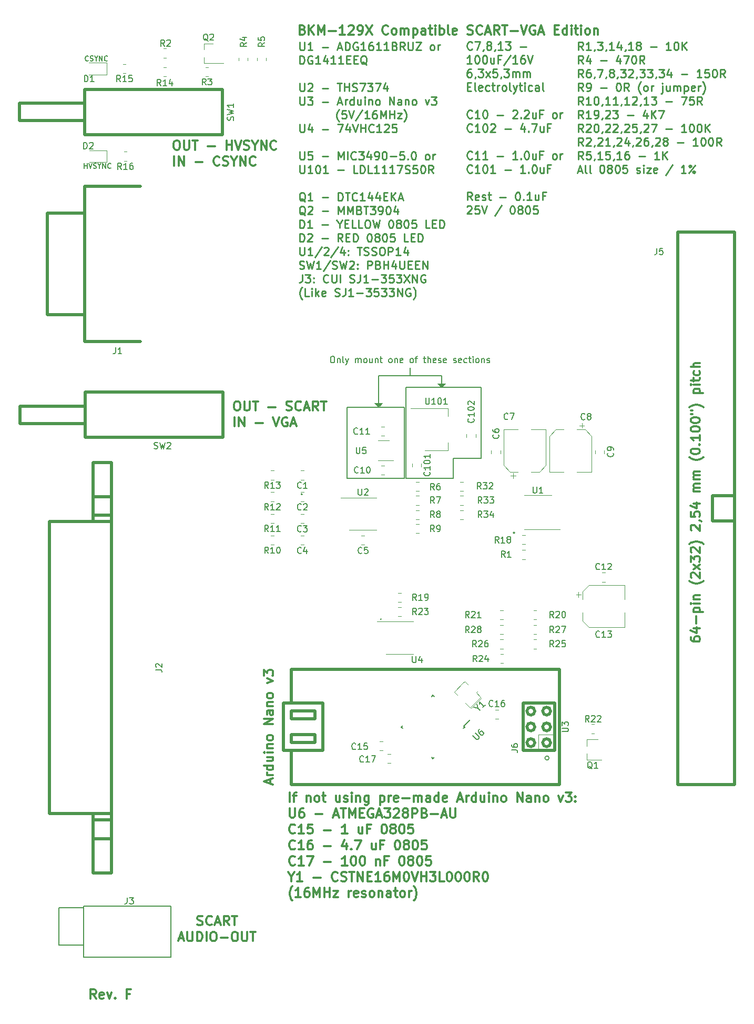
<source format=gbr>
%TF.GenerationSoftware,KiCad,Pcbnew,5.1.12-84ad8e8a86~92~ubuntu20.04.1*%
%TF.CreationDate,2022-05-20T05:31:59+02:00*%
%TF.ProjectId,bkm-129x-scart-vga,626b6d2d-3132-4397-982d-73636172742d,rev?*%
%TF.SameCoordinates,Original*%
%TF.FileFunction,Legend,Top*%
%TF.FilePolarity,Positive*%
%FSLAX46Y46*%
G04 Gerber Fmt 4.6, Leading zero omitted, Abs format (unit mm)*
G04 Created by KiCad (PCBNEW 5.1.12-84ad8e8a86~92~ubuntu20.04.1) date 2022-05-20 05:31:59*
%MOMM*%
%LPD*%
G01*
G04 APERTURE LIST*
%ADD10C,0.150000*%
%ADD11C,0.100000*%
%ADD12C,0.300000*%
%ADD13C,0.200000*%
%ADD14C,0.250000*%
%ADD15C,0.500000*%
%ADD16C,0.120000*%
G04 APERTURE END LIST*
D10*
X101346000Y-88900000D02*
X101346000Y-100330000D01*
D11*
G36*
X107315000Y-85725000D02*
G01*
X106680000Y-85090000D01*
X107950000Y-85090000D01*
X107315000Y-85725000D01*
G37*
X107315000Y-85725000D02*
X106680000Y-85090000D01*
X107950000Y-85090000D01*
X107315000Y-85725000D01*
G36*
X97155000Y-88900000D02*
G01*
X96520000Y-88265000D01*
X97790000Y-88265000D01*
X97155000Y-88900000D01*
G37*
X97155000Y-88900000D02*
X96520000Y-88265000D01*
X97790000Y-88265000D01*
X97155000Y-88900000D01*
D10*
X102235000Y-82550000D02*
X102235000Y-83820000D01*
X107315000Y-83820000D02*
X107315000Y-85725000D01*
X97155000Y-83820000D02*
X107315000Y-83820000D01*
X97155000Y-88900000D02*
X97155000Y-83820000D01*
X89663571Y-80732380D02*
X89854047Y-80732380D01*
X89949285Y-80780000D01*
X90044523Y-80875238D01*
X90092142Y-81065714D01*
X90092142Y-81399047D01*
X90044523Y-81589523D01*
X89949285Y-81684761D01*
X89854047Y-81732380D01*
X89663571Y-81732380D01*
X89568333Y-81684761D01*
X89473095Y-81589523D01*
X89425476Y-81399047D01*
X89425476Y-81065714D01*
X89473095Y-80875238D01*
X89568333Y-80780000D01*
X89663571Y-80732380D01*
X90520714Y-81065714D02*
X90520714Y-81732380D01*
X90520714Y-81160952D02*
X90568333Y-81113333D01*
X90663571Y-81065714D01*
X90806428Y-81065714D01*
X90901666Y-81113333D01*
X90949285Y-81208571D01*
X90949285Y-81732380D01*
X91568333Y-81732380D02*
X91473095Y-81684761D01*
X91425476Y-81589523D01*
X91425476Y-80732380D01*
X91854047Y-81065714D02*
X92092142Y-81732380D01*
X92330238Y-81065714D02*
X92092142Y-81732380D01*
X91996904Y-81970476D01*
X91949285Y-82018095D01*
X91854047Y-82065714D01*
X93473095Y-81732380D02*
X93473095Y-81065714D01*
X93473095Y-81160952D02*
X93520714Y-81113333D01*
X93615952Y-81065714D01*
X93758809Y-81065714D01*
X93854047Y-81113333D01*
X93901666Y-81208571D01*
X93901666Y-81732380D01*
X93901666Y-81208571D02*
X93949285Y-81113333D01*
X94044523Y-81065714D01*
X94187380Y-81065714D01*
X94282619Y-81113333D01*
X94330238Y-81208571D01*
X94330238Y-81732380D01*
X94949285Y-81732380D02*
X94854047Y-81684761D01*
X94806428Y-81637142D01*
X94758809Y-81541904D01*
X94758809Y-81256190D01*
X94806428Y-81160952D01*
X94854047Y-81113333D01*
X94949285Y-81065714D01*
X95092142Y-81065714D01*
X95187380Y-81113333D01*
X95235000Y-81160952D01*
X95282619Y-81256190D01*
X95282619Y-81541904D01*
X95235000Y-81637142D01*
X95187380Y-81684761D01*
X95092142Y-81732380D01*
X94949285Y-81732380D01*
X96139761Y-81065714D02*
X96139761Y-81732380D01*
X95711190Y-81065714D02*
X95711190Y-81589523D01*
X95758809Y-81684761D01*
X95854047Y-81732380D01*
X95996904Y-81732380D01*
X96092142Y-81684761D01*
X96139761Y-81637142D01*
X96615952Y-81065714D02*
X96615952Y-81732380D01*
X96615952Y-81160952D02*
X96663571Y-81113333D01*
X96758809Y-81065714D01*
X96901666Y-81065714D01*
X96996904Y-81113333D01*
X97044523Y-81208571D01*
X97044523Y-81732380D01*
X97377857Y-81065714D02*
X97758809Y-81065714D01*
X97520714Y-80732380D02*
X97520714Y-81589523D01*
X97568333Y-81684761D01*
X97663571Y-81732380D01*
X97758809Y-81732380D01*
X98996904Y-81732380D02*
X98901666Y-81684761D01*
X98854047Y-81637142D01*
X98806428Y-81541904D01*
X98806428Y-81256190D01*
X98854047Y-81160952D01*
X98901666Y-81113333D01*
X98996904Y-81065714D01*
X99139761Y-81065714D01*
X99235000Y-81113333D01*
X99282619Y-81160952D01*
X99330238Y-81256190D01*
X99330238Y-81541904D01*
X99282619Y-81637142D01*
X99235000Y-81684761D01*
X99139761Y-81732380D01*
X98996904Y-81732380D01*
X99758809Y-81065714D02*
X99758809Y-81732380D01*
X99758809Y-81160952D02*
X99806428Y-81113333D01*
X99901666Y-81065714D01*
X100044523Y-81065714D01*
X100139761Y-81113333D01*
X100187380Y-81208571D01*
X100187380Y-81732380D01*
X101044523Y-81684761D02*
X100949285Y-81732380D01*
X100758809Y-81732380D01*
X100663571Y-81684761D01*
X100615952Y-81589523D01*
X100615952Y-81208571D01*
X100663571Y-81113333D01*
X100758809Y-81065714D01*
X100949285Y-81065714D01*
X101044523Y-81113333D01*
X101092142Y-81208571D01*
X101092142Y-81303809D01*
X100615952Y-81399047D01*
X102425476Y-81732380D02*
X102330238Y-81684761D01*
X102282619Y-81637142D01*
X102235000Y-81541904D01*
X102235000Y-81256190D01*
X102282619Y-81160952D01*
X102330238Y-81113333D01*
X102425476Y-81065714D01*
X102568333Y-81065714D01*
X102663571Y-81113333D01*
X102711190Y-81160952D01*
X102758809Y-81256190D01*
X102758809Y-81541904D01*
X102711190Y-81637142D01*
X102663571Y-81684761D01*
X102568333Y-81732380D01*
X102425476Y-81732380D01*
X103044523Y-81065714D02*
X103425476Y-81065714D01*
X103187380Y-81732380D02*
X103187380Y-80875238D01*
X103235000Y-80780000D01*
X103330238Y-80732380D01*
X103425476Y-80732380D01*
X104377857Y-81065714D02*
X104758809Y-81065714D01*
X104520714Y-80732380D02*
X104520714Y-81589523D01*
X104568333Y-81684761D01*
X104663571Y-81732380D01*
X104758809Y-81732380D01*
X105092142Y-81732380D02*
X105092142Y-80732380D01*
X105520714Y-81732380D02*
X105520714Y-81208571D01*
X105473095Y-81113333D01*
X105377857Y-81065714D01*
X105235000Y-81065714D01*
X105139761Y-81113333D01*
X105092142Y-81160952D01*
X106377857Y-81684761D02*
X106282619Y-81732380D01*
X106092142Y-81732380D01*
X105996904Y-81684761D01*
X105949285Y-81589523D01*
X105949285Y-81208571D01*
X105996904Y-81113333D01*
X106092142Y-81065714D01*
X106282619Y-81065714D01*
X106377857Y-81113333D01*
X106425476Y-81208571D01*
X106425476Y-81303809D01*
X105949285Y-81399047D01*
X106806428Y-81684761D02*
X106901666Y-81732380D01*
X107092142Y-81732380D01*
X107187380Y-81684761D01*
X107235000Y-81589523D01*
X107235000Y-81541904D01*
X107187380Y-81446666D01*
X107092142Y-81399047D01*
X106949285Y-81399047D01*
X106854047Y-81351428D01*
X106806428Y-81256190D01*
X106806428Y-81208571D01*
X106854047Y-81113333D01*
X106949285Y-81065714D01*
X107092142Y-81065714D01*
X107187380Y-81113333D01*
X108044523Y-81684761D02*
X107949285Y-81732380D01*
X107758809Y-81732380D01*
X107663571Y-81684761D01*
X107615952Y-81589523D01*
X107615952Y-81208571D01*
X107663571Y-81113333D01*
X107758809Y-81065714D01*
X107949285Y-81065714D01*
X108044523Y-81113333D01*
X108092142Y-81208571D01*
X108092142Y-81303809D01*
X107615952Y-81399047D01*
X109235000Y-81684761D02*
X109330238Y-81732380D01*
X109520714Y-81732380D01*
X109615952Y-81684761D01*
X109663571Y-81589523D01*
X109663571Y-81541904D01*
X109615952Y-81446666D01*
X109520714Y-81399047D01*
X109377857Y-81399047D01*
X109282619Y-81351428D01*
X109235000Y-81256190D01*
X109235000Y-81208571D01*
X109282619Y-81113333D01*
X109377857Y-81065714D01*
X109520714Y-81065714D01*
X109615952Y-81113333D01*
X110473095Y-81684761D02*
X110377857Y-81732380D01*
X110187380Y-81732380D01*
X110092142Y-81684761D01*
X110044523Y-81589523D01*
X110044523Y-81208571D01*
X110092142Y-81113333D01*
X110187380Y-81065714D01*
X110377857Y-81065714D01*
X110473095Y-81113333D01*
X110520714Y-81208571D01*
X110520714Y-81303809D01*
X110044523Y-81399047D01*
X111377857Y-81684761D02*
X111282619Y-81732380D01*
X111092142Y-81732380D01*
X110996904Y-81684761D01*
X110949285Y-81637142D01*
X110901666Y-81541904D01*
X110901666Y-81256190D01*
X110949285Y-81160952D01*
X110996904Y-81113333D01*
X111092142Y-81065714D01*
X111282619Y-81065714D01*
X111377857Y-81113333D01*
X111663571Y-81065714D02*
X112044523Y-81065714D01*
X111806428Y-80732380D02*
X111806428Y-81589523D01*
X111854047Y-81684761D01*
X111949285Y-81732380D01*
X112044523Y-81732380D01*
X112377857Y-81732380D02*
X112377857Y-81065714D01*
X112377857Y-80732380D02*
X112330238Y-80780000D01*
X112377857Y-80827619D01*
X112425476Y-80780000D01*
X112377857Y-80732380D01*
X112377857Y-80827619D01*
X112996904Y-81732380D02*
X112901666Y-81684761D01*
X112854047Y-81637142D01*
X112806428Y-81541904D01*
X112806428Y-81256190D01*
X112854047Y-81160952D01*
X112901666Y-81113333D01*
X112996904Y-81065714D01*
X113139761Y-81065714D01*
X113235000Y-81113333D01*
X113282619Y-81160952D01*
X113330238Y-81256190D01*
X113330238Y-81541904D01*
X113282619Y-81637142D01*
X113235000Y-81684761D01*
X113139761Y-81732380D01*
X112996904Y-81732380D01*
X113758809Y-81065714D02*
X113758809Y-81732380D01*
X113758809Y-81160952D02*
X113806428Y-81113333D01*
X113901666Y-81065714D01*
X114044523Y-81065714D01*
X114139761Y-81113333D01*
X114187380Y-81208571D01*
X114187380Y-81732380D01*
X114615952Y-81684761D02*
X114711190Y-81732380D01*
X114901666Y-81732380D01*
X114996904Y-81684761D01*
X115044523Y-81589523D01*
X115044523Y-81541904D01*
X114996904Y-81446666D01*
X114901666Y-81399047D01*
X114758809Y-81399047D01*
X114663571Y-81351428D01*
X114615952Y-81256190D01*
X114615952Y-81208571D01*
X114663571Y-81113333D01*
X114758809Y-81065714D01*
X114901666Y-81065714D01*
X114996904Y-81113333D01*
X101600000Y-85725000D02*
X101600000Y-88900000D01*
X113665000Y-85725000D02*
X101600000Y-85725000D01*
X113665000Y-97155000D02*
X113665000Y-85725000D01*
X109220000Y-97155000D02*
X113665000Y-97155000D01*
X109220000Y-100330000D02*
X109220000Y-97155000D01*
X101600000Y-100330000D02*
X109220000Y-100330000D01*
X101346000Y-88900000D02*
X92075000Y-88900000D01*
X101600000Y-100330000D02*
X101600000Y-88900000D01*
X92075000Y-100330000D02*
X101346000Y-100330000D01*
X92075000Y-88900000D02*
X92075000Y-100330000D01*
D12*
X82848142Y-152413571D02*
X82848142Y-150913571D01*
X83348142Y-151413571D02*
X83919571Y-151413571D01*
X83562428Y-152413571D02*
X83562428Y-151127857D01*
X83633857Y-150985000D01*
X83776714Y-150913571D01*
X83919571Y-150913571D01*
X85562428Y-151413571D02*
X85562428Y-152413571D01*
X85562428Y-151556428D02*
X85633857Y-151485000D01*
X85776714Y-151413571D01*
X85991000Y-151413571D01*
X86133857Y-151485000D01*
X86205285Y-151627857D01*
X86205285Y-152413571D01*
X87133857Y-152413571D02*
X86991000Y-152342142D01*
X86919571Y-152270714D01*
X86848142Y-152127857D01*
X86848142Y-151699285D01*
X86919571Y-151556428D01*
X86991000Y-151485000D01*
X87133857Y-151413571D01*
X87348142Y-151413571D01*
X87491000Y-151485000D01*
X87562428Y-151556428D01*
X87633857Y-151699285D01*
X87633857Y-152127857D01*
X87562428Y-152270714D01*
X87491000Y-152342142D01*
X87348142Y-152413571D01*
X87133857Y-152413571D01*
X88062428Y-151413571D02*
X88633857Y-151413571D01*
X88276714Y-150913571D02*
X88276714Y-152199285D01*
X88348142Y-152342142D01*
X88491000Y-152413571D01*
X88633857Y-152413571D01*
X90919571Y-151413571D02*
X90919571Y-152413571D01*
X90276714Y-151413571D02*
X90276714Y-152199285D01*
X90348142Y-152342142D01*
X90491000Y-152413571D01*
X90705285Y-152413571D01*
X90848142Y-152342142D01*
X90919571Y-152270714D01*
X91562428Y-152342142D02*
X91705285Y-152413571D01*
X91991000Y-152413571D01*
X92133857Y-152342142D01*
X92205285Y-152199285D01*
X92205285Y-152127857D01*
X92133857Y-151985000D01*
X91991000Y-151913571D01*
X91776714Y-151913571D01*
X91633857Y-151842142D01*
X91562428Y-151699285D01*
X91562428Y-151627857D01*
X91633857Y-151485000D01*
X91776714Y-151413571D01*
X91991000Y-151413571D01*
X92133857Y-151485000D01*
X92848142Y-152413571D02*
X92848142Y-151413571D01*
X92848142Y-150913571D02*
X92776714Y-150985000D01*
X92848142Y-151056428D01*
X92919571Y-150985000D01*
X92848142Y-150913571D01*
X92848142Y-151056428D01*
X93562428Y-151413571D02*
X93562428Y-152413571D01*
X93562428Y-151556428D02*
X93633857Y-151485000D01*
X93776714Y-151413571D01*
X93991000Y-151413571D01*
X94133857Y-151485000D01*
X94205285Y-151627857D01*
X94205285Y-152413571D01*
X95562428Y-151413571D02*
X95562428Y-152627857D01*
X95491000Y-152770714D01*
X95419571Y-152842142D01*
X95276714Y-152913571D01*
X95062428Y-152913571D01*
X94919571Y-152842142D01*
X95562428Y-152342142D02*
X95419571Y-152413571D01*
X95133857Y-152413571D01*
X94991000Y-152342142D01*
X94919571Y-152270714D01*
X94848142Y-152127857D01*
X94848142Y-151699285D01*
X94919571Y-151556428D01*
X94991000Y-151485000D01*
X95133857Y-151413571D01*
X95419571Y-151413571D01*
X95562428Y-151485000D01*
X97419571Y-151413571D02*
X97419571Y-152913571D01*
X97419571Y-151485000D02*
X97562428Y-151413571D01*
X97848142Y-151413571D01*
X97991000Y-151485000D01*
X98062428Y-151556428D01*
X98133857Y-151699285D01*
X98133857Y-152127857D01*
X98062428Y-152270714D01*
X97991000Y-152342142D01*
X97848142Y-152413571D01*
X97562428Y-152413571D01*
X97419571Y-152342142D01*
X98776714Y-152413571D02*
X98776714Y-151413571D01*
X98776714Y-151699285D02*
X98848142Y-151556428D01*
X98919571Y-151485000D01*
X99062428Y-151413571D01*
X99205285Y-151413571D01*
X100276714Y-152342142D02*
X100133857Y-152413571D01*
X99848142Y-152413571D01*
X99705285Y-152342142D01*
X99633857Y-152199285D01*
X99633857Y-151627857D01*
X99705285Y-151485000D01*
X99848142Y-151413571D01*
X100133857Y-151413571D01*
X100276714Y-151485000D01*
X100348142Y-151627857D01*
X100348142Y-151770714D01*
X99633857Y-151913571D01*
X100991000Y-151842142D02*
X102133857Y-151842142D01*
X102848142Y-152413571D02*
X102848142Y-151413571D01*
X102848142Y-151556428D02*
X102919571Y-151485000D01*
X103062428Y-151413571D01*
X103276714Y-151413571D01*
X103419571Y-151485000D01*
X103491000Y-151627857D01*
X103491000Y-152413571D01*
X103491000Y-151627857D02*
X103562428Y-151485000D01*
X103705285Y-151413571D01*
X103919571Y-151413571D01*
X104062428Y-151485000D01*
X104133857Y-151627857D01*
X104133857Y-152413571D01*
X105491000Y-152413571D02*
X105491000Y-151627857D01*
X105419571Y-151485000D01*
X105276714Y-151413571D01*
X104991000Y-151413571D01*
X104848142Y-151485000D01*
X105491000Y-152342142D02*
X105348142Y-152413571D01*
X104991000Y-152413571D01*
X104848142Y-152342142D01*
X104776714Y-152199285D01*
X104776714Y-152056428D01*
X104848142Y-151913571D01*
X104991000Y-151842142D01*
X105348142Y-151842142D01*
X105491000Y-151770714D01*
X106848142Y-152413571D02*
X106848142Y-150913571D01*
X106848142Y-152342142D02*
X106705285Y-152413571D01*
X106419571Y-152413571D01*
X106276714Y-152342142D01*
X106205285Y-152270714D01*
X106133857Y-152127857D01*
X106133857Y-151699285D01*
X106205285Y-151556428D01*
X106276714Y-151485000D01*
X106419571Y-151413571D01*
X106705285Y-151413571D01*
X106848142Y-151485000D01*
X108133857Y-152342142D02*
X107991000Y-152413571D01*
X107705285Y-152413571D01*
X107562428Y-152342142D01*
X107491000Y-152199285D01*
X107491000Y-151627857D01*
X107562428Y-151485000D01*
X107705285Y-151413571D01*
X107991000Y-151413571D01*
X108133857Y-151485000D01*
X108205285Y-151627857D01*
X108205285Y-151770714D01*
X107491000Y-151913571D01*
X109919571Y-151985000D02*
X110633857Y-151985000D01*
X109776714Y-152413571D02*
X110276714Y-150913571D01*
X110776714Y-152413571D01*
X111276714Y-152413571D02*
X111276714Y-151413571D01*
X111276714Y-151699285D02*
X111348142Y-151556428D01*
X111419571Y-151485000D01*
X111562428Y-151413571D01*
X111705285Y-151413571D01*
X112848142Y-152413571D02*
X112848142Y-150913571D01*
X112848142Y-152342142D02*
X112705285Y-152413571D01*
X112419571Y-152413571D01*
X112276714Y-152342142D01*
X112205285Y-152270714D01*
X112133857Y-152127857D01*
X112133857Y-151699285D01*
X112205285Y-151556428D01*
X112276714Y-151485000D01*
X112419571Y-151413571D01*
X112705285Y-151413571D01*
X112848142Y-151485000D01*
X114205285Y-151413571D02*
X114205285Y-152413571D01*
X113562428Y-151413571D02*
X113562428Y-152199285D01*
X113633857Y-152342142D01*
X113776714Y-152413571D01*
X113991000Y-152413571D01*
X114133857Y-152342142D01*
X114205285Y-152270714D01*
X114919571Y-152413571D02*
X114919571Y-151413571D01*
X114919571Y-150913571D02*
X114848142Y-150985000D01*
X114919571Y-151056428D01*
X114991000Y-150985000D01*
X114919571Y-150913571D01*
X114919571Y-151056428D01*
X115633857Y-151413571D02*
X115633857Y-152413571D01*
X115633857Y-151556428D02*
X115705285Y-151485000D01*
X115848142Y-151413571D01*
X116062428Y-151413571D01*
X116205285Y-151485000D01*
X116276714Y-151627857D01*
X116276714Y-152413571D01*
X117205285Y-152413571D02*
X117062428Y-152342142D01*
X116991000Y-152270714D01*
X116919571Y-152127857D01*
X116919571Y-151699285D01*
X116991000Y-151556428D01*
X117062428Y-151485000D01*
X117205285Y-151413571D01*
X117419571Y-151413571D01*
X117562428Y-151485000D01*
X117633857Y-151556428D01*
X117705285Y-151699285D01*
X117705285Y-152127857D01*
X117633857Y-152270714D01*
X117562428Y-152342142D01*
X117419571Y-152413571D01*
X117205285Y-152413571D01*
X119491000Y-152413571D02*
X119491000Y-150913571D01*
X120348142Y-152413571D01*
X120348142Y-150913571D01*
X121705285Y-152413571D02*
X121705285Y-151627857D01*
X121633857Y-151485000D01*
X121491000Y-151413571D01*
X121205285Y-151413571D01*
X121062428Y-151485000D01*
X121705285Y-152342142D02*
X121562428Y-152413571D01*
X121205285Y-152413571D01*
X121062428Y-152342142D01*
X120991000Y-152199285D01*
X120991000Y-152056428D01*
X121062428Y-151913571D01*
X121205285Y-151842142D01*
X121562428Y-151842142D01*
X121705285Y-151770714D01*
X122419571Y-151413571D02*
X122419571Y-152413571D01*
X122419571Y-151556428D02*
X122491000Y-151485000D01*
X122633857Y-151413571D01*
X122848142Y-151413571D01*
X122991000Y-151485000D01*
X123062428Y-151627857D01*
X123062428Y-152413571D01*
X123991000Y-152413571D02*
X123848142Y-152342142D01*
X123776714Y-152270714D01*
X123705285Y-152127857D01*
X123705285Y-151699285D01*
X123776714Y-151556428D01*
X123848142Y-151485000D01*
X123991000Y-151413571D01*
X124205285Y-151413571D01*
X124348142Y-151485000D01*
X124419571Y-151556428D01*
X124491000Y-151699285D01*
X124491000Y-152127857D01*
X124419571Y-152270714D01*
X124348142Y-152342142D01*
X124205285Y-152413571D01*
X123991000Y-152413571D01*
X126133857Y-151413571D02*
X126491000Y-152413571D01*
X126848142Y-151413571D01*
X127276714Y-150913571D02*
X128205285Y-150913571D01*
X127705285Y-151485000D01*
X127919571Y-151485000D01*
X128062428Y-151556428D01*
X128133857Y-151627857D01*
X128205285Y-151770714D01*
X128205285Y-152127857D01*
X128133857Y-152270714D01*
X128062428Y-152342142D01*
X127919571Y-152413571D01*
X127491000Y-152413571D01*
X127348142Y-152342142D01*
X127276714Y-152270714D01*
X128848142Y-152270714D02*
X128919571Y-152342142D01*
X128848142Y-152413571D01*
X128776714Y-152342142D01*
X128848142Y-152270714D01*
X128848142Y-152413571D01*
X128848142Y-151485000D02*
X128919571Y-151556428D01*
X128848142Y-151627857D01*
X128776714Y-151556428D01*
X128848142Y-151485000D01*
X128848142Y-151627857D01*
X82848142Y-153463571D02*
X82848142Y-154677857D01*
X82919571Y-154820714D01*
X82991000Y-154892142D01*
X83133857Y-154963571D01*
X83419571Y-154963571D01*
X83562428Y-154892142D01*
X83633857Y-154820714D01*
X83705285Y-154677857D01*
X83705285Y-153463571D01*
X85062428Y-153463571D02*
X84776714Y-153463571D01*
X84633857Y-153535000D01*
X84562428Y-153606428D01*
X84419571Y-153820714D01*
X84348142Y-154106428D01*
X84348142Y-154677857D01*
X84419571Y-154820714D01*
X84491000Y-154892142D01*
X84633857Y-154963571D01*
X84919571Y-154963571D01*
X85062428Y-154892142D01*
X85133857Y-154820714D01*
X85205285Y-154677857D01*
X85205285Y-154320714D01*
X85133857Y-154177857D01*
X85062428Y-154106428D01*
X84919571Y-154035000D01*
X84633857Y-154035000D01*
X84491000Y-154106428D01*
X84419571Y-154177857D01*
X84348142Y-154320714D01*
X86991000Y-154392142D02*
X88133857Y-154392142D01*
X89919571Y-154535000D02*
X90633857Y-154535000D01*
X89776714Y-154963571D02*
X90276714Y-153463571D01*
X90776714Y-154963571D01*
X91062428Y-153463571D02*
X91919571Y-153463571D01*
X91491000Y-154963571D02*
X91491000Y-153463571D01*
X92419571Y-154963571D02*
X92419571Y-153463571D01*
X92919571Y-154535000D01*
X93419571Y-153463571D01*
X93419571Y-154963571D01*
X94133857Y-154177857D02*
X94633857Y-154177857D01*
X94848142Y-154963571D02*
X94133857Y-154963571D01*
X94133857Y-153463571D01*
X94848142Y-153463571D01*
X96276714Y-153535000D02*
X96133857Y-153463571D01*
X95919571Y-153463571D01*
X95705285Y-153535000D01*
X95562428Y-153677857D01*
X95491000Y-153820714D01*
X95419571Y-154106428D01*
X95419571Y-154320714D01*
X95491000Y-154606428D01*
X95562428Y-154749285D01*
X95705285Y-154892142D01*
X95919571Y-154963571D01*
X96062428Y-154963571D01*
X96276714Y-154892142D01*
X96348142Y-154820714D01*
X96348142Y-154320714D01*
X96062428Y-154320714D01*
X96919571Y-154535000D02*
X97633857Y-154535000D01*
X96776714Y-154963571D02*
X97276714Y-153463571D01*
X97776714Y-154963571D01*
X98133857Y-153463571D02*
X99062428Y-153463571D01*
X98562428Y-154035000D01*
X98776714Y-154035000D01*
X98919571Y-154106428D01*
X98991000Y-154177857D01*
X99062428Y-154320714D01*
X99062428Y-154677857D01*
X98991000Y-154820714D01*
X98919571Y-154892142D01*
X98776714Y-154963571D01*
X98348142Y-154963571D01*
X98205285Y-154892142D01*
X98133857Y-154820714D01*
X99633857Y-153606428D02*
X99705285Y-153535000D01*
X99848142Y-153463571D01*
X100205285Y-153463571D01*
X100348142Y-153535000D01*
X100419571Y-153606428D01*
X100491000Y-153749285D01*
X100491000Y-153892142D01*
X100419571Y-154106428D01*
X99562428Y-154963571D01*
X100491000Y-154963571D01*
X101348142Y-154106428D02*
X101205285Y-154035000D01*
X101133857Y-153963571D01*
X101062428Y-153820714D01*
X101062428Y-153749285D01*
X101133857Y-153606428D01*
X101205285Y-153535000D01*
X101348142Y-153463571D01*
X101633857Y-153463571D01*
X101776714Y-153535000D01*
X101848142Y-153606428D01*
X101919571Y-153749285D01*
X101919571Y-153820714D01*
X101848142Y-153963571D01*
X101776714Y-154035000D01*
X101633857Y-154106428D01*
X101348142Y-154106428D01*
X101205285Y-154177857D01*
X101133857Y-154249285D01*
X101062428Y-154392142D01*
X101062428Y-154677857D01*
X101133857Y-154820714D01*
X101205285Y-154892142D01*
X101348142Y-154963571D01*
X101633857Y-154963571D01*
X101776714Y-154892142D01*
X101848142Y-154820714D01*
X101919571Y-154677857D01*
X101919571Y-154392142D01*
X101848142Y-154249285D01*
X101776714Y-154177857D01*
X101633857Y-154106428D01*
X102562428Y-154963571D02*
X102562428Y-153463571D01*
X103133857Y-153463571D01*
X103276714Y-153535000D01*
X103348142Y-153606428D01*
X103419571Y-153749285D01*
X103419571Y-153963571D01*
X103348142Y-154106428D01*
X103276714Y-154177857D01*
X103133857Y-154249285D01*
X102562428Y-154249285D01*
X104562428Y-154177857D02*
X104776714Y-154249285D01*
X104848142Y-154320714D01*
X104919571Y-154463571D01*
X104919571Y-154677857D01*
X104848142Y-154820714D01*
X104776714Y-154892142D01*
X104633857Y-154963571D01*
X104062428Y-154963571D01*
X104062428Y-153463571D01*
X104562428Y-153463571D01*
X104705285Y-153535000D01*
X104776714Y-153606428D01*
X104848142Y-153749285D01*
X104848142Y-153892142D01*
X104776714Y-154035000D01*
X104705285Y-154106428D01*
X104562428Y-154177857D01*
X104062428Y-154177857D01*
X105562428Y-154392142D02*
X106705285Y-154392142D01*
X107348142Y-154535000D02*
X108062428Y-154535000D01*
X107205285Y-154963571D02*
X107705285Y-153463571D01*
X108205285Y-154963571D01*
X108705285Y-153463571D02*
X108705285Y-154677857D01*
X108776714Y-154820714D01*
X108848142Y-154892142D01*
X108991000Y-154963571D01*
X109276714Y-154963571D01*
X109419571Y-154892142D01*
X109491000Y-154820714D01*
X109562428Y-154677857D01*
X109562428Y-153463571D01*
X83705285Y-157370714D02*
X83633857Y-157442142D01*
X83419571Y-157513571D01*
X83276714Y-157513571D01*
X83062428Y-157442142D01*
X82919571Y-157299285D01*
X82848142Y-157156428D01*
X82776714Y-156870714D01*
X82776714Y-156656428D01*
X82848142Y-156370714D01*
X82919571Y-156227857D01*
X83062428Y-156085000D01*
X83276714Y-156013571D01*
X83419571Y-156013571D01*
X83633857Y-156085000D01*
X83705285Y-156156428D01*
X85133857Y-157513571D02*
X84276714Y-157513571D01*
X84705285Y-157513571D02*
X84705285Y-156013571D01*
X84562428Y-156227857D01*
X84419571Y-156370714D01*
X84276714Y-156442142D01*
X86491000Y-156013571D02*
X85776714Y-156013571D01*
X85705285Y-156727857D01*
X85776714Y-156656428D01*
X85919571Y-156585000D01*
X86276714Y-156585000D01*
X86419571Y-156656428D01*
X86491000Y-156727857D01*
X86562428Y-156870714D01*
X86562428Y-157227857D01*
X86491000Y-157370714D01*
X86419571Y-157442142D01*
X86276714Y-157513571D01*
X85919571Y-157513571D01*
X85776714Y-157442142D01*
X85705285Y-157370714D01*
X88348142Y-156942142D02*
X89491000Y-156942142D01*
X92133857Y-157513571D02*
X91276714Y-157513571D01*
X91705285Y-157513571D02*
X91705285Y-156013571D01*
X91562428Y-156227857D01*
X91419571Y-156370714D01*
X91276714Y-156442142D01*
X94562428Y-156513571D02*
X94562428Y-157513571D01*
X93919571Y-156513571D02*
X93919571Y-157299285D01*
X93991000Y-157442142D01*
X94133857Y-157513571D01*
X94348142Y-157513571D01*
X94491000Y-157442142D01*
X94562428Y-157370714D01*
X95776714Y-156727857D02*
X95276714Y-156727857D01*
X95276714Y-157513571D02*
X95276714Y-156013571D01*
X95991000Y-156013571D01*
X97991000Y-156013571D02*
X98133857Y-156013571D01*
X98276714Y-156085000D01*
X98348142Y-156156428D01*
X98419571Y-156299285D01*
X98491000Y-156585000D01*
X98491000Y-156942142D01*
X98419571Y-157227857D01*
X98348142Y-157370714D01*
X98276714Y-157442142D01*
X98133857Y-157513571D01*
X97991000Y-157513571D01*
X97848142Y-157442142D01*
X97776714Y-157370714D01*
X97705285Y-157227857D01*
X97633857Y-156942142D01*
X97633857Y-156585000D01*
X97705285Y-156299285D01*
X97776714Y-156156428D01*
X97848142Y-156085000D01*
X97991000Y-156013571D01*
X99348142Y-156656428D02*
X99205285Y-156585000D01*
X99133857Y-156513571D01*
X99062428Y-156370714D01*
X99062428Y-156299285D01*
X99133857Y-156156428D01*
X99205285Y-156085000D01*
X99348142Y-156013571D01*
X99633857Y-156013571D01*
X99776714Y-156085000D01*
X99848142Y-156156428D01*
X99919571Y-156299285D01*
X99919571Y-156370714D01*
X99848142Y-156513571D01*
X99776714Y-156585000D01*
X99633857Y-156656428D01*
X99348142Y-156656428D01*
X99205285Y-156727857D01*
X99133857Y-156799285D01*
X99062428Y-156942142D01*
X99062428Y-157227857D01*
X99133857Y-157370714D01*
X99205285Y-157442142D01*
X99348142Y-157513571D01*
X99633857Y-157513571D01*
X99776714Y-157442142D01*
X99848142Y-157370714D01*
X99919571Y-157227857D01*
X99919571Y-156942142D01*
X99848142Y-156799285D01*
X99776714Y-156727857D01*
X99633857Y-156656428D01*
X100848142Y-156013571D02*
X100991000Y-156013571D01*
X101133857Y-156085000D01*
X101205285Y-156156428D01*
X101276714Y-156299285D01*
X101348142Y-156585000D01*
X101348142Y-156942142D01*
X101276714Y-157227857D01*
X101205285Y-157370714D01*
X101133857Y-157442142D01*
X100991000Y-157513571D01*
X100848142Y-157513571D01*
X100705285Y-157442142D01*
X100633857Y-157370714D01*
X100562428Y-157227857D01*
X100491000Y-156942142D01*
X100491000Y-156585000D01*
X100562428Y-156299285D01*
X100633857Y-156156428D01*
X100705285Y-156085000D01*
X100848142Y-156013571D01*
X102705285Y-156013571D02*
X101991000Y-156013571D01*
X101919571Y-156727857D01*
X101991000Y-156656428D01*
X102133857Y-156585000D01*
X102491000Y-156585000D01*
X102633857Y-156656428D01*
X102705285Y-156727857D01*
X102776714Y-156870714D01*
X102776714Y-157227857D01*
X102705285Y-157370714D01*
X102633857Y-157442142D01*
X102491000Y-157513571D01*
X102133857Y-157513571D01*
X101991000Y-157442142D01*
X101919571Y-157370714D01*
X83705285Y-159920714D02*
X83633857Y-159992142D01*
X83419571Y-160063571D01*
X83276714Y-160063571D01*
X83062428Y-159992142D01*
X82919571Y-159849285D01*
X82848142Y-159706428D01*
X82776714Y-159420714D01*
X82776714Y-159206428D01*
X82848142Y-158920714D01*
X82919571Y-158777857D01*
X83062428Y-158635000D01*
X83276714Y-158563571D01*
X83419571Y-158563571D01*
X83633857Y-158635000D01*
X83705285Y-158706428D01*
X85133857Y-160063571D02*
X84276714Y-160063571D01*
X84705285Y-160063571D02*
X84705285Y-158563571D01*
X84562428Y-158777857D01*
X84419571Y-158920714D01*
X84276714Y-158992142D01*
X86419571Y-158563571D02*
X86133857Y-158563571D01*
X85991000Y-158635000D01*
X85919571Y-158706428D01*
X85776714Y-158920714D01*
X85705285Y-159206428D01*
X85705285Y-159777857D01*
X85776714Y-159920714D01*
X85848142Y-159992142D01*
X85991000Y-160063571D01*
X86276714Y-160063571D01*
X86419571Y-159992142D01*
X86491000Y-159920714D01*
X86562428Y-159777857D01*
X86562428Y-159420714D01*
X86491000Y-159277857D01*
X86419571Y-159206428D01*
X86276714Y-159135000D01*
X85991000Y-159135000D01*
X85848142Y-159206428D01*
X85776714Y-159277857D01*
X85705285Y-159420714D01*
X88348142Y-159492142D02*
X89491000Y-159492142D01*
X91991000Y-159063571D02*
X91991000Y-160063571D01*
X91633857Y-158492142D02*
X91276714Y-159563571D01*
X92205285Y-159563571D01*
X92776714Y-159920714D02*
X92848142Y-159992142D01*
X92776714Y-160063571D01*
X92705285Y-159992142D01*
X92776714Y-159920714D01*
X92776714Y-160063571D01*
X93348142Y-158563571D02*
X94348142Y-158563571D01*
X93705285Y-160063571D01*
X96705285Y-159063571D02*
X96705285Y-160063571D01*
X96062428Y-159063571D02*
X96062428Y-159849285D01*
X96133857Y-159992142D01*
X96276714Y-160063571D01*
X96491000Y-160063571D01*
X96633857Y-159992142D01*
X96705285Y-159920714D01*
X97919571Y-159277857D02*
X97419571Y-159277857D01*
X97419571Y-160063571D02*
X97419571Y-158563571D01*
X98133857Y-158563571D01*
X100133857Y-158563571D02*
X100276714Y-158563571D01*
X100419571Y-158635000D01*
X100491000Y-158706428D01*
X100562428Y-158849285D01*
X100633857Y-159135000D01*
X100633857Y-159492142D01*
X100562428Y-159777857D01*
X100491000Y-159920714D01*
X100419571Y-159992142D01*
X100276714Y-160063571D01*
X100133857Y-160063571D01*
X99991000Y-159992142D01*
X99919571Y-159920714D01*
X99848142Y-159777857D01*
X99776714Y-159492142D01*
X99776714Y-159135000D01*
X99848142Y-158849285D01*
X99919571Y-158706428D01*
X99991000Y-158635000D01*
X100133857Y-158563571D01*
X101491000Y-159206428D02*
X101348142Y-159135000D01*
X101276714Y-159063571D01*
X101205285Y-158920714D01*
X101205285Y-158849285D01*
X101276714Y-158706428D01*
X101348142Y-158635000D01*
X101491000Y-158563571D01*
X101776714Y-158563571D01*
X101919571Y-158635000D01*
X101991000Y-158706428D01*
X102062428Y-158849285D01*
X102062428Y-158920714D01*
X101991000Y-159063571D01*
X101919571Y-159135000D01*
X101776714Y-159206428D01*
X101491000Y-159206428D01*
X101348142Y-159277857D01*
X101276714Y-159349285D01*
X101205285Y-159492142D01*
X101205285Y-159777857D01*
X101276714Y-159920714D01*
X101348142Y-159992142D01*
X101491000Y-160063571D01*
X101776714Y-160063571D01*
X101919571Y-159992142D01*
X101991000Y-159920714D01*
X102062428Y-159777857D01*
X102062428Y-159492142D01*
X101991000Y-159349285D01*
X101919571Y-159277857D01*
X101776714Y-159206428D01*
X102991000Y-158563571D02*
X103133857Y-158563571D01*
X103276714Y-158635000D01*
X103348142Y-158706428D01*
X103419571Y-158849285D01*
X103491000Y-159135000D01*
X103491000Y-159492142D01*
X103419571Y-159777857D01*
X103348142Y-159920714D01*
X103276714Y-159992142D01*
X103133857Y-160063571D01*
X102991000Y-160063571D01*
X102848142Y-159992142D01*
X102776714Y-159920714D01*
X102705285Y-159777857D01*
X102633857Y-159492142D01*
X102633857Y-159135000D01*
X102705285Y-158849285D01*
X102776714Y-158706428D01*
X102848142Y-158635000D01*
X102991000Y-158563571D01*
X104848142Y-158563571D02*
X104133857Y-158563571D01*
X104062428Y-159277857D01*
X104133857Y-159206428D01*
X104276714Y-159135000D01*
X104633857Y-159135000D01*
X104776714Y-159206428D01*
X104848142Y-159277857D01*
X104919571Y-159420714D01*
X104919571Y-159777857D01*
X104848142Y-159920714D01*
X104776714Y-159992142D01*
X104633857Y-160063571D01*
X104276714Y-160063571D01*
X104133857Y-159992142D01*
X104062428Y-159920714D01*
X83705285Y-162470714D02*
X83633857Y-162542142D01*
X83419571Y-162613571D01*
X83276714Y-162613571D01*
X83062428Y-162542142D01*
X82919571Y-162399285D01*
X82848142Y-162256428D01*
X82776714Y-161970714D01*
X82776714Y-161756428D01*
X82848142Y-161470714D01*
X82919571Y-161327857D01*
X83062428Y-161185000D01*
X83276714Y-161113571D01*
X83419571Y-161113571D01*
X83633857Y-161185000D01*
X83705285Y-161256428D01*
X85133857Y-162613571D02*
X84276714Y-162613571D01*
X84705285Y-162613571D02*
X84705285Y-161113571D01*
X84562428Y-161327857D01*
X84419571Y-161470714D01*
X84276714Y-161542142D01*
X85633857Y-161113571D02*
X86633857Y-161113571D01*
X85991000Y-162613571D01*
X88348142Y-162042142D02*
X89491000Y-162042142D01*
X92133857Y-162613571D02*
X91276714Y-162613571D01*
X91705285Y-162613571D02*
X91705285Y-161113571D01*
X91562428Y-161327857D01*
X91419571Y-161470714D01*
X91276714Y-161542142D01*
X93062428Y-161113571D02*
X93205285Y-161113571D01*
X93348142Y-161185000D01*
X93419571Y-161256428D01*
X93491000Y-161399285D01*
X93562428Y-161685000D01*
X93562428Y-162042142D01*
X93491000Y-162327857D01*
X93419571Y-162470714D01*
X93348142Y-162542142D01*
X93205285Y-162613571D01*
X93062428Y-162613571D01*
X92919571Y-162542142D01*
X92848142Y-162470714D01*
X92776714Y-162327857D01*
X92705285Y-162042142D01*
X92705285Y-161685000D01*
X92776714Y-161399285D01*
X92848142Y-161256428D01*
X92919571Y-161185000D01*
X93062428Y-161113571D01*
X94491000Y-161113571D02*
X94633857Y-161113571D01*
X94776714Y-161185000D01*
X94848142Y-161256428D01*
X94919571Y-161399285D01*
X94991000Y-161685000D01*
X94991000Y-162042142D01*
X94919571Y-162327857D01*
X94848142Y-162470714D01*
X94776714Y-162542142D01*
X94633857Y-162613571D01*
X94491000Y-162613571D01*
X94348142Y-162542142D01*
X94276714Y-162470714D01*
X94205285Y-162327857D01*
X94133857Y-162042142D01*
X94133857Y-161685000D01*
X94205285Y-161399285D01*
X94276714Y-161256428D01*
X94348142Y-161185000D01*
X94491000Y-161113571D01*
X96776714Y-161613571D02*
X96776714Y-162613571D01*
X96776714Y-161756428D02*
X96848142Y-161685000D01*
X96991000Y-161613571D01*
X97205285Y-161613571D01*
X97348142Y-161685000D01*
X97419571Y-161827857D01*
X97419571Y-162613571D01*
X98633857Y-161827857D02*
X98133857Y-161827857D01*
X98133857Y-162613571D02*
X98133857Y-161113571D01*
X98848142Y-161113571D01*
X100848142Y-161113571D02*
X100991000Y-161113571D01*
X101133857Y-161185000D01*
X101205285Y-161256428D01*
X101276714Y-161399285D01*
X101348142Y-161685000D01*
X101348142Y-162042142D01*
X101276714Y-162327857D01*
X101205285Y-162470714D01*
X101133857Y-162542142D01*
X100991000Y-162613571D01*
X100848142Y-162613571D01*
X100705285Y-162542142D01*
X100633857Y-162470714D01*
X100562428Y-162327857D01*
X100491000Y-162042142D01*
X100491000Y-161685000D01*
X100562428Y-161399285D01*
X100633857Y-161256428D01*
X100705285Y-161185000D01*
X100848142Y-161113571D01*
X102205285Y-161756428D02*
X102062428Y-161685000D01*
X101991000Y-161613571D01*
X101919571Y-161470714D01*
X101919571Y-161399285D01*
X101991000Y-161256428D01*
X102062428Y-161185000D01*
X102205285Y-161113571D01*
X102491000Y-161113571D01*
X102633857Y-161185000D01*
X102705285Y-161256428D01*
X102776714Y-161399285D01*
X102776714Y-161470714D01*
X102705285Y-161613571D01*
X102633857Y-161685000D01*
X102491000Y-161756428D01*
X102205285Y-161756428D01*
X102062428Y-161827857D01*
X101991000Y-161899285D01*
X101919571Y-162042142D01*
X101919571Y-162327857D01*
X101991000Y-162470714D01*
X102062428Y-162542142D01*
X102205285Y-162613571D01*
X102491000Y-162613571D01*
X102633857Y-162542142D01*
X102705285Y-162470714D01*
X102776714Y-162327857D01*
X102776714Y-162042142D01*
X102705285Y-161899285D01*
X102633857Y-161827857D01*
X102491000Y-161756428D01*
X103705285Y-161113571D02*
X103848142Y-161113571D01*
X103991000Y-161185000D01*
X104062428Y-161256428D01*
X104133857Y-161399285D01*
X104205285Y-161685000D01*
X104205285Y-162042142D01*
X104133857Y-162327857D01*
X104062428Y-162470714D01*
X103991000Y-162542142D01*
X103848142Y-162613571D01*
X103705285Y-162613571D01*
X103562428Y-162542142D01*
X103491000Y-162470714D01*
X103419571Y-162327857D01*
X103348142Y-162042142D01*
X103348142Y-161685000D01*
X103419571Y-161399285D01*
X103491000Y-161256428D01*
X103562428Y-161185000D01*
X103705285Y-161113571D01*
X105562428Y-161113571D02*
X104848142Y-161113571D01*
X104776714Y-161827857D01*
X104848142Y-161756428D01*
X104991000Y-161685000D01*
X105348142Y-161685000D01*
X105491000Y-161756428D01*
X105562428Y-161827857D01*
X105633857Y-161970714D01*
X105633857Y-162327857D01*
X105562428Y-162470714D01*
X105491000Y-162542142D01*
X105348142Y-162613571D01*
X104991000Y-162613571D01*
X104848142Y-162542142D01*
X104776714Y-162470714D01*
X83133857Y-164449285D02*
X83133857Y-165163571D01*
X82633857Y-163663571D02*
X83133857Y-164449285D01*
X83633857Y-163663571D01*
X84919571Y-165163571D02*
X84062428Y-165163571D01*
X84491000Y-165163571D02*
X84491000Y-163663571D01*
X84348142Y-163877857D01*
X84205285Y-164020714D01*
X84062428Y-164092142D01*
X86705285Y-164592142D02*
X87848142Y-164592142D01*
X90562428Y-165020714D02*
X90491000Y-165092142D01*
X90276714Y-165163571D01*
X90133857Y-165163571D01*
X89919571Y-165092142D01*
X89776714Y-164949285D01*
X89705285Y-164806428D01*
X89633857Y-164520714D01*
X89633857Y-164306428D01*
X89705285Y-164020714D01*
X89776714Y-163877857D01*
X89919571Y-163735000D01*
X90133857Y-163663571D01*
X90276714Y-163663571D01*
X90491000Y-163735000D01*
X90562428Y-163806428D01*
X91133857Y-165092142D02*
X91348142Y-165163571D01*
X91705285Y-165163571D01*
X91848142Y-165092142D01*
X91919571Y-165020714D01*
X91991000Y-164877857D01*
X91991000Y-164735000D01*
X91919571Y-164592142D01*
X91848142Y-164520714D01*
X91705285Y-164449285D01*
X91419571Y-164377857D01*
X91276714Y-164306428D01*
X91205285Y-164235000D01*
X91133857Y-164092142D01*
X91133857Y-163949285D01*
X91205285Y-163806428D01*
X91276714Y-163735000D01*
X91419571Y-163663571D01*
X91776714Y-163663571D01*
X91991000Y-163735000D01*
X92419571Y-163663571D02*
X93276714Y-163663571D01*
X92848142Y-165163571D02*
X92848142Y-163663571D01*
X93776714Y-165163571D02*
X93776714Y-163663571D01*
X94633857Y-165163571D01*
X94633857Y-163663571D01*
X95348142Y-164377857D02*
X95848142Y-164377857D01*
X96062428Y-165163571D02*
X95348142Y-165163571D01*
X95348142Y-163663571D01*
X96062428Y-163663571D01*
X97491000Y-165163571D02*
X96633857Y-165163571D01*
X97062428Y-165163571D02*
X97062428Y-163663571D01*
X96919571Y-163877857D01*
X96776714Y-164020714D01*
X96633857Y-164092142D01*
X98776714Y-163663571D02*
X98491000Y-163663571D01*
X98348142Y-163735000D01*
X98276714Y-163806428D01*
X98133857Y-164020714D01*
X98062428Y-164306428D01*
X98062428Y-164877857D01*
X98133857Y-165020714D01*
X98205285Y-165092142D01*
X98348142Y-165163571D01*
X98633857Y-165163571D01*
X98776714Y-165092142D01*
X98848142Y-165020714D01*
X98919571Y-164877857D01*
X98919571Y-164520714D01*
X98848142Y-164377857D01*
X98776714Y-164306428D01*
X98633857Y-164235000D01*
X98348142Y-164235000D01*
X98205285Y-164306428D01*
X98133857Y-164377857D01*
X98062428Y-164520714D01*
X99562428Y-165163571D02*
X99562428Y-163663571D01*
X100062428Y-164735000D01*
X100562428Y-163663571D01*
X100562428Y-165163571D01*
X101562428Y-163663571D02*
X101705285Y-163663571D01*
X101848142Y-163735000D01*
X101919571Y-163806428D01*
X101991000Y-163949285D01*
X102062428Y-164235000D01*
X102062428Y-164592142D01*
X101991000Y-164877857D01*
X101919571Y-165020714D01*
X101848142Y-165092142D01*
X101705285Y-165163571D01*
X101562428Y-165163571D01*
X101419571Y-165092142D01*
X101348142Y-165020714D01*
X101276714Y-164877857D01*
X101205285Y-164592142D01*
X101205285Y-164235000D01*
X101276714Y-163949285D01*
X101348142Y-163806428D01*
X101419571Y-163735000D01*
X101562428Y-163663571D01*
X102491000Y-163663571D02*
X102991000Y-165163571D01*
X103491000Y-163663571D01*
X103991000Y-165163571D02*
X103991000Y-163663571D01*
X103991000Y-164377857D02*
X104848142Y-164377857D01*
X104848142Y-165163571D02*
X104848142Y-163663571D01*
X105419571Y-163663571D02*
X106348142Y-163663571D01*
X105848142Y-164235000D01*
X106062428Y-164235000D01*
X106205285Y-164306428D01*
X106276714Y-164377857D01*
X106348142Y-164520714D01*
X106348142Y-164877857D01*
X106276714Y-165020714D01*
X106205285Y-165092142D01*
X106062428Y-165163571D01*
X105633857Y-165163571D01*
X105491000Y-165092142D01*
X105419571Y-165020714D01*
X107705285Y-165163571D02*
X106991000Y-165163571D01*
X106991000Y-163663571D01*
X108491000Y-163663571D02*
X108633857Y-163663571D01*
X108776714Y-163735000D01*
X108848142Y-163806428D01*
X108919571Y-163949285D01*
X108991000Y-164235000D01*
X108991000Y-164592142D01*
X108919571Y-164877857D01*
X108848142Y-165020714D01*
X108776714Y-165092142D01*
X108633857Y-165163571D01*
X108491000Y-165163571D01*
X108348142Y-165092142D01*
X108276714Y-165020714D01*
X108205285Y-164877857D01*
X108133857Y-164592142D01*
X108133857Y-164235000D01*
X108205285Y-163949285D01*
X108276714Y-163806428D01*
X108348142Y-163735000D01*
X108491000Y-163663571D01*
X109919571Y-163663571D02*
X110062428Y-163663571D01*
X110205285Y-163735000D01*
X110276714Y-163806428D01*
X110348142Y-163949285D01*
X110419571Y-164235000D01*
X110419571Y-164592142D01*
X110348142Y-164877857D01*
X110276714Y-165020714D01*
X110205285Y-165092142D01*
X110062428Y-165163571D01*
X109919571Y-165163571D01*
X109776714Y-165092142D01*
X109705285Y-165020714D01*
X109633857Y-164877857D01*
X109562428Y-164592142D01*
X109562428Y-164235000D01*
X109633857Y-163949285D01*
X109705285Y-163806428D01*
X109776714Y-163735000D01*
X109919571Y-163663571D01*
X111348142Y-163663571D02*
X111491000Y-163663571D01*
X111633857Y-163735000D01*
X111705285Y-163806428D01*
X111776714Y-163949285D01*
X111848142Y-164235000D01*
X111848142Y-164592142D01*
X111776714Y-164877857D01*
X111705285Y-165020714D01*
X111633857Y-165092142D01*
X111491000Y-165163571D01*
X111348142Y-165163571D01*
X111205285Y-165092142D01*
X111133857Y-165020714D01*
X111062428Y-164877857D01*
X110991000Y-164592142D01*
X110991000Y-164235000D01*
X111062428Y-163949285D01*
X111133857Y-163806428D01*
X111205285Y-163735000D01*
X111348142Y-163663571D01*
X113348142Y-165163571D02*
X112848142Y-164449285D01*
X112491000Y-165163571D02*
X112491000Y-163663571D01*
X113062428Y-163663571D01*
X113205285Y-163735000D01*
X113276714Y-163806428D01*
X113348142Y-163949285D01*
X113348142Y-164163571D01*
X113276714Y-164306428D01*
X113205285Y-164377857D01*
X113062428Y-164449285D01*
X112491000Y-164449285D01*
X114276714Y-163663571D02*
X114419571Y-163663571D01*
X114562428Y-163735000D01*
X114633857Y-163806428D01*
X114705285Y-163949285D01*
X114776714Y-164235000D01*
X114776714Y-164592142D01*
X114705285Y-164877857D01*
X114633857Y-165020714D01*
X114562428Y-165092142D01*
X114419571Y-165163571D01*
X114276714Y-165163571D01*
X114133857Y-165092142D01*
X114062428Y-165020714D01*
X113991000Y-164877857D01*
X113919571Y-164592142D01*
X113919571Y-164235000D01*
X113991000Y-163949285D01*
X114062428Y-163806428D01*
X114133857Y-163735000D01*
X114276714Y-163663571D01*
X83276714Y-168285000D02*
X83205285Y-168213571D01*
X83062428Y-167999285D01*
X82991000Y-167856428D01*
X82919571Y-167642142D01*
X82848142Y-167285000D01*
X82848142Y-166999285D01*
X82919571Y-166642142D01*
X82991000Y-166427857D01*
X83062428Y-166285000D01*
X83205285Y-166070714D01*
X83276714Y-165999285D01*
X84633857Y-167713571D02*
X83776714Y-167713571D01*
X84205285Y-167713571D02*
X84205285Y-166213571D01*
X84062428Y-166427857D01*
X83919571Y-166570714D01*
X83776714Y-166642142D01*
X85919571Y-166213571D02*
X85633857Y-166213571D01*
X85491000Y-166285000D01*
X85419571Y-166356428D01*
X85276714Y-166570714D01*
X85205285Y-166856428D01*
X85205285Y-167427857D01*
X85276714Y-167570714D01*
X85348142Y-167642142D01*
X85491000Y-167713571D01*
X85776714Y-167713571D01*
X85919571Y-167642142D01*
X85991000Y-167570714D01*
X86062428Y-167427857D01*
X86062428Y-167070714D01*
X85991000Y-166927857D01*
X85919571Y-166856428D01*
X85776714Y-166785000D01*
X85491000Y-166785000D01*
X85348142Y-166856428D01*
X85276714Y-166927857D01*
X85205285Y-167070714D01*
X86705285Y-167713571D02*
X86705285Y-166213571D01*
X87205285Y-167285000D01*
X87705285Y-166213571D01*
X87705285Y-167713571D01*
X88419571Y-167713571D02*
X88419571Y-166213571D01*
X88419571Y-166927857D02*
X89276714Y-166927857D01*
X89276714Y-167713571D02*
X89276714Y-166213571D01*
X89848142Y-166713571D02*
X90633857Y-166713571D01*
X89848142Y-167713571D01*
X90633857Y-167713571D01*
X92348142Y-167713571D02*
X92348142Y-166713571D01*
X92348142Y-166999285D02*
X92419571Y-166856428D01*
X92491000Y-166785000D01*
X92633857Y-166713571D01*
X92776714Y-166713571D01*
X93848142Y-167642142D02*
X93705285Y-167713571D01*
X93419571Y-167713571D01*
X93276714Y-167642142D01*
X93205285Y-167499285D01*
X93205285Y-166927857D01*
X93276714Y-166785000D01*
X93419571Y-166713571D01*
X93705285Y-166713571D01*
X93848142Y-166785000D01*
X93919571Y-166927857D01*
X93919571Y-167070714D01*
X93205285Y-167213571D01*
X94491000Y-167642142D02*
X94633857Y-167713571D01*
X94919571Y-167713571D01*
X95062428Y-167642142D01*
X95133857Y-167499285D01*
X95133857Y-167427857D01*
X95062428Y-167285000D01*
X94919571Y-167213571D01*
X94705285Y-167213571D01*
X94562428Y-167142142D01*
X94491000Y-166999285D01*
X94491000Y-166927857D01*
X94562428Y-166785000D01*
X94705285Y-166713571D01*
X94919571Y-166713571D01*
X95062428Y-166785000D01*
X95991000Y-167713571D02*
X95848142Y-167642142D01*
X95776714Y-167570714D01*
X95705285Y-167427857D01*
X95705285Y-166999285D01*
X95776714Y-166856428D01*
X95848142Y-166785000D01*
X95991000Y-166713571D01*
X96205285Y-166713571D01*
X96348142Y-166785000D01*
X96419571Y-166856428D01*
X96491000Y-166999285D01*
X96491000Y-167427857D01*
X96419571Y-167570714D01*
X96348142Y-167642142D01*
X96205285Y-167713571D01*
X95991000Y-167713571D01*
X97133857Y-166713571D02*
X97133857Y-167713571D01*
X97133857Y-166856428D02*
X97205285Y-166785000D01*
X97348142Y-166713571D01*
X97562428Y-166713571D01*
X97705285Y-166785000D01*
X97776714Y-166927857D01*
X97776714Y-167713571D01*
X99133857Y-167713571D02*
X99133857Y-166927857D01*
X99062428Y-166785000D01*
X98919571Y-166713571D01*
X98633857Y-166713571D01*
X98491000Y-166785000D01*
X99133857Y-167642142D02*
X98991000Y-167713571D01*
X98633857Y-167713571D01*
X98491000Y-167642142D01*
X98419571Y-167499285D01*
X98419571Y-167356428D01*
X98491000Y-167213571D01*
X98633857Y-167142142D01*
X98991000Y-167142142D01*
X99133857Y-167070714D01*
X99633857Y-166713571D02*
X100205285Y-166713571D01*
X99848142Y-166213571D02*
X99848142Y-167499285D01*
X99919571Y-167642142D01*
X100062428Y-167713571D01*
X100205285Y-167713571D01*
X100919571Y-167713571D02*
X100776714Y-167642142D01*
X100705285Y-167570714D01*
X100633857Y-167427857D01*
X100633857Y-166999285D01*
X100705285Y-166856428D01*
X100776714Y-166785000D01*
X100919571Y-166713571D01*
X101133857Y-166713571D01*
X101276714Y-166785000D01*
X101348142Y-166856428D01*
X101419571Y-166999285D01*
X101419571Y-167427857D01*
X101348142Y-167570714D01*
X101276714Y-167642142D01*
X101133857Y-167713571D01*
X100919571Y-167713571D01*
X102062428Y-167713571D02*
X102062428Y-166713571D01*
X102062428Y-166999285D02*
X102133857Y-166856428D01*
X102205285Y-166785000D01*
X102348142Y-166713571D01*
X102491000Y-166713571D01*
X102848142Y-168285000D02*
X102919571Y-168213571D01*
X103062428Y-167999285D01*
X103133857Y-167856428D01*
X103205285Y-167642142D01*
X103276714Y-167285000D01*
X103276714Y-166999285D01*
X103205285Y-166642142D01*
X103133857Y-166427857D01*
X103062428Y-166285000D01*
X102919571Y-166070714D01*
X102848142Y-165999285D01*
X67977142Y-172179142D02*
X68191428Y-172250571D01*
X68548571Y-172250571D01*
X68691428Y-172179142D01*
X68762857Y-172107714D01*
X68834285Y-171964857D01*
X68834285Y-171822000D01*
X68762857Y-171679142D01*
X68691428Y-171607714D01*
X68548571Y-171536285D01*
X68262857Y-171464857D01*
X68120000Y-171393428D01*
X68048571Y-171322000D01*
X67977142Y-171179142D01*
X67977142Y-171036285D01*
X68048571Y-170893428D01*
X68120000Y-170822000D01*
X68262857Y-170750571D01*
X68620000Y-170750571D01*
X68834285Y-170822000D01*
X70334285Y-172107714D02*
X70262857Y-172179142D01*
X70048571Y-172250571D01*
X69905714Y-172250571D01*
X69691428Y-172179142D01*
X69548571Y-172036285D01*
X69477142Y-171893428D01*
X69405714Y-171607714D01*
X69405714Y-171393428D01*
X69477142Y-171107714D01*
X69548571Y-170964857D01*
X69691428Y-170822000D01*
X69905714Y-170750571D01*
X70048571Y-170750571D01*
X70262857Y-170822000D01*
X70334285Y-170893428D01*
X70905714Y-171822000D02*
X71620000Y-171822000D01*
X70762857Y-172250571D02*
X71262857Y-170750571D01*
X71762857Y-172250571D01*
X73120000Y-172250571D02*
X72620000Y-171536285D01*
X72262857Y-172250571D02*
X72262857Y-170750571D01*
X72834285Y-170750571D01*
X72977142Y-170822000D01*
X73048571Y-170893428D01*
X73120000Y-171036285D01*
X73120000Y-171250571D01*
X73048571Y-171393428D01*
X72977142Y-171464857D01*
X72834285Y-171536285D01*
X72262857Y-171536285D01*
X73548571Y-170750571D02*
X74405714Y-170750571D01*
X73977142Y-172250571D02*
X73977142Y-170750571D01*
X65012857Y-174372000D02*
X65727142Y-174372000D01*
X64870000Y-174800571D02*
X65370000Y-173300571D01*
X65870000Y-174800571D01*
X66370000Y-173300571D02*
X66370000Y-174514857D01*
X66441428Y-174657714D01*
X66512857Y-174729142D01*
X66655714Y-174800571D01*
X66941428Y-174800571D01*
X67084285Y-174729142D01*
X67155714Y-174657714D01*
X67227142Y-174514857D01*
X67227142Y-173300571D01*
X67941428Y-174800571D02*
X67941428Y-173300571D01*
X68298571Y-173300571D01*
X68512857Y-173372000D01*
X68655714Y-173514857D01*
X68727142Y-173657714D01*
X68798571Y-173943428D01*
X68798571Y-174157714D01*
X68727142Y-174443428D01*
X68655714Y-174586285D01*
X68512857Y-174729142D01*
X68298571Y-174800571D01*
X67941428Y-174800571D01*
X69441428Y-174800571D02*
X69441428Y-173300571D01*
X70441428Y-173300571D02*
X70727142Y-173300571D01*
X70870000Y-173372000D01*
X71012857Y-173514857D01*
X71084285Y-173800571D01*
X71084285Y-174300571D01*
X71012857Y-174586285D01*
X70870000Y-174729142D01*
X70727142Y-174800571D01*
X70441428Y-174800571D01*
X70298571Y-174729142D01*
X70155714Y-174586285D01*
X70084285Y-174300571D01*
X70084285Y-173800571D01*
X70155714Y-173514857D01*
X70298571Y-173372000D01*
X70441428Y-173300571D01*
X71727142Y-174229142D02*
X72870000Y-174229142D01*
X73870000Y-173300571D02*
X74155714Y-173300571D01*
X74298571Y-173372000D01*
X74441428Y-173514857D01*
X74512857Y-173800571D01*
X74512857Y-174300571D01*
X74441428Y-174586285D01*
X74298571Y-174729142D01*
X74155714Y-174800571D01*
X73870000Y-174800571D01*
X73727142Y-174729142D01*
X73584285Y-174586285D01*
X73512857Y-174300571D01*
X73512857Y-173800571D01*
X73584285Y-173514857D01*
X73727142Y-173372000D01*
X73870000Y-173300571D01*
X75155714Y-173300571D02*
X75155714Y-174514857D01*
X75227142Y-174657714D01*
X75298571Y-174729142D01*
X75441428Y-174800571D01*
X75727142Y-174800571D01*
X75870000Y-174729142D01*
X75941428Y-174657714D01*
X76012857Y-174514857D01*
X76012857Y-173300571D01*
X76512857Y-173300571D02*
X77370000Y-173300571D01*
X76941428Y-174800571D02*
X76941428Y-173300571D01*
D13*
X124598966Y-145338800D02*
G75*
G03*
X124598966Y-145338800I-329466J0D01*
G01*
D12*
X74243857Y-87946571D02*
X74529571Y-87946571D01*
X74672428Y-88018000D01*
X74815285Y-88160857D01*
X74886714Y-88446571D01*
X74886714Y-88946571D01*
X74815285Y-89232285D01*
X74672428Y-89375142D01*
X74529571Y-89446571D01*
X74243857Y-89446571D01*
X74101000Y-89375142D01*
X73958142Y-89232285D01*
X73886714Y-88946571D01*
X73886714Y-88446571D01*
X73958142Y-88160857D01*
X74101000Y-88018000D01*
X74243857Y-87946571D01*
X75529571Y-87946571D02*
X75529571Y-89160857D01*
X75601000Y-89303714D01*
X75672428Y-89375142D01*
X75815285Y-89446571D01*
X76101000Y-89446571D01*
X76243857Y-89375142D01*
X76315285Y-89303714D01*
X76386714Y-89160857D01*
X76386714Y-87946571D01*
X76886714Y-87946571D02*
X77743857Y-87946571D01*
X77315285Y-89446571D02*
X77315285Y-87946571D01*
X79386714Y-88875142D02*
X80529571Y-88875142D01*
X82315285Y-89375142D02*
X82529571Y-89446571D01*
X82886714Y-89446571D01*
X83029571Y-89375142D01*
X83101000Y-89303714D01*
X83172428Y-89160857D01*
X83172428Y-89018000D01*
X83101000Y-88875142D01*
X83029571Y-88803714D01*
X82886714Y-88732285D01*
X82601000Y-88660857D01*
X82458142Y-88589428D01*
X82386714Y-88518000D01*
X82315285Y-88375142D01*
X82315285Y-88232285D01*
X82386714Y-88089428D01*
X82458142Y-88018000D01*
X82601000Y-87946571D01*
X82958142Y-87946571D01*
X83172428Y-88018000D01*
X84672428Y-89303714D02*
X84601000Y-89375142D01*
X84386714Y-89446571D01*
X84243857Y-89446571D01*
X84029571Y-89375142D01*
X83886714Y-89232285D01*
X83815285Y-89089428D01*
X83743857Y-88803714D01*
X83743857Y-88589428D01*
X83815285Y-88303714D01*
X83886714Y-88160857D01*
X84029571Y-88018000D01*
X84243857Y-87946571D01*
X84386714Y-87946571D01*
X84601000Y-88018000D01*
X84672428Y-88089428D01*
X85243857Y-89018000D02*
X85958142Y-89018000D01*
X85101000Y-89446571D02*
X85601000Y-87946571D01*
X86101000Y-89446571D01*
X87458142Y-89446571D02*
X86958142Y-88732285D01*
X86601000Y-89446571D02*
X86601000Y-87946571D01*
X87172428Y-87946571D01*
X87315285Y-88018000D01*
X87386714Y-88089428D01*
X87458142Y-88232285D01*
X87458142Y-88446571D01*
X87386714Y-88589428D01*
X87315285Y-88660857D01*
X87172428Y-88732285D01*
X86601000Y-88732285D01*
X87886714Y-87946571D02*
X88743857Y-87946571D01*
X88315285Y-89446571D02*
X88315285Y-87946571D01*
X73958142Y-91996571D02*
X73958142Y-90496571D01*
X74672428Y-91996571D02*
X74672428Y-90496571D01*
X75529571Y-91996571D01*
X75529571Y-90496571D01*
X77386714Y-91425142D02*
X78529571Y-91425142D01*
X80172428Y-90496571D02*
X80672428Y-91996571D01*
X81172428Y-90496571D01*
X82458142Y-90568000D02*
X82315285Y-90496571D01*
X82101000Y-90496571D01*
X81886714Y-90568000D01*
X81743857Y-90710857D01*
X81672428Y-90853714D01*
X81601000Y-91139428D01*
X81601000Y-91353714D01*
X81672428Y-91639428D01*
X81743857Y-91782285D01*
X81886714Y-91925142D01*
X82101000Y-91996571D01*
X82243857Y-91996571D01*
X82458142Y-91925142D01*
X82529571Y-91853714D01*
X82529571Y-91353714D01*
X82243857Y-91353714D01*
X83101000Y-91568000D02*
X83815285Y-91568000D01*
X82958142Y-91996571D02*
X83458142Y-90496571D01*
X83958142Y-91996571D01*
X64528357Y-45973071D02*
X64814071Y-45973071D01*
X64956928Y-46044500D01*
X65099785Y-46187357D01*
X65171214Y-46473071D01*
X65171214Y-46973071D01*
X65099785Y-47258785D01*
X64956928Y-47401642D01*
X64814071Y-47473071D01*
X64528357Y-47473071D01*
X64385500Y-47401642D01*
X64242642Y-47258785D01*
X64171214Y-46973071D01*
X64171214Y-46473071D01*
X64242642Y-46187357D01*
X64385500Y-46044500D01*
X64528357Y-45973071D01*
X65814071Y-45973071D02*
X65814071Y-47187357D01*
X65885500Y-47330214D01*
X65956928Y-47401642D01*
X66099785Y-47473071D01*
X66385500Y-47473071D01*
X66528357Y-47401642D01*
X66599785Y-47330214D01*
X66671214Y-47187357D01*
X66671214Y-45973071D01*
X67171214Y-45973071D02*
X68028357Y-45973071D01*
X67599785Y-47473071D02*
X67599785Y-45973071D01*
X69671214Y-46901642D02*
X70814071Y-46901642D01*
X72671214Y-47473071D02*
X72671214Y-45973071D01*
X72671214Y-46687357D02*
X73528357Y-46687357D01*
X73528357Y-47473071D02*
X73528357Y-45973071D01*
X74028357Y-45973071D02*
X74528357Y-47473071D01*
X75028357Y-45973071D01*
X75456928Y-47401642D02*
X75671214Y-47473071D01*
X76028357Y-47473071D01*
X76171214Y-47401642D01*
X76242642Y-47330214D01*
X76314071Y-47187357D01*
X76314071Y-47044500D01*
X76242642Y-46901642D01*
X76171214Y-46830214D01*
X76028357Y-46758785D01*
X75742642Y-46687357D01*
X75599785Y-46615928D01*
X75528357Y-46544500D01*
X75456928Y-46401642D01*
X75456928Y-46258785D01*
X75528357Y-46115928D01*
X75599785Y-46044500D01*
X75742642Y-45973071D01*
X76099785Y-45973071D01*
X76314071Y-46044500D01*
X77242642Y-46758785D02*
X77242642Y-47473071D01*
X76742642Y-45973071D02*
X77242642Y-46758785D01*
X77742642Y-45973071D01*
X78242642Y-47473071D02*
X78242642Y-45973071D01*
X79099785Y-47473071D01*
X79099785Y-45973071D01*
X80671214Y-47330214D02*
X80599785Y-47401642D01*
X80385500Y-47473071D01*
X80242642Y-47473071D01*
X80028357Y-47401642D01*
X79885500Y-47258785D01*
X79814071Y-47115928D01*
X79742642Y-46830214D01*
X79742642Y-46615928D01*
X79814071Y-46330214D01*
X79885500Y-46187357D01*
X80028357Y-46044500D01*
X80242642Y-45973071D01*
X80385500Y-45973071D01*
X80599785Y-46044500D01*
X80671214Y-46115928D01*
X64242642Y-50023071D02*
X64242642Y-48523071D01*
X64956928Y-50023071D02*
X64956928Y-48523071D01*
X65814071Y-50023071D01*
X65814071Y-48523071D01*
X67671214Y-49451642D02*
X68814071Y-49451642D01*
X71528357Y-49880214D02*
X71456928Y-49951642D01*
X71242642Y-50023071D01*
X71099785Y-50023071D01*
X70885500Y-49951642D01*
X70742642Y-49808785D01*
X70671214Y-49665928D01*
X70599785Y-49380214D01*
X70599785Y-49165928D01*
X70671214Y-48880214D01*
X70742642Y-48737357D01*
X70885500Y-48594500D01*
X71099785Y-48523071D01*
X71242642Y-48523071D01*
X71456928Y-48594500D01*
X71528357Y-48665928D01*
X72099785Y-49951642D02*
X72314071Y-50023071D01*
X72671214Y-50023071D01*
X72814071Y-49951642D01*
X72885500Y-49880214D01*
X72956928Y-49737357D01*
X72956928Y-49594500D01*
X72885500Y-49451642D01*
X72814071Y-49380214D01*
X72671214Y-49308785D01*
X72385500Y-49237357D01*
X72242642Y-49165928D01*
X72171214Y-49094500D01*
X72099785Y-48951642D01*
X72099785Y-48808785D01*
X72171214Y-48665928D01*
X72242642Y-48594500D01*
X72385500Y-48523071D01*
X72742642Y-48523071D01*
X72956928Y-48594500D01*
X73885500Y-49308785D02*
X73885500Y-50023071D01*
X73385500Y-48523071D02*
X73885500Y-49308785D01*
X74385500Y-48523071D01*
X74885500Y-50023071D02*
X74885500Y-48523071D01*
X75742642Y-50023071D01*
X75742642Y-48523071D01*
X77314071Y-49880214D02*
X77242642Y-49951642D01*
X77028357Y-50023071D01*
X76885500Y-50023071D01*
X76671214Y-49951642D01*
X76528357Y-49808785D01*
X76456928Y-49665928D01*
X76385500Y-49380214D01*
X76385500Y-49165928D01*
X76456928Y-48880214D01*
X76528357Y-48737357D01*
X76671214Y-48594500D01*
X76885500Y-48523071D01*
X77028357Y-48523071D01*
X77242642Y-48594500D01*
X77314071Y-48665928D01*
D10*
X49765214Y-50463404D02*
X49765214Y-49663404D01*
X49765214Y-50044357D02*
X50222357Y-50044357D01*
X50222357Y-50463404D02*
X50222357Y-49663404D01*
X50489023Y-49663404D02*
X50755690Y-50463404D01*
X51022357Y-49663404D01*
X51250928Y-50425309D02*
X51365214Y-50463404D01*
X51555690Y-50463404D01*
X51631880Y-50425309D01*
X51669976Y-50387214D01*
X51708071Y-50311023D01*
X51708071Y-50234833D01*
X51669976Y-50158642D01*
X51631880Y-50120547D01*
X51555690Y-50082452D01*
X51403309Y-50044357D01*
X51327119Y-50006261D01*
X51289023Y-49968166D01*
X51250928Y-49891976D01*
X51250928Y-49815785D01*
X51289023Y-49739595D01*
X51327119Y-49701500D01*
X51403309Y-49663404D01*
X51593785Y-49663404D01*
X51708071Y-49701500D01*
X52203309Y-50082452D02*
X52203309Y-50463404D01*
X51936642Y-49663404D02*
X52203309Y-50082452D01*
X52469976Y-49663404D01*
X52736642Y-50463404D02*
X52736642Y-49663404D01*
X53193785Y-50463404D01*
X53193785Y-49663404D01*
X54031880Y-50387214D02*
X53993785Y-50425309D01*
X53879500Y-50463404D01*
X53803309Y-50463404D01*
X53689023Y-50425309D01*
X53612833Y-50349119D01*
X53574738Y-50272928D01*
X53536642Y-50120547D01*
X53536642Y-50006261D01*
X53574738Y-49853880D01*
X53612833Y-49777690D01*
X53689023Y-49701500D01*
X53803309Y-49663404D01*
X53879500Y-49663404D01*
X53993785Y-49701500D01*
X54031880Y-49739595D01*
X50419161Y-33115214D02*
X50381066Y-33153309D01*
X50266780Y-33191404D01*
X50190590Y-33191404D01*
X50076304Y-33153309D01*
X50000114Y-33077119D01*
X49962019Y-33000928D01*
X49923923Y-32848547D01*
X49923923Y-32734261D01*
X49962019Y-32581880D01*
X50000114Y-32505690D01*
X50076304Y-32429500D01*
X50190590Y-32391404D01*
X50266780Y-32391404D01*
X50381066Y-32429500D01*
X50419161Y-32467595D01*
X50723923Y-33153309D02*
X50838209Y-33191404D01*
X51028685Y-33191404D01*
X51104876Y-33153309D01*
X51142971Y-33115214D01*
X51181066Y-33039023D01*
X51181066Y-32962833D01*
X51142971Y-32886642D01*
X51104876Y-32848547D01*
X51028685Y-32810452D01*
X50876304Y-32772357D01*
X50800114Y-32734261D01*
X50762019Y-32696166D01*
X50723923Y-32619976D01*
X50723923Y-32543785D01*
X50762019Y-32467595D01*
X50800114Y-32429500D01*
X50876304Y-32391404D01*
X51066780Y-32391404D01*
X51181066Y-32429500D01*
X51676304Y-32810452D02*
X51676304Y-33191404D01*
X51409638Y-32391404D02*
X51676304Y-32810452D01*
X51942971Y-32391404D01*
X52209638Y-33191404D02*
X52209638Y-32391404D01*
X52666780Y-33191404D01*
X52666780Y-32391404D01*
X53504876Y-33115214D02*
X53466780Y-33153309D01*
X53352495Y-33191404D01*
X53276304Y-33191404D01*
X53162019Y-33153309D01*
X53085828Y-33077119D01*
X53047733Y-33000928D01*
X53009638Y-32848547D01*
X53009638Y-32734261D01*
X53047733Y-32581880D01*
X53085828Y-32505690D01*
X53162019Y-32429500D01*
X53276304Y-32391404D01*
X53352495Y-32391404D01*
X53466780Y-32429500D01*
X53504876Y-32467595D01*
D12*
X51653571Y-184066571D02*
X51153571Y-183352285D01*
X50796428Y-184066571D02*
X50796428Y-182566571D01*
X51367857Y-182566571D01*
X51510714Y-182638000D01*
X51582142Y-182709428D01*
X51653571Y-182852285D01*
X51653571Y-183066571D01*
X51582142Y-183209428D01*
X51510714Y-183280857D01*
X51367857Y-183352285D01*
X50796428Y-183352285D01*
X52867857Y-183995142D02*
X52725000Y-184066571D01*
X52439285Y-184066571D01*
X52296428Y-183995142D01*
X52225000Y-183852285D01*
X52225000Y-183280857D01*
X52296428Y-183138000D01*
X52439285Y-183066571D01*
X52725000Y-183066571D01*
X52867857Y-183138000D01*
X52939285Y-183280857D01*
X52939285Y-183423714D01*
X52225000Y-183566571D01*
X53439285Y-183066571D02*
X53796428Y-184066571D01*
X54153571Y-183066571D01*
X54725000Y-183923714D02*
X54796428Y-183995142D01*
X54725000Y-184066571D01*
X54653571Y-183995142D01*
X54725000Y-183923714D01*
X54725000Y-184066571D01*
X57082142Y-183280857D02*
X56582142Y-183280857D01*
X56582142Y-184066571D02*
X56582142Y-182566571D01*
X57296428Y-182566571D01*
D13*
X97594311Y-123003000D02*
G75*
G03*
X97594311Y-123003000I-70711J0D01*
G01*
X119073600Y-109103000D02*
G75*
G03*
X119073600Y-109103000I-100000J0D01*
G01*
X84873600Y-102903000D02*
G75*
G03*
X84873600Y-102903000I-100000J0D01*
G01*
D12*
X147412971Y-125915400D02*
X147412971Y-126201114D01*
X147484400Y-126343971D01*
X147555828Y-126415400D01*
X147770114Y-126558257D01*
X148055828Y-126629685D01*
X148627257Y-126629685D01*
X148770114Y-126558257D01*
X148841542Y-126486828D01*
X148912971Y-126343971D01*
X148912971Y-126058257D01*
X148841542Y-125915400D01*
X148770114Y-125843971D01*
X148627257Y-125772542D01*
X148270114Y-125772542D01*
X148127257Y-125843971D01*
X148055828Y-125915400D01*
X147984400Y-126058257D01*
X147984400Y-126343971D01*
X148055828Y-126486828D01*
X148127257Y-126558257D01*
X148270114Y-126629685D01*
X147912971Y-124486828D02*
X148912971Y-124486828D01*
X147341542Y-124843971D02*
X148412971Y-125201114D01*
X148412971Y-124272542D01*
X148341542Y-123701114D02*
X148341542Y-122558257D01*
X147912971Y-121843971D02*
X149412971Y-121843971D01*
X147984400Y-121843971D02*
X147912971Y-121701114D01*
X147912971Y-121415400D01*
X147984400Y-121272542D01*
X148055828Y-121201114D01*
X148198685Y-121129685D01*
X148627257Y-121129685D01*
X148770114Y-121201114D01*
X148841542Y-121272542D01*
X148912971Y-121415400D01*
X148912971Y-121701114D01*
X148841542Y-121843971D01*
X148912971Y-120486828D02*
X147912971Y-120486828D01*
X147412971Y-120486828D02*
X147484400Y-120558257D01*
X147555828Y-120486828D01*
X147484400Y-120415400D01*
X147412971Y-120486828D01*
X147555828Y-120486828D01*
X147912971Y-119772542D02*
X148912971Y-119772542D01*
X148055828Y-119772542D02*
X147984400Y-119701114D01*
X147912971Y-119558257D01*
X147912971Y-119343971D01*
X147984400Y-119201114D01*
X148127257Y-119129685D01*
X148912971Y-119129685D01*
X149484400Y-116843971D02*
X149412971Y-116915400D01*
X149198685Y-117058257D01*
X149055828Y-117129685D01*
X148841542Y-117201114D01*
X148484400Y-117272542D01*
X148198685Y-117272542D01*
X147841542Y-117201114D01*
X147627257Y-117129685D01*
X147484400Y-117058257D01*
X147270114Y-116915400D01*
X147198685Y-116843971D01*
X147555828Y-116343971D02*
X147484400Y-116272542D01*
X147412971Y-116129685D01*
X147412971Y-115772542D01*
X147484400Y-115629685D01*
X147555828Y-115558257D01*
X147698685Y-115486828D01*
X147841542Y-115486828D01*
X148055828Y-115558257D01*
X148912971Y-116415400D01*
X148912971Y-115486828D01*
X148912971Y-114986828D02*
X147912971Y-114201114D01*
X147912971Y-114986828D02*
X148912971Y-114201114D01*
X147412971Y-113772542D02*
X147412971Y-112843971D01*
X147984400Y-113343971D01*
X147984400Y-113129685D01*
X148055828Y-112986828D01*
X148127257Y-112915400D01*
X148270114Y-112843971D01*
X148627257Y-112843971D01*
X148770114Y-112915400D01*
X148841542Y-112986828D01*
X148912971Y-113129685D01*
X148912971Y-113558257D01*
X148841542Y-113701114D01*
X148770114Y-113772542D01*
X147555828Y-112272542D02*
X147484400Y-112201114D01*
X147412971Y-112058257D01*
X147412971Y-111701114D01*
X147484400Y-111558257D01*
X147555828Y-111486828D01*
X147698685Y-111415400D01*
X147841542Y-111415400D01*
X148055828Y-111486828D01*
X148912971Y-112343971D01*
X148912971Y-111415400D01*
X149484400Y-110915400D02*
X149412971Y-110843971D01*
X149198685Y-110701114D01*
X149055828Y-110629685D01*
X148841542Y-110558257D01*
X148484400Y-110486828D01*
X148198685Y-110486828D01*
X147841542Y-110558257D01*
X147627257Y-110629685D01*
X147484400Y-110701114D01*
X147270114Y-110843971D01*
X147198685Y-110915400D01*
X147555828Y-108701114D02*
X147484400Y-108629685D01*
X147412971Y-108486828D01*
X147412971Y-108129685D01*
X147484400Y-107986828D01*
X147555828Y-107915400D01*
X147698685Y-107843971D01*
X147841542Y-107843971D01*
X148055828Y-107915400D01*
X148912971Y-108772542D01*
X148912971Y-107843971D01*
X148841542Y-107129685D02*
X148912971Y-107129685D01*
X149055828Y-107201114D01*
X149127257Y-107272542D01*
X147412971Y-105772542D02*
X147412971Y-106486828D01*
X148127257Y-106558257D01*
X148055828Y-106486828D01*
X147984400Y-106343971D01*
X147984400Y-105986828D01*
X148055828Y-105843971D01*
X148127257Y-105772542D01*
X148270114Y-105701114D01*
X148627257Y-105701114D01*
X148770114Y-105772542D01*
X148841542Y-105843971D01*
X148912971Y-105986828D01*
X148912971Y-106343971D01*
X148841542Y-106486828D01*
X148770114Y-106558257D01*
X147912971Y-104415400D02*
X148912971Y-104415400D01*
X147341542Y-104772542D02*
X148412971Y-105129685D01*
X148412971Y-104201114D01*
X148912971Y-102486828D02*
X147912971Y-102486828D01*
X148055828Y-102486828D02*
X147984400Y-102415400D01*
X147912971Y-102272542D01*
X147912971Y-102058257D01*
X147984400Y-101915400D01*
X148127257Y-101843971D01*
X148912971Y-101843971D01*
X148127257Y-101843971D02*
X147984400Y-101772542D01*
X147912971Y-101629685D01*
X147912971Y-101415400D01*
X147984400Y-101272542D01*
X148127257Y-101201114D01*
X148912971Y-101201114D01*
X148912971Y-100486828D02*
X147912971Y-100486828D01*
X148055828Y-100486828D02*
X147984400Y-100415400D01*
X147912971Y-100272542D01*
X147912971Y-100058257D01*
X147984400Y-99915400D01*
X148127257Y-99843971D01*
X148912971Y-99843971D01*
X148127257Y-99843971D02*
X147984400Y-99772542D01*
X147912971Y-99629685D01*
X147912971Y-99415400D01*
X147984400Y-99272542D01*
X148127257Y-99201114D01*
X148912971Y-99201114D01*
X149484400Y-96915400D02*
X149412971Y-96986828D01*
X149198685Y-97129685D01*
X149055828Y-97201114D01*
X148841542Y-97272542D01*
X148484400Y-97343971D01*
X148198685Y-97343971D01*
X147841542Y-97272542D01*
X147627257Y-97201114D01*
X147484400Y-97129685D01*
X147270114Y-96986828D01*
X147198685Y-96915400D01*
X147412971Y-96058257D02*
X147412971Y-95915400D01*
X147484400Y-95772542D01*
X147555828Y-95701114D01*
X147698685Y-95629685D01*
X147984400Y-95558257D01*
X148341542Y-95558257D01*
X148627257Y-95629685D01*
X148770114Y-95701114D01*
X148841542Y-95772542D01*
X148912971Y-95915400D01*
X148912971Y-96058257D01*
X148841542Y-96201114D01*
X148770114Y-96272542D01*
X148627257Y-96343971D01*
X148341542Y-96415400D01*
X147984400Y-96415400D01*
X147698685Y-96343971D01*
X147555828Y-96272542D01*
X147484400Y-96201114D01*
X147412971Y-96058257D01*
X148770114Y-94915400D02*
X148841542Y-94843971D01*
X148912971Y-94915400D01*
X148841542Y-94986828D01*
X148770114Y-94915400D01*
X148912971Y-94915400D01*
X148912971Y-93415400D02*
X148912971Y-94272542D01*
X148912971Y-93843971D02*
X147412971Y-93843971D01*
X147627257Y-93986828D01*
X147770114Y-94129685D01*
X147841542Y-94272542D01*
X147412971Y-92486828D02*
X147412971Y-92343971D01*
X147484400Y-92201114D01*
X147555828Y-92129685D01*
X147698685Y-92058257D01*
X147984400Y-91986828D01*
X148341542Y-91986828D01*
X148627257Y-92058257D01*
X148770114Y-92129685D01*
X148841542Y-92201114D01*
X148912971Y-92343971D01*
X148912971Y-92486828D01*
X148841542Y-92629685D01*
X148770114Y-92701114D01*
X148627257Y-92772542D01*
X148341542Y-92843971D01*
X147984400Y-92843971D01*
X147698685Y-92772542D01*
X147555828Y-92701114D01*
X147484400Y-92629685D01*
X147412971Y-92486828D01*
X147412971Y-91058257D02*
X147412971Y-90915400D01*
X147484400Y-90772542D01*
X147555828Y-90701114D01*
X147698685Y-90629685D01*
X147984400Y-90558257D01*
X148341542Y-90558257D01*
X148627257Y-90629685D01*
X148770114Y-90701114D01*
X148841542Y-90772542D01*
X148912971Y-90915400D01*
X148912971Y-91058257D01*
X148841542Y-91201114D01*
X148770114Y-91272542D01*
X148627257Y-91343971D01*
X148341542Y-91415400D01*
X147984400Y-91415400D01*
X147698685Y-91343971D01*
X147555828Y-91272542D01*
X147484400Y-91201114D01*
X147412971Y-91058257D01*
X147412971Y-89986828D02*
X147698685Y-89986828D01*
X147412971Y-89415400D02*
X147698685Y-89415400D01*
X149484400Y-88915400D02*
X149412971Y-88843971D01*
X149198685Y-88701114D01*
X149055828Y-88629685D01*
X148841542Y-88558257D01*
X148484400Y-88486828D01*
X148198685Y-88486828D01*
X147841542Y-88558257D01*
X147627257Y-88629685D01*
X147484400Y-88701114D01*
X147270114Y-88843971D01*
X147198685Y-88915400D01*
X147912971Y-86629685D02*
X149412971Y-86629685D01*
X147984400Y-86629685D02*
X147912971Y-86486828D01*
X147912971Y-86201114D01*
X147984400Y-86058257D01*
X148055828Y-85986828D01*
X148198685Y-85915400D01*
X148627257Y-85915400D01*
X148770114Y-85986828D01*
X148841542Y-86058257D01*
X148912971Y-86201114D01*
X148912971Y-86486828D01*
X148841542Y-86629685D01*
X148912971Y-85272542D02*
X147912971Y-85272542D01*
X147412971Y-85272542D02*
X147484400Y-85343971D01*
X147555828Y-85272542D01*
X147484400Y-85201114D01*
X147412971Y-85272542D01*
X147555828Y-85272542D01*
X147912971Y-84772542D02*
X147912971Y-84201114D01*
X147412971Y-84558257D02*
X148698685Y-84558257D01*
X148841542Y-84486828D01*
X148912971Y-84343971D01*
X148912971Y-84201114D01*
X148841542Y-83058257D02*
X148912971Y-83201114D01*
X148912971Y-83486828D01*
X148841542Y-83629685D01*
X148770114Y-83701114D01*
X148627257Y-83772542D01*
X148198685Y-83772542D01*
X148055828Y-83701114D01*
X147984400Y-83629685D01*
X147912971Y-83486828D01*
X147912971Y-83201114D01*
X147984400Y-83058257D01*
X148912971Y-82415400D02*
X147412971Y-82415400D01*
X148912971Y-81772542D02*
X148127257Y-81772542D01*
X147984400Y-81843971D01*
X147912971Y-81986828D01*
X147912971Y-82201114D01*
X147984400Y-82343971D01*
X148055828Y-82415400D01*
D14*
X112212880Y-31269785D02*
X112150976Y-31331690D01*
X111965261Y-31393595D01*
X111841452Y-31393595D01*
X111655738Y-31331690D01*
X111531928Y-31207880D01*
X111470023Y-31084071D01*
X111408119Y-30836452D01*
X111408119Y-30650738D01*
X111470023Y-30403119D01*
X111531928Y-30279309D01*
X111655738Y-30155500D01*
X111841452Y-30093595D01*
X111965261Y-30093595D01*
X112150976Y-30155500D01*
X112212880Y-30217404D01*
X112646214Y-30093595D02*
X113512880Y-30093595D01*
X112955738Y-31393595D01*
X114070023Y-31331690D02*
X114070023Y-31393595D01*
X114008119Y-31517404D01*
X113946214Y-31579309D01*
X114812880Y-30650738D02*
X114689071Y-30588833D01*
X114627166Y-30526928D01*
X114565261Y-30403119D01*
X114565261Y-30341214D01*
X114627166Y-30217404D01*
X114689071Y-30155500D01*
X114812880Y-30093595D01*
X115060500Y-30093595D01*
X115184309Y-30155500D01*
X115246214Y-30217404D01*
X115308119Y-30341214D01*
X115308119Y-30403119D01*
X115246214Y-30526928D01*
X115184309Y-30588833D01*
X115060500Y-30650738D01*
X114812880Y-30650738D01*
X114689071Y-30712642D01*
X114627166Y-30774547D01*
X114565261Y-30898357D01*
X114565261Y-31145976D01*
X114627166Y-31269785D01*
X114689071Y-31331690D01*
X114812880Y-31393595D01*
X115060500Y-31393595D01*
X115184309Y-31331690D01*
X115246214Y-31269785D01*
X115308119Y-31145976D01*
X115308119Y-30898357D01*
X115246214Y-30774547D01*
X115184309Y-30712642D01*
X115060500Y-30650738D01*
X115927166Y-31331690D02*
X115927166Y-31393595D01*
X115865261Y-31517404D01*
X115803357Y-31579309D01*
X117165261Y-31393595D02*
X116422404Y-31393595D01*
X116793833Y-31393595D02*
X116793833Y-30093595D01*
X116670023Y-30279309D01*
X116546214Y-30403119D01*
X116422404Y-30465023D01*
X117598595Y-30093595D02*
X118403357Y-30093595D01*
X117970023Y-30588833D01*
X118155738Y-30588833D01*
X118279547Y-30650738D01*
X118341452Y-30712642D01*
X118403357Y-30836452D01*
X118403357Y-31145976D01*
X118341452Y-31269785D01*
X118279547Y-31331690D01*
X118155738Y-31393595D01*
X117784309Y-31393595D01*
X117660500Y-31331690D01*
X117598595Y-31269785D01*
X119950976Y-30898357D02*
X120941452Y-30898357D01*
X112150976Y-33593595D02*
X111408119Y-33593595D01*
X111779547Y-33593595D02*
X111779547Y-32293595D01*
X111655738Y-32479309D01*
X111531928Y-32603119D01*
X111408119Y-32665023D01*
X112955738Y-32293595D02*
X113079547Y-32293595D01*
X113203357Y-32355500D01*
X113265261Y-32417404D01*
X113327166Y-32541214D01*
X113389071Y-32788833D01*
X113389071Y-33098357D01*
X113327166Y-33345976D01*
X113265261Y-33469785D01*
X113203357Y-33531690D01*
X113079547Y-33593595D01*
X112955738Y-33593595D01*
X112831928Y-33531690D01*
X112770023Y-33469785D01*
X112708119Y-33345976D01*
X112646214Y-33098357D01*
X112646214Y-32788833D01*
X112708119Y-32541214D01*
X112770023Y-32417404D01*
X112831928Y-32355500D01*
X112955738Y-32293595D01*
X114193833Y-32293595D02*
X114317642Y-32293595D01*
X114441452Y-32355500D01*
X114503357Y-32417404D01*
X114565261Y-32541214D01*
X114627166Y-32788833D01*
X114627166Y-33098357D01*
X114565261Y-33345976D01*
X114503357Y-33469785D01*
X114441452Y-33531690D01*
X114317642Y-33593595D01*
X114193833Y-33593595D01*
X114070023Y-33531690D01*
X114008119Y-33469785D01*
X113946214Y-33345976D01*
X113884309Y-33098357D01*
X113884309Y-32788833D01*
X113946214Y-32541214D01*
X114008119Y-32417404D01*
X114070023Y-32355500D01*
X114193833Y-32293595D01*
X115741452Y-32726928D02*
X115741452Y-33593595D01*
X115184309Y-32726928D02*
X115184309Y-33407880D01*
X115246214Y-33531690D01*
X115370023Y-33593595D01*
X115555738Y-33593595D01*
X115679547Y-33531690D01*
X115741452Y-33469785D01*
X116793833Y-32912642D02*
X116360500Y-32912642D01*
X116360500Y-33593595D02*
X116360500Y-32293595D01*
X116979547Y-32293595D01*
X118403357Y-32231690D02*
X117289071Y-33903119D01*
X119517642Y-33593595D02*
X118774785Y-33593595D01*
X119146214Y-33593595D02*
X119146214Y-32293595D01*
X119022404Y-32479309D01*
X118898595Y-32603119D01*
X118774785Y-32665023D01*
X120631928Y-32293595D02*
X120384309Y-32293595D01*
X120260500Y-32355500D01*
X120198595Y-32417404D01*
X120074785Y-32603119D01*
X120012880Y-32850738D01*
X120012880Y-33345976D01*
X120074785Y-33469785D01*
X120136690Y-33531690D01*
X120260500Y-33593595D01*
X120508119Y-33593595D01*
X120631928Y-33531690D01*
X120693833Y-33469785D01*
X120755738Y-33345976D01*
X120755738Y-33036452D01*
X120693833Y-32912642D01*
X120631928Y-32850738D01*
X120508119Y-32788833D01*
X120260500Y-32788833D01*
X120136690Y-32850738D01*
X120074785Y-32912642D01*
X120012880Y-33036452D01*
X121127166Y-32293595D02*
X121560500Y-33593595D01*
X121993833Y-32293595D01*
X112027166Y-34493595D02*
X111779547Y-34493595D01*
X111655738Y-34555500D01*
X111593833Y-34617404D01*
X111470023Y-34803119D01*
X111408119Y-35050738D01*
X111408119Y-35545976D01*
X111470023Y-35669785D01*
X111531928Y-35731690D01*
X111655738Y-35793595D01*
X111903357Y-35793595D01*
X112027166Y-35731690D01*
X112089071Y-35669785D01*
X112150976Y-35545976D01*
X112150976Y-35236452D01*
X112089071Y-35112642D01*
X112027166Y-35050738D01*
X111903357Y-34988833D01*
X111655738Y-34988833D01*
X111531928Y-35050738D01*
X111470023Y-35112642D01*
X111408119Y-35236452D01*
X112770023Y-35731690D02*
X112770023Y-35793595D01*
X112708119Y-35917404D01*
X112646214Y-35979309D01*
X113203357Y-34493595D02*
X114008119Y-34493595D01*
X113574785Y-34988833D01*
X113760500Y-34988833D01*
X113884309Y-35050738D01*
X113946214Y-35112642D01*
X114008119Y-35236452D01*
X114008119Y-35545976D01*
X113946214Y-35669785D01*
X113884309Y-35731690D01*
X113760500Y-35793595D01*
X113389071Y-35793595D01*
X113265261Y-35731690D01*
X113203357Y-35669785D01*
X114441452Y-35793595D02*
X115122404Y-34926928D01*
X114441452Y-34926928D02*
X115122404Y-35793595D01*
X116236690Y-34493595D02*
X115617642Y-34493595D01*
X115555738Y-35112642D01*
X115617642Y-35050738D01*
X115741452Y-34988833D01*
X116050976Y-34988833D01*
X116174785Y-35050738D01*
X116236690Y-35112642D01*
X116298595Y-35236452D01*
X116298595Y-35545976D01*
X116236690Y-35669785D01*
X116174785Y-35731690D01*
X116050976Y-35793595D01*
X115741452Y-35793595D01*
X115617642Y-35731690D01*
X115555738Y-35669785D01*
X116917642Y-35731690D02*
X116917642Y-35793595D01*
X116855738Y-35917404D01*
X116793833Y-35979309D01*
X117350976Y-34493595D02*
X118155738Y-34493595D01*
X117722404Y-34988833D01*
X117908119Y-34988833D01*
X118031928Y-35050738D01*
X118093833Y-35112642D01*
X118155738Y-35236452D01*
X118155738Y-35545976D01*
X118093833Y-35669785D01*
X118031928Y-35731690D01*
X117908119Y-35793595D01*
X117536690Y-35793595D01*
X117412880Y-35731690D01*
X117350976Y-35669785D01*
X118712880Y-35793595D02*
X118712880Y-34926928D01*
X118712880Y-35050738D02*
X118774785Y-34988833D01*
X118898595Y-34926928D01*
X119084309Y-34926928D01*
X119208119Y-34988833D01*
X119270023Y-35112642D01*
X119270023Y-35793595D01*
X119270023Y-35112642D02*
X119331928Y-34988833D01*
X119455738Y-34926928D01*
X119641452Y-34926928D01*
X119765261Y-34988833D01*
X119827166Y-35112642D01*
X119827166Y-35793595D01*
X120446214Y-35793595D02*
X120446214Y-34926928D01*
X120446214Y-35050738D02*
X120508119Y-34988833D01*
X120631928Y-34926928D01*
X120817642Y-34926928D01*
X120941452Y-34988833D01*
X121003357Y-35112642D01*
X121003357Y-35793595D01*
X121003357Y-35112642D02*
X121065261Y-34988833D01*
X121189071Y-34926928D01*
X121374785Y-34926928D01*
X121498595Y-34988833D01*
X121560500Y-35112642D01*
X121560500Y-35793595D01*
X111470023Y-37312642D02*
X111903357Y-37312642D01*
X112089071Y-37993595D02*
X111470023Y-37993595D01*
X111470023Y-36693595D01*
X112089071Y-36693595D01*
X112831928Y-37993595D02*
X112708119Y-37931690D01*
X112646214Y-37807880D01*
X112646214Y-36693595D01*
X113822404Y-37931690D02*
X113698595Y-37993595D01*
X113450976Y-37993595D01*
X113327166Y-37931690D01*
X113265261Y-37807880D01*
X113265261Y-37312642D01*
X113327166Y-37188833D01*
X113450976Y-37126928D01*
X113698595Y-37126928D01*
X113822404Y-37188833D01*
X113884309Y-37312642D01*
X113884309Y-37436452D01*
X113265261Y-37560261D01*
X114998595Y-37931690D02*
X114874785Y-37993595D01*
X114627166Y-37993595D01*
X114503357Y-37931690D01*
X114441452Y-37869785D01*
X114379547Y-37745976D01*
X114379547Y-37374547D01*
X114441452Y-37250738D01*
X114503357Y-37188833D01*
X114627166Y-37126928D01*
X114874785Y-37126928D01*
X114998595Y-37188833D01*
X115370023Y-37126928D02*
X115865261Y-37126928D01*
X115555738Y-36693595D02*
X115555738Y-37807880D01*
X115617642Y-37931690D01*
X115741452Y-37993595D01*
X115865261Y-37993595D01*
X116298595Y-37993595D02*
X116298595Y-37126928D01*
X116298595Y-37374547D02*
X116360500Y-37250738D01*
X116422404Y-37188833D01*
X116546214Y-37126928D01*
X116670023Y-37126928D01*
X117289071Y-37993595D02*
X117165261Y-37931690D01*
X117103357Y-37869785D01*
X117041452Y-37745976D01*
X117041452Y-37374547D01*
X117103357Y-37250738D01*
X117165261Y-37188833D01*
X117289071Y-37126928D01*
X117474785Y-37126928D01*
X117598595Y-37188833D01*
X117660500Y-37250738D01*
X117722404Y-37374547D01*
X117722404Y-37745976D01*
X117660500Y-37869785D01*
X117598595Y-37931690D01*
X117474785Y-37993595D01*
X117289071Y-37993595D01*
X118465261Y-37993595D02*
X118341452Y-37931690D01*
X118279547Y-37807880D01*
X118279547Y-36693595D01*
X118836690Y-37126928D02*
X119146214Y-37993595D01*
X119455738Y-37126928D02*
X119146214Y-37993595D01*
X119022404Y-38303119D01*
X118960500Y-38365023D01*
X118836690Y-38426928D01*
X119765261Y-37126928D02*
X120260500Y-37126928D01*
X119950976Y-36693595D02*
X119950976Y-37807880D01*
X120012880Y-37931690D01*
X120136690Y-37993595D01*
X120260500Y-37993595D01*
X120693833Y-37993595D02*
X120693833Y-37126928D01*
X120693833Y-36693595D02*
X120631928Y-36755500D01*
X120693833Y-36817404D01*
X120755738Y-36755500D01*
X120693833Y-36693595D01*
X120693833Y-36817404D01*
X121870023Y-37931690D02*
X121746214Y-37993595D01*
X121498595Y-37993595D01*
X121374785Y-37931690D01*
X121312880Y-37869785D01*
X121250976Y-37745976D01*
X121250976Y-37374547D01*
X121312880Y-37250738D01*
X121374785Y-37188833D01*
X121498595Y-37126928D01*
X121746214Y-37126928D01*
X121870023Y-37188833D01*
X122984309Y-37993595D02*
X122984309Y-37312642D01*
X122922404Y-37188833D01*
X122798595Y-37126928D01*
X122550976Y-37126928D01*
X122427166Y-37188833D01*
X122984309Y-37931690D02*
X122860500Y-37993595D01*
X122550976Y-37993595D01*
X122427166Y-37931690D01*
X122365261Y-37807880D01*
X122365261Y-37684071D01*
X122427166Y-37560261D01*
X122550976Y-37498357D01*
X122860500Y-37498357D01*
X122984309Y-37436452D01*
X123789071Y-37993595D02*
X123665261Y-37931690D01*
X123603357Y-37807880D01*
X123603357Y-36693595D01*
X112212880Y-42269785D02*
X112150976Y-42331690D01*
X111965261Y-42393595D01*
X111841452Y-42393595D01*
X111655738Y-42331690D01*
X111531928Y-42207880D01*
X111470023Y-42084071D01*
X111408119Y-41836452D01*
X111408119Y-41650738D01*
X111470023Y-41403119D01*
X111531928Y-41279309D01*
X111655738Y-41155500D01*
X111841452Y-41093595D01*
X111965261Y-41093595D01*
X112150976Y-41155500D01*
X112212880Y-41217404D01*
X113450976Y-42393595D02*
X112708119Y-42393595D01*
X113079547Y-42393595D02*
X113079547Y-41093595D01*
X112955738Y-41279309D01*
X112831928Y-41403119D01*
X112708119Y-41465023D01*
X114255738Y-41093595D02*
X114379547Y-41093595D01*
X114503357Y-41155500D01*
X114565261Y-41217404D01*
X114627166Y-41341214D01*
X114689071Y-41588833D01*
X114689071Y-41898357D01*
X114627166Y-42145976D01*
X114565261Y-42269785D01*
X114503357Y-42331690D01*
X114379547Y-42393595D01*
X114255738Y-42393595D01*
X114131928Y-42331690D01*
X114070023Y-42269785D01*
X114008119Y-42145976D01*
X113946214Y-41898357D01*
X113946214Y-41588833D01*
X114008119Y-41341214D01*
X114070023Y-41217404D01*
X114131928Y-41155500D01*
X114255738Y-41093595D01*
X116236690Y-41898357D02*
X117227166Y-41898357D01*
X118774785Y-41217404D02*
X118836690Y-41155500D01*
X118960500Y-41093595D01*
X119270023Y-41093595D01*
X119393833Y-41155500D01*
X119455738Y-41217404D01*
X119517642Y-41341214D01*
X119517642Y-41465023D01*
X119455738Y-41650738D01*
X118712880Y-42393595D01*
X119517642Y-42393595D01*
X120074785Y-42269785D02*
X120136690Y-42331690D01*
X120074785Y-42393595D01*
X120012880Y-42331690D01*
X120074785Y-42269785D01*
X120074785Y-42393595D01*
X120631928Y-41217404D02*
X120693833Y-41155500D01*
X120817642Y-41093595D01*
X121127166Y-41093595D01*
X121250976Y-41155500D01*
X121312880Y-41217404D01*
X121374785Y-41341214D01*
X121374785Y-41465023D01*
X121312880Y-41650738D01*
X120570023Y-42393595D01*
X121374785Y-42393595D01*
X122489071Y-41526928D02*
X122489071Y-42393595D01*
X121931928Y-41526928D02*
X121931928Y-42207880D01*
X121993833Y-42331690D01*
X122117642Y-42393595D01*
X122303357Y-42393595D01*
X122427166Y-42331690D01*
X122489071Y-42269785D01*
X123541452Y-41712642D02*
X123108119Y-41712642D01*
X123108119Y-42393595D02*
X123108119Y-41093595D01*
X123727166Y-41093595D01*
X125398595Y-42393595D02*
X125274785Y-42331690D01*
X125212880Y-42269785D01*
X125150976Y-42145976D01*
X125150976Y-41774547D01*
X125212880Y-41650738D01*
X125274785Y-41588833D01*
X125398595Y-41526928D01*
X125584309Y-41526928D01*
X125708119Y-41588833D01*
X125770023Y-41650738D01*
X125831928Y-41774547D01*
X125831928Y-42145976D01*
X125770023Y-42269785D01*
X125708119Y-42331690D01*
X125584309Y-42393595D01*
X125398595Y-42393595D01*
X126389071Y-42393595D02*
X126389071Y-41526928D01*
X126389071Y-41774547D02*
X126450976Y-41650738D01*
X126512880Y-41588833D01*
X126636690Y-41526928D01*
X126760500Y-41526928D01*
X112212880Y-44469785D02*
X112150976Y-44531690D01*
X111965261Y-44593595D01*
X111841452Y-44593595D01*
X111655738Y-44531690D01*
X111531928Y-44407880D01*
X111470023Y-44284071D01*
X111408119Y-44036452D01*
X111408119Y-43850738D01*
X111470023Y-43603119D01*
X111531928Y-43479309D01*
X111655738Y-43355500D01*
X111841452Y-43293595D01*
X111965261Y-43293595D01*
X112150976Y-43355500D01*
X112212880Y-43417404D01*
X113450976Y-44593595D02*
X112708119Y-44593595D01*
X113079547Y-44593595D02*
X113079547Y-43293595D01*
X112955738Y-43479309D01*
X112831928Y-43603119D01*
X112708119Y-43665023D01*
X114255738Y-43293595D02*
X114379547Y-43293595D01*
X114503357Y-43355500D01*
X114565261Y-43417404D01*
X114627166Y-43541214D01*
X114689071Y-43788833D01*
X114689071Y-44098357D01*
X114627166Y-44345976D01*
X114565261Y-44469785D01*
X114503357Y-44531690D01*
X114379547Y-44593595D01*
X114255738Y-44593595D01*
X114131928Y-44531690D01*
X114070023Y-44469785D01*
X114008119Y-44345976D01*
X113946214Y-44098357D01*
X113946214Y-43788833D01*
X114008119Y-43541214D01*
X114070023Y-43417404D01*
X114131928Y-43355500D01*
X114255738Y-43293595D01*
X115184309Y-43417404D02*
X115246214Y-43355500D01*
X115370023Y-43293595D01*
X115679547Y-43293595D01*
X115803357Y-43355500D01*
X115865261Y-43417404D01*
X115927166Y-43541214D01*
X115927166Y-43665023D01*
X115865261Y-43850738D01*
X115122404Y-44593595D01*
X115927166Y-44593595D01*
X117474785Y-44098357D02*
X118465261Y-44098357D01*
X120631928Y-43726928D02*
X120631928Y-44593595D01*
X120322404Y-43231690D02*
X120012880Y-44160261D01*
X120817642Y-44160261D01*
X121312880Y-44469785D02*
X121374785Y-44531690D01*
X121312880Y-44593595D01*
X121250976Y-44531690D01*
X121312880Y-44469785D01*
X121312880Y-44593595D01*
X121808119Y-43293595D02*
X122674785Y-43293595D01*
X122117642Y-44593595D01*
X123727166Y-43726928D02*
X123727166Y-44593595D01*
X123170023Y-43726928D02*
X123170023Y-44407880D01*
X123231928Y-44531690D01*
X123355738Y-44593595D01*
X123541452Y-44593595D01*
X123665261Y-44531690D01*
X123727166Y-44469785D01*
X124779547Y-43912642D02*
X124346214Y-43912642D01*
X124346214Y-44593595D02*
X124346214Y-43293595D01*
X124965261Y-43293595D01*
X112212880Y-48869785D02*
X112150976Y-48931690D01*
X111965261Y-48993595D01*
X111841452Y-48993595D01*
X111655738Y-48931690D01*
X111531928Y-48807880D01*
X111470023Y-48684071D01*
X111408119Y-48436452D01*
X111408119Y-48250738D01*
X111470023Y-48003119D01*
X111531928Y-47879309D01*
X111655738Y-47755500D01*
X111841452Y-47693595D01*
X111965261Y-47693595D01*
X112150976Y-47755500D01*
X112212880Y-47817404D01*
X113450976Y-48993595D02*
X112708119Y-48993595D01*
X113079547Y-48993595D02*
X113079547Y-47693595D01*
X112955738Y-47879309D01*
X112831928Y-48003119D01*
X112708119Y-48065023D01*
X114689071Y-48993595D02*
X113946214Y-48993595D01*
X114317642Y-48993595D02*
X114317642Y-47693595D01*
X114193833Y-47879309D01*
X114070023Y-48003119D01*
X113946214Y-48065023D01*
X116236690Y-48498357D02*
X117227166Y-48498357D01*
X119517642Y-48993595D02*
X118774785Y-48993595D01*
X119146214Y-48993595D02*
X119146214Y-47693595D01*
X119022404Y-47879309D01*
X118898595Y-48003119D01*
X118774785Y-48065023D01*
X120074785Y-48869785D02*
X120136690Y-48931690D01*
X120074785Y-48993595D01*
X120012880Y-48931690D01*
X120074785Y-48869785D01*
X120074785Y-48993595D01*
X120941452Y-47693595D02*
X121065261Y-47693595D01*
X121189071Y-47755500D01*
X121250976Y-47817404D01*
X121312880Y-47941214D01*
X121374785Y-48188833D01*
X121374785Y-48498357D01*
X121312880Y-48745976D01*
X121250976Y-48869785D01*
X121189071Y-48931690D01*
X121065261Y-48993595D01*
X120941452Y-48993595D01*
X120817642Y-48931690D01*
X120755738Y-48869785D01*
X120693833Y-48745976D01*
X120631928Y-48498357D01*
X120631928Y-48188833D01*
X120693833Y-47941214D01*
X120755738Y-47817404D01*
X120817642Y-47755500D01*
X120941452Y-47693595D01*
X122489071Y-48126928D02*
X122489071Y-48993595D01*
X121931928Y-48126928D02*
X121931928Y-48807880D01*
X121993833Y-48931690D01*
X122117642Y-48993595D01*
X122303357Y-48993595D01*
X122427166Y-48931690D01*
X122489071Y-48869785D01*
X123541452Y-48312642D02*
X123108119Y-48312642D01*
X123108119Y-48993595D02*
X123108119Y-47693595D01*
X123727166Y-47693595D01*
X125398595Y-48993595D02*
X125274785Y-48931690D01*
X125212880Y-48869785D01*
X125150976Y-48745976D01*
X125150976Y-48374547D01*
X125212880Y-48250738D01*
X125274785Y-48188833D01*
X125398595Y-48126928D01*
X125584309Y-48126928D01*
X125708119Y-48188833D01*
X125770023Y-48250738D01*
X125831928Y-48374547D01*
X125831928Y-48745976D01*
X125770023Y-48869785D01*
X125708119Y-48931690D01*
X125584309Y-48993595D01*
X125398595Y-48993595D01*
X126389071Y-48993595D02*
X126389071Y-48126928D01*
X126389071Y-48374547D02*
X126450976Y-48250738D01*
X126512880Y-48188833D01*
X126636690Y-48126928D01*
X126760500Y-48126928D01*
X112212880Y-51069785D02*
X112150976Y-51131690D01*
X111965261Y-51193595D01*
X111841452Y-51193595D01*
X111655738Y-51131690D01*
X111531928Y-51007880D01*
X111470023Y-50884071D01*
X111408119Y-50636452D01*
X111408119Y-50450738D01*
X111470023Y-50203119D01*
X111531928Y-50079309D01*
X111655738Y-49955500D01*
X111841452Y-49893595D01*
X111965261Y-49893595D01*
X112150976Y-49955500D01*
X112212880Y-50017404D01*
X113450976Y-51193595D02*
X112708119Y-51193595D01*
X113079547Y-51193595D02*
X113079547Y-49893595D01*
X112955738Y-50079309D01*
X112831928Y-50203119D01*
X112708119Y-50265023D01*
X114255738Y-49893595D02*
X114379547Y-49893595D01*
X114503357Y-49955500D01*
X114565261Y-50017404D01*
X114627166Y-50141214D01*
X114689071Y-50388833D01*
X114689071Y-50698357D01*
X114627166Y-50945976D01*
X114565261Y-51069785D01*
X114503357Y-51131690D01*
X114379547Y-51193595D01*
X114255738Y-51193595D01*
X114131928Y-51131690D01*
X114070023Y-51069785D01*
X114008119Y-50945976D01*
X113946214Y-50698357D01*
X113946214Y-50388833D01*
X114008119Y-50141214D01*
X114070023Y-50017404D01*
X114131928Y-49955500D01*
X114255738Y-49893595D01*
X115927166Y-51193595D02*
X115184309Y-51193595D01*
X115555738Y-51193595D02*
X115555738Y-49893595D01*
X115431928Y-50079309D01*
X115308119Y-50203119D01*
X115184309Y-50265023D01*
X117474785Y-50698357D02*
X118465261Y-50698357D01*
X120755738Y-51193595D02*
X120012880Y-51193595D01*
X120384309Y-51193595D02*
X120384309Y-49893595D01*
X120260500Y-50079309D01*
X120136690Y-50203119D01*
X120012880Y-50265023D01*
X121312880Y-51069785D02*
X121374785Y-51131690D01*
X121312880Y-51193595D01*
X121250976Y-51131690D01*
X121312880Y-51069785D01*
X121312880Y-51193595D01*
X122179547Y-49893595D02*
X122303357Y-49893595D01*
X122427166Y-49955500D01*
X122489071Y-50017404D01*
X122550976Y-50141214D01*
X122612880Y-50388833D01*
X122612880Y-50698357D01*
X122550976Y-50945976D01*
X122489071Y-51069785D01*
X122427166Y-51131690D01*
X122303357Y-51193595D01*
X122179547Y-51193595D01*
X122055738Y-51131690D01*
X121993833Y-51069785D01*
X121931928Y-50945976D01*
X121870023Y-50698357D01*
X121870023Y-50388833D01*
X121931928Y-50141214D01*
X121993833Y-50017404D01*
X122055738Y-49955500D01*
X122179547Y-49893595D01*
X123727166Y-50326928D02*
X123727166Y-51193595D01*
X123170023Y-50326928D02*
X123170023Y-51007880D01*
X123231928Y-51131690D01*
X123355738Y-51193595D01*
X123541452Y-51193595D01*
X123665261Y-51131690D01*
X123727166Y-51069785D01*
X124779547Y-50512642D02*
X124346214Y-50512642D01*
X124346214Y-51193595D02*
X124346214Y-49893595D01*
X124965261Y-49893595D01*
X112212880Y-55593595D02*
X111779547Y-54974547D01*
X111470023Y-55593595D02*
X111470023Y-54293595D01*
X111965261Y-54293595D01*
X112089071Y-54355500D01*
X112150976Y-54417404D01*
X112212880Y-54541214D01*
X112212880Y-54726928D01*
X112150976Y-54850738D01*
X112089071Y-54912642D01*
X111965261Y-54974547D01*
X111470023Y-54974547D01*
X113265261Y-55531690D02*
X113141452Y-55593595D01*
X112893833Y-55593595D01*
X112770023Y-55531690D01*
X112708119Y-55407880D01*
X112708119Y-54912642D01*
X112770023Y-54788833D01*
X112893833Y-54726928D01*
X113141452Y-54726928D01*
X113265261Y-54788833D01*
X113327166Y-54912642D01*
X113327166Y-55036452D01*
X112708119Y-55160261D01*
X113822404Y-55531690D02*
X113946214Y-55593595D01*
X114193833Y-55593595D01*
X114317642Y-55531690D01*
X114379547Y-55407880D01*
X114379547Y-55345976D01*
X114317642Y-55222166D01*
X114193833Y-55160261D01*
X114008119Y-55160261D01*
X113884309Y-55098357D01*
X113822404Y-54974547D01*
X113822404Y-54912642D01*
X113884309Y-54788833D01*
X114008119Y-54726928D01*
X114193833Y-54726928D01*
X114317642Y-54788833D01*
X114750976Y-54726928D02*
X115246214Y-54726928D01*
X114936690Y-54293595D02*
X114936690Y-55407880D01*
X114998595Y-55531690D01*
X115122404Y-55593595D01*
X115246214Y-55593595D01*
X116670023Y-55098357D02*
X117660500Y-55098357D01*
X119517642Y-54293595D02*
X119641452Y-54293595D01*
X119765261Y-54355500D01*
X119827166Y-54417404D01*
X119889071Y-54541214D01*
X119950976Y-54788833D01*
X119950976Y-55098357D01*
X119889071Y-55345976D01*
X119827166Y-55469785D01*
X119765261Y-55531690D01*
X119641452Y-55593595D01*
X119517642Y-55593595D01*
X119393833Y-55531690D01*
X119331928Y-55469785D01*
X119270023Y-55345976D01*
X119208119Y-55098357D01*
X119208119Y-54788833D01*
X119270023Y-54541214D01*
X119331928Y-54417404D01*
X119393833Y-54355500D01*
X119517642Y-54293595D01*
X120508119Y-55469785D02*
X120570023Y-55531690D01*
X120508119Y-55593595D01*
X120446214Y-55531690D01*
X120508119Y-55469785D01*
X120508119Y-55593595D01*
X121808119Y-55593595D02*
X121065261Y-55593595D01*
X121436690Y-55593595D02*
X121436690Y-54293595D01*
X121312880Y-54479309D01*
X121189071Y-54603119D01*
X121065261Y-54665023D01*
X122922404Y-54726928D02*
X122922404Y-55593595D01*
X122365261Y-54726928D02*
X122365261Y-55407880D01*
X122427166Y-55531690D01*
X122550976Y-55593595D01*
X122736690Y-55593595D01*
X122860500Y-55531690D01*
X122922404Y-55469785D01*
X123974785Y-54912642D02*
X123541452Y-54912642D01*
X123541452Y-55593595D02*
X123541452Y-54293595D01*
X124160500Y-54293595D01*
X111408119Y-56617404D02*
X111470023Y-56555500D01*
X111593833Y-56493595D01*
X111903357Y-56493595D01*
X112027166Y-56555500D01*
X112089071Y-56617404D01*
X112150976Y-56741214D01*
X112150976Y-56865023D01*
X112089071Y-57050738D01*
X111346214Y-57793595D01*
X112150976Y-57793595D01*
X113327166Y-56493595D02*
X112708119Y-56493595D01*
X112646214Y-57112642D01*
X112708119Y-57050738D01*
X112831928Y-56988833D01*
X113141452Y-56988833D01*
X113265261Y-57050738D01*
X113327166Y-57112642D01*
X113389071Y-57236452D01*
X113389071Y-57545976D01*
X113327166Y-57669785D01*
X113265261Y-57731690D01*
X113141452Y-57793595D01*
X112831928Y-57793595D01*
X112708119Y-57731690D01*
X112646214Y-57669785D01*
X113760500Y-56493595D02*
X114193833Y-57793595D01*
X114627166Y-56493595D01*
X116979547Y-56431690D02*
X115865261Y-58103119D01*
X118650976Y-56493595D02*
X118774785Y-56493595D01*
X118898595Y-56555500D01*
X118960500Y-56617404D01*
X119022404Y-56741214D01*
X119084309Y-56988833D01*
X119084309Y-57298357D01*
X119022404Y-57545976D01*
X118960500Y-57669785D01*
X118898595Y-57731690D01*
X118774785Y-57793595D01*
X118650976Y-57793595D01*
X118527166Y-57731690D01*
X118465261Y-57669785D01*
X118403357Y-57545976D01*
X118341452Y-57298357D01*
X118341452Y-56988833D01*
X118403357Y-56741214D01*
X118465261Y-56617404D01*
X118527166Y-56555500D01*
X118650976Y-56493595D01*
X119827166Y-57050738D02*
X119703357Y-56988833D01*
X119641452Y-56926928D01*
X119579547Y-56803119D01*
X119579547Y-56741214D01*
X119641452Y-56617404D01*
X119703357Y-56555500D01*
X119827166Y-56493595D01*
X120074785Y-56493595D01*
X120198595Y-56555500D01*
X120260500Y-56617404D01*
X120322404Y-56741214D01*
X120322404Y-56803119D01*
X120260500Y-56926928D01*
X120198595Y-56988833D01*
X120074785Y-57050738D01*
X119827166Y-57050738D01*
X119703357Y-57112642D01*
X119641452Y-57174547D01*
X119579547Y-57298357D01*
X119579547Y-57545976D01*
X119641452Y-57669785D01*
X119703357Y-57731690D01*
X119827166Y-57793595D01*
X120074785Y-57793595D01*
X120198595Y-57731690D01*
X120260500Y-57669785D01*
X120322404Y-57545976D01*
X120322404Y-57298357D01*
X120260500Y-57174547D01*
X120198595Y-57112642D01*
X120074785Y-57050738D01*
X121127166Y-56493595D02*
X121250976Y-56493595D01*
X121374785Y-56555500D01*
X121436690Y-56617404D01*
X121498595Y-56741214D01*
X121560500Y-56988833D01*
X121560500Y-57298357D01*
X121498595Y-57545976D01*
X121436690Y-57669785D01*
X121374785Y-57731690D01*
X121250976Y-57793595D01*
X121127166Y-57793595D01*
X121003357Y-57731690D01*
X120941452Y-57669785D01*
X120879547Y-57545976D01*
X120817642Y-57298357D01*
X120817642Y-56988833D01*
X120879547Y-56741214D01*
X120941452Y-56617404D01*
X121003357Y-56555500D01*
X121127166Y-56493595D01*
X122736690Y-56493595D02*
X122117642Y-56493595D01*
X122055738Y-57112642D01*
X122117642Y-57050738D01*
X122241452Y-56988833D01*
X122550976Y-56988833D01*
X122674785Y-57050738D01*
X122736690Y-57112642D01*
X122798595Y-57236452D01*
X122798595Y-57545976D01*
X122736690Y-57669785D01*
X122674785Y-57731690D01*
X122550976Y-57793595D01*
X122241452Y-57793595D01*
X122117642Y-57731690D01*
X122055738Y-57669785D01*
X130105480Y-31428095D02*
X129672147Y-30809047D01*
X129362623Y-31428095D02*
X129362623Y-30128095D01*
X129857861Y-30128095D01*
X129981671Y-30190000D01*
X130043576Y-30251904D01*
X130105480Y-30375714D01*
X130105480Y-30561428D01*
X130043576Y-30685238D01*
X129981671Y-30747142D01*
X129857861Y-30809047D01*
X129362623Y-30809047D01*
X131343576Y-31428095D02*
X130600719Y-31428095D01*
X130972147Y-31428095D02*
X130972147Y-30128095D01*
X130848338Y-30313809D01*
X130724528Y-30437619D01*
X130600719Y-30499523D01*
X131962623Y-31366190D02*
X131962623Y-31428095D01*
X131900719Y-31551904D01*
X131838814Y-31613809D01*
X132395957Y-30128095D02*
X133200719Y-30128095D01*
X132767385Y-30623333D01*
X132953100Y-30623333D01*
X133076909Y-30685238D01*
X133138814Y-30747142D01*
X133200719Y-30870952D01*
X133200719Y-31180476D01*
X133138814Y-31304285D01*
X133076909Y-31366190D01*
X132953100Y-31428095D01*
X132581671Y-31428095D01*
X132457861Y-31366190D01*
X132395957Y-31304285D01*
X133819766Y-31366190D02*
X133819766Y-31428095D01*
X133757861Y-31551904D01*
X133695957Y-31613809D01*
X135057861Y-31428095D02*
X134315004Y-31428095D01*
X134686433Y-31428095D02*
X134686433Y-30128095D01*
X134562623Y-30313809D01*
X134438814Y-30437619D01*
X134315004Y-30499523D01*
X136172147Y-30561428D02*
X136172147Y-31428095D01*
X135862623Y-30066190D02*
X135553100Y-30994761D01*
X136357861Y-30994761D01*
X136915004Y-31366190D02*
X136915004Y-31428095D01*
X136853100Y-31551904D01*
X136791195Y-31613809D01*
X138153100Y-31428095D02*
X137410242Y-31428095D01*
X137781671Y-31428095D02*
X137781671Y-30128095D01*
X137657861Y-30313809D01*
X137534052Y-30437619D01*
X137410242Y-30499523D01*
X138895957Y-30685238D02*
X138772147Y-30623333D01*
X138710242Y-30561428D01*
X138648338Y-30437619D01*
X138648338Y-30375714D01*
X138710242Y-30251904D01*
X138772147Y-30190000D01*
X138895957Y-30128095D01*
X139143576Y-30128095D01*
X139267385Y-30190000D01*
X139329290Y-30251904D01*
X139391195Y-30375714D01*
X139391195Y-30437619D01*
X139329290Y-30561428D01*
X139267385Y-30623333D01*
X139143576Y-30685238D01*
X138895957Y-30685238D01*
X138772147Y-30747142D01*
X138710242Y-30809047D01*
X138648338Y-30932857D01*
X138648338Y-31180476D01*
X138710242Y-31304285D01*
X138772147Y-31366190D01*
X138895957Y-31428095D01*
X139143576Y-31428095D01*
X139267385Y-31366190D01*
X139329290Y-31304285D01*
X139391195Y-31180476D01*
X139391195Y-30932857D01*
X139329290Y-30809047D01*
X139267385Y-30747142D01*
X139143576Y-30685238D01*
X140938814Y-30932857D02*
X141929290Y-30932857D01*
X144219766Y-31428095D02*
X143476909Y-31428095D01*
X143848338Y-31428095D02*
X143848338Y-30128095D01*
X143724528Y-30313809D01*
X143600719Y-30437619D01*
X143476909Y-30499523D01*
X145024528Y-30128095D02*
X145148338Y-30128095D01*
X145272147Y-30190000D01*
X145334052Y-30251904D01*
X145395957Y-30375714D01*
X145457861Y-30623333D01*
X145457861Y-30932857D01*
X145395957Y-31180476D01*
X145334052Y-31304285D01*
X145272147Y-31366190D01*
X145148338Y-31428095D01*
X145024528Y-31428095D01*
X144900719Y-31366190D01*
X144838814Y-31304285D01*
X144776909Y-31180476D01*
X144715004Y-30932857D01*
X144715004Y-30623333D01*
X144776909Y-30375714D01*
X144838814Y-30251904D01*
X144900719Y-30190000D01*
X145024528Y-30128095D01*
X146015004Y-31428095D02*
X146015004Y-30128095D01*
X146757861Y-31428095D02*
X146200719Y-30685238D01*
X146757861Y-30128095D02*
X146015004Y-30870952D01*
X130105480Y-33628095D02*
X129672147Y-33009047D01*
X129362623Y-33628095D02*
X129362623Y-32328095D01*
X129857861Y-32328095D01*
X129981671Y-32390000D01*
X130043576Y-32451904D01*
X130105480Y-32575714D01*
X130105480Y-32761428D01*
X130043576Y-32885238D01*
X129981671Y-32947142D01*
X129857861Y-33009047D01*
X129362623Y-33009047D01*
X131219766Y-32761428D02*
X131219766Y-33628095D01*
X130910242Y-32266190D02*
X130600719Y-33194761D01*
X131405480Y-33194761D01*
X132891195Y-33132857D02*
X133881671Y-33132857D01*
X136048338Y-32761428D02*
X136048338Y-33628095D01*
X135738814Y-32266190D02*
X135429290Y-33194761D01*
X136234052Y-33194761D01*
X136605480Y-32328095D02*
X137472147Y-32328095D01*
X136915004Y-33628095D01*
X138215004Y-32328095D02*
X138338814Y-32328095D01*
X138462623Y-32390000D01*
X138524528Y-32451904D01*
X138586433Y-32575714D01*
X138648338Y-32823333D01*
X138648338Y-33132857D01*
X138586433Y-33380476D01*
X138524528Y-33504285D01*
X138462623Y-33566190D01*
X138338814Y-33628095D01*
X138215004Y-33628095D01*
X138091195Y-33566190D01*
X138029290Y-33504285D01*
X137967385Y-33380476D01*
X137905480Y-33132857D01*
X137905480Y-32823333D01*
X137967385Y-32575714D01*
X138029290Y-32451904D01*
X138091195Y-32390000D01*
X138215004Y-32328095D01*
X139948338Y-33628095D02*
X139515004Y-33009047D01*
X139205480Y-33628095D02*
X139205480Y-32328095D01*
X139700719Y-32328095D01*
X139824528Y-32390000D01*
X139886433Y-32451904D01*
X139948338Y-32575714D01*
X139948338Y-32761428D01*
X139886433Y-32885238D01*
X139824528Y-32947142D01*
X139700719Y-33009047D01*
X139205480Y-33009047D01*
X130105480Y-35828095D02*
X129672147Y-35209047D01*
X129362623Y-35828095D02*
X129362623Y-34528095D01*
X129857861Y-34528095D01*
X129981671Y-34590000D01*
X130043576Y-34651904D01*
X130105480Y-34775714D01*
X130105480Y-34961428D01*
X130043576Y-35085238D01*
X129981671Y-35147142D01*
X129857861Y-35209047D01*
X129362623Y-35209047D01*
X131219766Y-34528095D02*
X130972147Y-34528095D01*
X130848338Y-34590000D01*
X130786433Y-34651904D01*
X130662623Y-34837619D01*
X130600719Y-35085238D01*
X130600719Y-35580476D01*
X130662623Y-35704285D01*
X130724528Y-35766190D01*
X130848338Y-35828095D01*
X131095957Y-35828095D01*
X131219766Y-35766190D01*
X131281671Y-35704285D01*
X131343576Y-35580476D01*
X131343576Y-35270952D01*
X131281671Y-35147142D01*
X131219766Y-35085238D01*
X131095957Y-35023333D01*
X130848338Y-35023333D01*
X130724528Y-35085238D01*
X130662623Y-35147142D01*
X130600719Y-35270952D01*
X131962623Y-35766190D02*
X131962623Y-35828095D01*
X131900719Y-35951904D01*
X131838814Y-36013809D01*
X132395957Y-34528095D02*
X133262623Y-34528095D01*
X132705480Y-35828095D01*
X133819766Y-35766190D02*
X133819766Y-35828095D01*
X133757861Y-35951904D01*
X133695957Y-36013809D01*
X134562623Y-35085238D02*
X134438814Y-35023333D01*
X134376909Y-34961428D01*
X134315004Y-34837619D01*
X134315004Y-34775714D01*
X134376909Y-34651904D01*
X134438814Y-34590000D01*
X134562623Y-34528095D01*
X134810242Y-34528095D01*
X134934052Y-34590000D01*
X134995957Y-34651904D01*
X135057861Y-34775714D01*
X135057861Y-34837619D01*
X134995957Y-34961428D01*
X134934052Y-35023333D01*
X134810242Y-35085238D01*
X134562623Y-35085238D01*
X134438814Y-35147142D01*
X134376909Y-35209047D01*
X134315004Y-35332857D01*
X134315004Y-35580476D01*
X134376909Y-35704285D01*
X134438814Y-35766190D01*
X134562623Y-35828095D01*
X134810242Y-35828095D01*
X134934052Y-35766190D01*
X134995957Y-35704285D01*
X135057861Y-35580476D01*
X135057861Y-35332857D01*
X134995957Y-35209047D01*
X134934052Y-35147142D01*
X134810242Y-35085238D01*
X135676909Y-35766190D02*
X135676909Y-35828095D01*
X135615004Y-35951904D01*
X135553100Y-36013809D01*
X136110242Y-34528095D02*
X136915004Y-34528095D01*
X136481671Y-35023333D01*
X136667385Y-35023333D01*
X136791195Y-35085238D01*
X136853100Y-35147142D01*
X136915004Y-35270952D01*
X136915004Y-35580476D01*
X136853100Y-35704285D01*
X136791195Y-35766190D01*
X136667385Y-35828095D01*
X136295957Y-35828095D01*
X136172147Y-35766190D01*
X136110242Y-35704285D01*
X137410242Y-34651904D02*
X137472147Y-34590000D01*
X137595957Y-34528095D01*
X137905480Y-34528095D01*
X138029290Y-34590000D01*
X138091195Y-34651904D01*
X138153100Y-34775714D01*
X138153100Y-34899523D01*
X138091195Y-35085238D01*
X137348338Y-35828095D01*
X138153100Y-35828095D01*
X138772147Y-35766190D02*
X138772147Y-35828095D01*
X138710242Y-35951904D01*
X138648338Y-36013809D01*
X139205480Y-34528095D02*
X140010242Y-34528095D01*
X139576909Y-35023333D01*
X139762623Y-35023333D01*
X139886433Y-35085238D01*
X139948338Y-35147142D01*
X140010242Y-35270952D01*
X140010242Y-35580476D01*
X139948338Y-35704285D01*
X139886433Y-35766190D01*
X139762623Y-35828095D01*
X139391195Y-35828095D01*
X139267385Y-35766190D01*
X139205480Y-35704285D01*
X140443576Y-34528095D02*
X141248338Y-34528095D01*
X140815004Y-35023333D01*
X141000719Y-35023333D01*
X141124528Y-35085238D01*
X141186433Y-35147142D01*
X141248338Y-35270952D01*
X141248338Y-35580476D01*
X141186433Y-35704285D01*
X141124528Y-35766190D01*
X141000719Y-35828095D01*
X140629290Y-35828095D01*
X140505480Y-35766190D01*
X140443576Y-35704285D01*
X141867385Y-35766190D02*
X141867385Y-35828095D01*
X141805480Y-35951904D01*
X141743576Y-36013809D01*
X142300719Y-34528095D02*
X143105480Y-34528095D01*
X142672147Y-35023333D01*
X142857861Y-35023333D01*
X142981671Y-35085238D01*
X143043576Y-35147142D01*
X143105480Y-35270952D01*
X143105480Y-35580476D01*
X143043576Y-35704285D01*
X142981671Y-35766190D01*
X142857861Y-35828095D01*
X142486433Y-35828095D01*
X142362623Y-35766190D01*
X142300719Y-35704285D01*
X144219766Y-34961428D02*
X144219766Y-35828095D01*
X143910242Y-34466190D02*
X143600719Y-35394761D01*
X144405480Y-35394761D01*
X145891195Y-35332857D02*
X146881671Y-35332857D01*
X149172147Y-35828095D02*
X148429290Y-35828095D01*
X148800719Y-35828095D02*
X148800719Y-34528095D01*
X148676909Y-34713809D01*
X148553100Y-34837619D01*
X148429290Y-34899523D01*
X150348338Y-34528095D02*
X149729290Y-34528095D01*
X149667385Y-35147142D01*
X149729290Y-35085238D01*
X149853100Y-35023333D01*
X150162623Y-35023333D01*
X150286433Y-35085238D01*
X150348338Y-35147142D01*
X150410242Y-35270952D01*
X150410242Y-35580476D01*
X150348338Y-35704285D01*
X150286433Y-35766190D01*
X150162623Y-35828095D01*
X149853100Y-35828095D01*
X149729290Y-35766190D01*
X149667385Y-35704285D01*
X151215004Y-34528095D02*
X151338814Y-34528095D01*
X151462623Y-34590000D01*
X151524528Y-34651904D01*
X151586433Y-34775714D01*
X151648338Y-35023333D01*
X151648338Y-35332857D01*
X151586433Y-35580476D01*
X151524528Y-35704285D01*
X151462623Y-35766190D01*
X151338814Y-35828095D01*
X151215004Y-35828095D01*
X151091195Y-35766190D01*
X151029290Y-35704285D01*
X150967385Y-35580476D01*
X150905480Y-35332857D01*
X150905480Y-35023333D01*
X150967385Y-34775714D01*
X151029290Y-34651904D01*
X151091195Y-34590000D01*
X151215004Y-34528095D01*
X152948338Y-35828095D02*
X152515004Y-35209047D01*
X152205480Y-35828095D02*
X152205480Y-34528095D01*
X152700719Y-34528095D01*
X152824528Y-34590000D01*
X152886433Y-34651904D01*
X152948338Y-34775714D01*
X152948338Y-34961428D01*
X152886433Y-35085238D01*
X152824528Y-35147142D01*
X152700719Y-35209047D01*
X152205480Y-35209047D01*
X130105480Y-38028095D02*
X129672147Y-37409047D01*
X129362623Y-38028095D02*
X129362623Y-36728095D01*
X129857861Y-36728095D01*
X129981671Y-36790000D01*
X130043576Y-36851904D01*
X130105480Y-36975714D01*
X130105480Y-37161428D01*
X130043576Y-37285238D01*
X129981671Y-37347142D01*
X129857861Y-37409047D01*
X129362623Y-37409047D01*
X130724528Y-38028095D02*
X130972147Y-38028095D01*
X131095957Y-37966190D01*
X131157861Y-37904285D01*
X131281671Y-37718571D01*
X131343576Y-37470952D01*
X131343576Y-36975714D01*
X131281671Y-36851904D01*
X131219766Y-36790000D01*
X131095957Y-36728095D01*
X130848338Y-36728095D01*
X130724528Y-36790000D01*
X130662623Y-36851904D01*
X130600719Y-36975714D01*
X130600719Y-37285238D01*
X130662623Y-37409047D01*
X130724528Y-37470952D01*
X130848338Y-37532857D01*
X131095957Y-37532857D01*
X131219766Y-37470952D01*
X131281671Y-37409047D01*
X131343576Y-37285238D01*
X132891195Y-37532857D02*
X133881671Y-37532857D01*
X135738814Y-36728095D02*
X135862623Y-36728095D01*
X135986433Y-36790000D01*
X136048338Y-36851904D01*
X136110242Y-36975714D01*
X136172147Y-37223333D01*
X136172147Y-37532857D01*
X136110242Y-37780476D01*
X136048338Y-37904285D01*
X135986433Y-37966190D01*
X135862623Y-38028095D01*
X135738814Y-38028095D01*
X135615004Y-37966190D01*
X135553100Y-37904285D01*
X135491195Y-37780476D01*
X135429290Y-37532857D01*
X135429290Y-37223333D01*
X135491195Y-36975714D01*
X135553100Y-36851904D01*
X135615004Y-36790000D01*
X135738814Y-36728095D01*
X137472147Y-38028095D02*
X137038814Y-37409047D01*
X136729290Y-38028095D02*
X136729290Y-36728095D01*
X137224528Y-36728095D01*
X137348338Y-36790000D01*
X137410242Y-36851904D01*
X137472147Y-36975714D01*
X137472147Y-37161428D01*
X137410242Y-37285238D01*
X137348338Y-37347142D01*
X137224528Y-37409047D01*
X136729290Y-37409047D01*
X139391195Y-38523333D02*
X139329290Y-38461428D01*
X139205480Y-38275714D01*
X139143576Y-38151904D01*
X139081671Y-37966190D01*
X139019766Y-37656666D01*
X139019766Y-37409047D01*
X139081671Y-37099523D01*
X139143576Y-36913809D01*
X139205480Y-36790000D01*
X139329290Y-36604285D01*
X139391195Y-36542380D01*
X140072147Y-38028095D02*
X139948338Y-37966190D01*
X139886433Y-37904285D01*
X139824528Y-37780476D01*
X139824528Y-37409047D01*
X139886433Y-37285238D01*
X139948338Y-37223333D01*
X140072147Y-37161428D01*
X140257861Y-37161428D01*
X140381671Y-37223333D01*
X140443576Y-37285238D01*
X140505480Y-37409047D01*
X140505480Y-37780476D01*
X140443576Y-37904285D01*
X140381671Y-37966190D01*
X140257861Y-38028095D01*
X140072147Y-38028095D01*
X141062623Y-38028095D02*
X141062623Y-37161428D01*
X141062623Y-37409047D02*
X141124528Y-37285238D01*
X141186433Y-37223333D01*
X141310242Y-37161428D01*
X141434052Y-37161428D01*
X142857861Y-37161428D02*
X142857861Y-38275714D01*
X142795957Y-38399523D01*
X142672147Y-38461428D01*
X142610242Y-38461428D01*
X142857861Y-36728095D02*
X142795957Y-36790000D01*
X142857861Y-36851904D01*
X142919766Y-36790000D01*
X142857861Y-36728095D01*
X142857861Y-36851904D01*
X144034052Y-37161428D02*
X144034052Y-38028095D01*
X143476909Y-37161428D02*
X143476909Y-37842380D01*
X143538814Y-37966190D01*
X143662623Y-38028095D01*
X143848338Y-38028095D01*
X143972147Y-37966190D01*
X144034052Y-37904285D01*
X144653100Y-38028095D02*
X144653100Y-37161428D01*
X144653100Y-37285238D02*
X144715004Y-37223333D01*
X144838814Y-37161428D01*
X145024528Y-37161428D01*
X145148338Y-37223333D01*
X145210242Y-37347142D01*
X145210242Y-38028095D01*
X145210242Y-37347142D02*
X145272147Y-37223333D01*
X145395957Y-37161428D01*
X145581671Y-37161428D01*
X145705480Y-37223333D01*
X145767385Y-37347142D01*
X145767385Y-38028095D01*
X146386433Y-37161428D02*
X146386433Y-38461428D01*
X146386433Y-37223333D02*
X146510242Y-37161428D01*
X146757861Y-37161428D01*
X146881671Y-37223333D01*
X146943576Y-37285238D01*
X147005480Y-37409047D01*
X147005480Y-37780476D01*
X146943576Y-37904285D01*
X146881671Y-37966190D01*
X146757861Y-38028095D01*
X146510242Y-38028095D01*
X146386433Y-37966190D01*
X148057861Y-37966190D02*
X147934052Y-38028095D01*
X147686433Y-38028095D01*
X147562623Y-37966190D01*
X147500719Y-37842380D01*
X147500719Y-37347142D01*
X147562623Y-37223333D01*
X147686433Y-37161428D01*
X147934052Y-37161428D01*
X148057861Y-37223333D01*
X148119766Y-37347142D01*
X148119766Y-37470952D01*
X147500719Y-37594761D01*
X148676909Y-38028095D02*
X148676909Y-37161428D01*
X148676909Y-37409047D02*
X148738814Y-37285238D01*
X148800719Y-37223333D01*
X148924528Y-37161428D01*
X149048338Y-37161428D01*
X149357861Y-38523333D02*
X149419766Y-38461428D01*
X149543576Y-38275714D01*
X149605480Y-38151904D01*
X149667385Y-37966190D01*
X149729290Y-37656666D01*
X149729290Y-37409047D01*
X149667385Y-37099523D01*
X149605480Y-36913809D01*
X149543576Y-36790000D01*
X149419766Y-36604285D01*
X149357861Y-36542380D01*
X130105480Y-40228095D02*
X129672147Y-39609047D01*
X129362623Y-40228095D02*
X129362623Y-38928095D01*
X129857861Y-38928095D01*
X129981671Y-38990000D01*
X130043576Y-39051904D01*
X130105480Y-39175714D01*
X130105480Y-39361428D01*
X130043576Y-39485238D01*
X129981671Y-39547142D01*
X129857861Y-39609047D01*
X129362623Y-39609047D01*
X131343576Y-40228095D02*
X130600719Y-40228095D01*
X130972147Y-40228095D02*
X130972147Y-38928095D01*
X130848338Y-39113809D01*
X130724528Y-39237619D01*
X130600719Y-39299523D01*
X132148338Y-38928095D02*
X132272147Y-38928095D01*
X132395957Y-38990000D01*
X132457861Y-39051904D01*
X132519766Y-39175714D01*
X132581671Y-39423333D01*
X132581671Y-39732857D01*
X132519766Y-39980476D01*
X132457861Y-40104285D01*
X132395957Y-40166190D01*
X132272147Y-40228095D01*
X132148338Y-40228095D01*
X132024528Y-40166190D01*
X131962623Y-40104285D01*
X131900719Y-39980476D01*
X131838814Y-39732857D01*
X131838814Y-39423333D01*
X131900719Y-39175714D01*
X131962623Y-39051904D01*
X132024528Y-38990000D01*
X132148338Y-38928095D01*
X133200719Y-40166190D02*
X133200719Y-40228095D01*
X133138814Y-40351904D01*
X133076909Y-40413809D01*
X134438814Y-40228095D02*
X133695957Y-40228095D01*
X134067385Y-40228095D02*
X134067385Y-38928095D01*
X133943576Y-39113809D01*
X133819766Y-39237619D01*
X133695957Y-39299523D01*
X135676909Y-40228095D02*
X134934052Y-40228095D01*
X135305480Y-40228095D02*
X135305480Y-38928095D01*
X135181671Y-39113809D01*
X135057861Y-39237619D01*
X134934052Y-39299523D01*
X136295957Y-40166190D02*
X136295957Y-40228095D01*
X136234052Y-40351904D01*
X136172147Y-40413809D01*
X137534052Y-40228095D02*
X136791195Y-40228095D01*
X137162623Y-40228095D02*
X137162623Y-38928095D01*
X137038814Y-39113809D01*
X136915004Y-39237619D01*
X136791195Y-39299523D01*
X138029290Y-39051904D02*
X138091195Y-38990000D01*
X138215004Y-38928095D01*
X138524528Y-38928095D01*
X138648338Y-38990000D01*
X138710242Y-39051904D01*
X138772147Y-39175714D01*
X138772147Y-39299523D01*
X138710242Y-39485238D01*
X137967385Y-40228095D01*
X138772147Y-40228095D01*
X139391195Y-40166190D02*
X139391195Y-40228095D01*
X139329290Y-40351904D01*
X139267385Y-40413809D01*
X140629290Y-40228095D02*
X139886433Y-40228095D01*
X140257861Y-40228095D02*
X140257861Y-38928095D01*
X140134052Y-39113809D01*
X140010242Y-39237619D01*
X139886433Y-39299523D01*
X141062623Y-38928095D02*
X141867385Y-38928095D01*
X141434052Y-39423333D01*
X141619766Y-39423333D01*
X141743576Y-39485238D01*
X141805480Y-39547142D01*
X141867385Y-39670952D01*
X141867385Y-39980476D01*
X141805480Y-40104285D01*
X141743576Y-40166190D01*
X141619766Y-40228095D01*
X141248338Y-40228095D01*
X141124528Y-40166190D01*
X141062623Y-40104285D01*
X143415004Y-39732857D02*
X144405480Y-39732857D01*
X145891195Y-38928095D02*
X146757861Y-38928095D01*
X146200719Y-40228095D01*
X147872147Y-38928095D02*
X147253100Y-38928095D01*
X147191195Y-39547142D01*
X147253100Y-39485238D01*
X147376909Y-39423333D01*
X147686433Y-39423333D01*
X147810242Y-39485238D01*
X147872147Y-39547142D01*
X147934052Y-39670952D01*
X147934052Y-39980476D01*
X147872147Y-40104285D01*
X147810242Y-40166190D01*
X147686433Y-40228095D01*
X147376909Y-40228095D01*
X147253100Y-40166190D01*
X147191195Y-40104285D01*
X149234052Y-40228095D02*
X148800719Y-39609047D01*
X148491195Y-40228095D02*
X148491195Y-38928095D01*
X148986433Y-38928095D01*
X149110242Y-38990000D01*
X149172147Y-39051904D01*
X149234052Y-39175714D01*
X149234052Y-39361428D01*
X149172147Y-39485238D01*
X149110242Y-39547142D01*
X148986433Y-39609047D01*
X148491195Y-39609047D01*
X130105480Y-42428095D02*
X129672147Y-41809047D01*
X129362623Y-42428095D02*
X129362623Y-41128095D01*
X129857861Y-41128095D01*
X129981671Y-41190000D01*
X130043576Y-41251904D01*
X130105480Y-41375714D01*
X130105480Y-41561428D01*
X130043576Y-41685238D01*
X129981671Y-41747142D01*
X129857861Y-41809047D01*
X129362623Y-41809047D01*
X131343576Y-42428095D02*
X130600719Y-42428095D01*
X130972147Y-42428095D02*
X130972147Y-41128095D01*
X130848338Y-41313809D01*
X130724528Y-41437619D01*
X130600719Y-41499523D01*
X131962623Y-42428095D02*
X132210242Y-42428095D01*
X132334052Y-42366190D01*
X132395957Y-42304285D01*
X132519766Y-42118571D01*
X132581671Y-41870952D01*
X132581671Y-41375714D01*
X132519766Y-41251904D01*
X132457861Y-41190000D01*
X132334052Y-41128095D01*
X132086433Y-41128095D01*
X131962623Y-41190000D01*
X131900719Y-41251904D01*
X131838814Y-41375714D01*
X131838814Y-41685238D01*
X131900719Y-41809047D01*
X131962623Y-41870952D01*
X132086433Y-41932857D01*
X132334052Y-41932857D01*
X132457861Y-41870952D01*
X132519766Y-41809047D01*
X132581671Y-41685238D01*
X133200719Y-42366190D02*
X133200719Y-42428095D01*
X133138814Y-42551904D01*
X133076909Y-42613809D01*
X133695957Y-41251904D02*
X133757861Y-41190000D01*
X133881671Y-41128095D01*
X134191195Y-41128095D01*
X134315004Y-41190000D01*
X134376909Y-41251904D01*
X134438814Y-41375714D01*
X134438814Y-41499523D01*
X134376909Y-41685238D01*
X133634052Y-42428095D01*
X134438814Y-42428095D01*
X134872147Y-41128095D02*
X135676909Y-41128095D01*
X135243576Y-41623333D01*
X135429290Y-41623333D01*
X135553100Y-41685238D01*
X135615004Y-41747142D01*
X135676909Y-41870952D01*
X135676909Y-42180476D01*
X135615004Y-42304285D01*
X135553100Y-42366190D01*
X135429290Y-42428095D01*
X135057861Y-42428095D01*
X134934052Y-42366190D01*
X134872147Y-42304285D01*
X137224528Y-41932857D02*
X138215004Y-41932857D01*
X140381671Y-41561428D02*
X140381671Y-42428095D01*
X140072147Y-41066190D02*
X139762623Y-41994761D01*
X140567385Y-41994761D01*
X141062623Y-42428095D02*
X141062623Y-41128095D01*
X141805480Y-42428095D02*
X141248338Y-41685238D01*
X141805480Y-41128095D02*
X141062623Y-41870952D01*
X142238814Y-41128095D02*
X143105480Y-41128095D01*
X142548338Y-42428095D01*
X130105480Y-44628095D02*
X129672147Y-44009047D01*
X129362623Y-44628095D02*
X129362623Y-43328095D01*
X129857861Y-43328095D01*
X129981671Y-43390000D01*
X130043576Y-43451904D01*
X130105480Y-43575714D01*
X130105480Y-43761428D01*
X130043576Y-43885238D01*
X129981671Y-43947142D01*
X129857861Y-44009047D01*
X129362623Y-44009047D01*
X130600719Y-43451904D02*
X130662623Y-43390000D01*
X130786433Y-43328095D01*
X131095957Y-43328095D01*
X131219766Y-43390000D01*
X131281671Y-43451904D01*
X131343576Y-43575714D01*
X131343576Y-43699523D01*
X131281671Y-43885238D01*
X130538814Y-44628095D01*
X131343576Y-44628095D01*
X132148338Y-43328095D02*
X132272147Y-43328095D01*
X132395957Y-43390000D01*
X132457861Y-43451904D01*
X132519766Y-43575714D01*
X132581671Y-43823333D01*
X132581671Y-44132857D01*
X132519766Y-44380476D01*
X132457861Y-44504285D01*
X132395957Y-44566190D01*
X132272147Y-44628095D01*
X132148338Y-44628095D01*
X132024528Y-44566190D01*
X131962623Y-44504285D01*
X131900719Y-44380476D01*
X131838814Y-44132857D01*
X131838814Y-43823333D01*
X131900719Y-43575714D01*
X131962623Y-43451904D01*
X132024528Y-43390000D01*
X132148338Y-43328095D01*
X133200719Y-44566190D02*
X133200719Y-44628095D01*
X133138814Y-44751904D01*
X133076909Y-44813809D01*
X133695957Y-43451904D02*
X133757861Y-43390000D01*
X133881671Y-43328095D01*
X134191195Y-43328095D01*
X134315004Y-43390000D01*
X134376909Y-43451904D01*
X134438814Y-43575714D01*
X134438814Y-43699523D01*
X134376909Y-43885238D01*
X133634052Y-44628095D01*
X134438814Y-44628095D01*
X134934052Y-43451904D02*
X134995957Y-43390000D01*
X135119766Y-43328095D01*
X135429290Y-43328095D01*
X135553100Y-43390000D01*
X135615004Y-43451904D01*
X135676909Y-43575714D01*
X135676909Y-43699523D01*
X135615004Y-43885238D01*
X134872147Y-44628095D01*
X135676909Y-44628095D01*
X136295957Y-44566190D02*
X136295957Y-44628095D01*
X136234052Y-44751904D01*
X136172147Y-44813809D01*
X136791195Y-43451904D02*
X136853100Y-43390000D01*
X136976909Y-43328095D01*
X137286433Y-43328095D01*
X137410242Y-43390000D01*
X137472147Y-43451904D01*
X137534052Y-43575714D01*
X137534052Y-43699523D01*
X137472147Y-43885238D01*
X136729290Y-44628095D01*
X137534052Y-44628095D01*
X138710242Y-43328095D02*
X138091195Y-43328095D01*
X138029290Y-43947142D01*
X138091195Y-43885238D01*
X138215004Y-43823333D01*
X138524528Y-43823333D01*
X138648338Y-43885238D01*
X138710242Y-43947142D01*
X138772147Y-44070952D01*
X138772147Y-44380476D01*
X138710242Y-44504285D01*
X138648338Y-44566190D01*
X138524528Y-44628095D01*
X138215004Y-44628095D01*
X138091195Y-44566190D01*
X138029290Y-44504285D01*
X139391195Y-44566190D02*
X139391195Y-44628095D01*
X139329290Y-44751904D01*
X139267385Y-44813809D01*
X139886433Y-43451904D02*
X139948338Y-43390000D01*
X140072147Y-43328095D01*
X140381671Y-43328095D01*
X140505480Y-43390000D01*
X140567385Y-43451904D01*
X140629290Y-43575714D01*
X140629290Y-43699523D01*
X140567385Y-43885238D01*
X139824528Y-44628095D01*
X140629290Y-44628095D01*
X141062623Y-43328095D02*
X141929290Y-43328095D01*
X141372147Y-44628095D01*
X143415004Y-44132857D02*
X144405480Y-44132857D01*
X146695957Y-44628095D02*
X145953100Y-44628095D01*
X146324528Y-44628095D02*
X146324528Y-43328095D01*
X146200719Y-43513809D01*
X146076909Y-43637619D01*
X145953100Y-43699523D01*
X147500719Y-43328095D02*
X147624528Y-43328095D01*
X147748338Y-43390000D01*
X147810242Y-43451904D01*
X147872147Y-43575714D01*
X147934052Y-43823333D01*
X147934052Y-44132857D01*
X147872147Y-44380476D01*
X147810242Y-44504285D01*
X147748338Y-44566190D01*
X147624528Y-44628095D01*
X147500719Y-44628095D01*
X147376909Y-44566190D01*
X147315004Y-44504285D01*
X147253100Y-44380476D01*
X147191195Y-44132857D01*
X147191195Y-43823333D01*
X147253100Y-43575714D01*
X147315004Y-43451904D01*
X147376909Y-43390000D01*
X147500719Y-43328095D01*
X148738814Y-43328095D02*
X148862623Y-43328095D01*
X148986433Y-43390000D01*
X149048338Y-43451904D01*
X149110242Y-43575714D01*
X149172147Y-43823333D01*
X149172147Y-44132857D01*
X149110242Y-44380476D01*
X149048338Y-44504285D01*
X148986433Y-44566190D01*
X148862623Y-44628095D01*
X148738814Y-44628095D01*
X148615004Y-44566190D01*
X148553100Y-44504285D01*
X148491195Y-44380476D01*
X148429290Y-44132857D01*
X148429290Y-43823333D01*
X148491195Y-43575714D01*
X148553100Y-43451904D01*
X148615004Y-43390000D01*
X148738814Y-43328095D01*
X149729290Y-44628095D02*
X149729290Y-43328095D01*
X150472147Y-44628095D02*
X149915004Y-43885238D01*
X150472147Y-43328095D02*
X149729290Y-44070952D01*
X130105480Y-46828095D02*
X129672147Y-46209047D01*
X129362623Y-46828095D02*
X129362623Y-45528095D01*
X129857861Y-45528095D01*
X129981671Y-45590000D01*
X130043576Y-45651904D01*
X130105480Y-45775714D01*
X130105480Y-45961428D01*
X130043576Y-46085238D01*
X129981671Y-46147142D01*
X129857861Y-46209047D01*
X129362623Y-46209047D01*
X130600719Y-45651904D02*
X130662623Y-45590000D01*
X130786433Y-45528095D01*
X131095957Y-45528095D01*
X131219766Y-45590000D01*
X131281671Y-45651904D01*
X131343576Y-45775714D01*
X131343576Y-45899523D01*
X131281671Y-46085238D01*
X130538814Y-46828095D01*
X131343576Y-46828095D01*
X131962623Y-46766190D02*
X131962623Y-46828095D01*
X131900719Y-46951904D01*
X131838814Y-47013809D01*
X132457861Y-45651904D02*
X132519766Y-45590000D01*
X132643576Y-45528095D01*
X132953100Y-45528095D01*
X133076909Y-45590000D01*
X133138814Y-45651904D01*
X133200719Y-45775714D01*
X133200719Y-45899523D01*
X133138814Y-46085238D01*
X132395957Y-46828095D01*
X133200719Y-46828095D01*
X134438814Y-46828095D02*
X133695957Y-46828095D01*
X134067385Y-46828095D02*
X134067385Y-45528095D01*
X133943576Y-45713809D01*
X133819766Y-45837619D01*
X133695957Y-45899523D01*
X135057861Y-46766190D02*
X135057861Y-46828095D01*
X134995957Y-46951904D01*
X134934052Y-47013809D01*
X135553100Y-45651904D02*
X135615004Y-45590000D01*
X135738814Y-45528095D01*
X136048338Y-45528095D01*
X136172147Y-45590000D01*
X136234052Y-45651904D01*
X136295957Y-45775714D01*
X136295957Y-45899523D01*
X136234052Y-46085238D01*
X135491195Y-46828095D01*
X136295957Y-46828095D01*
X137410242Y-45961428D02*
X137410242Y-46828095D01*
X137100719Y-45466190D02*
X136791195Y-46394761D01*
X137595957Y-46394761D01*
X138153100Y-46766190D02*
X138153100Y-46828095D01*
X138091195Y-46951904D01*
X138029290Y-47013809D01*
X138648338Y-45651904D02*
X138710242Y-45590000D01*
X138834052Y-45528095D01*
X139143576Y-45528095D01*
X139267385Y-45590000D01*
X139329290Y-45651904D01*
X139391195Y-45775714D01*
X139391195Y-45899523D01*
X139329290Y-46085238D01*
X138586433Y-46828095D01*
X139391195Y-46828095D01*
X140505480Y-45528095D02*
X140257861Y-45528095D01*
X140134052Y-45590000D01*
X140072147Y-45651904D01*
X139948338Y-45837619D01*
X139886433Y-46085238D01*
X139886433Y-46580476D01*
X139948338Y-46704285D01*
X140010242Y-46766190D01*
X140134052Y-46828095D01*
X140381671Y-46828095D01*
X140505480Y-46766190D01*
X140567385Y-46704285D01*
X140629290Y-46580476D01*
X140629290Y-46270952D01*
X140567385Y-46147142D01*
X140505480Y-46085238D01*
X140381671Y-46023333D01*
X140134052Y-46023333D01*
X140010242Y-46085238D01*
X139948338Y-46147142D01*
X139886433Y-46270952D01*
X141248338Y-46766190D02*
X141248338Y-46828095D01*
X141186433Y-46951904D01*
X141124528Y-47013809D01*
X141743576Y-45651904D02*
X141805480Y-45590000D01*
X141929290Y-45528095D01*
X142238814Y-45528095D01*
X142362623Y-45590000D01*
X142424528Y-45651904D01*
X142486433Y-45775714D01*
X142486433Y-45899523D01*
X142424528Y-46085238D01*
X141681671Y-46828095D01*
X142486433Y-46828095D01*
X143229290Y-46085238D02*
X143105480Y-46023333D01*
X143043576Y-45961428D01*
X142981671Y-45837619D01*
X142981671Y-45775714D01*
X143043576Y-45651904D01*
X143105480Y-45590000D01*
X143229290Y-45528095D01*
X143476909Y-45528095D01*
X143600719Y-45590000D01*
X143662623Y-45651904D01*
X143724528Y-45775714D01*
X143724528Y-45837619D01*
X143662623Y-45961428D01*
X143600719Y-46023333D01*
X143476909Y-46085238D01*
X143229290Y-46085238D01*
X143105480Y-46147142D01*
X143043576Y-46209047D01*
X142981671Y-46332857D01*
X142981671Y-46580476D01*
X143043576Y-46704285D01*
X143105480Y-46766190D01*
X143229290Y-46828095D01*
X143476909Y-46828095D01*
X143600719Y-46766190D01*
X143662623Y-46704285D01*
X143724528Y-46580476D01*
X143724528Y-46332857D01*
X143662623Y-46209047D01*
X143600719Y-46147142D01*
X143476909Y-46085238D01*
X145272147Y-46332857D02*
X146262623Y-46332857D01*
X148553100Y-46828095D02*
X147810242Y-46828095D01*
X148181671Y-46828095D02*
X148181671Y-45528095D01*
X148057861Y-45713809D01*
X147934052Y-45837619D01*
X147810242Y-45899523D01*
X149357861Y-45528095D02*
X149481671Y-45528095D01*
X149605480Y-45590000D01*
X149667385Y-45651904D01*
X149729290Y-45775714D01*
X149791195Y-46023333D01*
X149791195Y-46332857D01*
X149729290Y-46580476D01*
X149667385Y-46704285D01*
X149605480Y-46766190D01*
X149481671Y-46828095D01*
X149357861Y-46828095D01*
X149234052Y-46766190D01*
X149172147Y-46704285D01*
X149110242Y-46580476D01*
X149048338Y-46332857D01*
X149048338Y-46023333D01*
X149110242Y-45775714D01*
X149172147Y-45651904D01*
X149234052Y-45590000D01*
X149357861Y-45528095D01*
X150595957Y-45528095D02*
X150719766Y-45528095D01*
X150843576Y-45590000D01*
X150905480Y-45651904D01*
X150967385Y-45775714D01*
X151029290Y-46023333D01*
X151029290Y-46332857D01*
X150967385Y-46580476D01*
X150905480Y-46704285D01*
X150843576Y-46766190D01*
X150719766Y-46828095D01*
X150595957Y-46828095D01*
X150472147Y-46766190D01*
X150410242Y-46704285D01*
X150348338Y-46580476D01*
X150286433Y-46332857D01*
X150286433Y-46023333D01*
X150348338Y-45775714D01*
X150410242Y-45651904D01*
X150472147Y-45590000D01*
X150595957Y-45528095D01*
X152329290Y-46828095D02*
X151895957Y-46209047D01*
X151586433Y-46828095D02*
X151586433Y-45528095D01*
X152081671Y-45528095D01*
X152205480Y-45590000D01*
X152267385Y-45651904D01*
X152329290Y-45775714D01*
X152329290Y-45961428D01*
X152267385Y-46085238D01*
X152205480Y-46147142D01*
X152081671Y-46209047D01*
X151586433Y-46209047D01*
X130105480Y-49028095D02*
X129672147Y-48409047D01*
X129362623Y-49028095D02*
X129362623Y-47728095D01*
X129857861Y-47728095D01*
X129981671Y-47790000D01*
X130043576Y-47851904D01*
X130105480Y-47975714D01*
X130105480Y-48161428D01*
X130043576Y-48285238D01*
X129981671Y-48347142D01*
X129857861Y-48409047D01*
X129362623Y-48409047D01*
X131281671Y-47728095D02*
X130662623Y-47728095D01*
X130600719Y-48347142D01*
X130662623Y-48285238D01*
X130786433Y-48223333D01*
X131095957Y-48223333D01*
X131219766Y-48285238D01*
X131281671Y-48347142D01*
X131343576Y-48470952D01*
X131343576Y-48780476D01*
X131281671Y-48904285D01*
X131219766Y-48966190D01*
X131095957Y-49028095D01*
X130786433Y-49028095D01*
X130662623Y-48966190D01*
X130600719Y-48904285D01*
X131962623Y-48966190D02*
X131962623Y-49028095D01*
X131900719Y-49151904D01*
X131838814Y-49213809D01*
X133200719Y-49028095D02*
X132457861Y-49028095D01*
X132829290Y-49028095D02*
X132829290Y-47728095D01*
X132705480Y-47913809D01*
X132581671Y-48037619D01*
X132457861Y-48099523D01*
X134376909Y-47728095D02*
X133757861Y-47728095D01*
X133695957Y-48347142D01*
X133757861Y-48285238D01*
X133881671Y-48223333D01*
X134191195Y-48223333D01*
X134315004Y-48285238D01*
X134376909Y-48347142D01*
X134438814Y-48470952D01*
X134438814Y-48780476D01*
X134376909Y-48904285D01*
X134315004Y-48966190D01*
X134191195Y-49028095D01*
X133881671Y-49028095D01*
X133757861Y-48966190D01*
X133695957Y-48904285D01*
X135057861Y-48966190D02*
X135057861Y-49028095D01*
X134995957Y-49151904D01*
X134934052Y-49213809D01*
X136295957Y-49028095D02*
X135553100Y-49028095D01*
X135924528Y-49028095D02*
X135924528Y-47728095D01*
X135800719Y-47913809D01*
X135676909Y-48037619D01*
X135553100Y-48099523D01*
X137410242Y-47728095D02*
X137162623Y-47728095D01*
X137038814Y-47790000D01*
X136976909Y-47851904D01*
X136853100Y-48037619D01*
X136791195Y-48285238D01*
X136791195Y-48780476D01*
X136853100Y-48904285D01*
X136915004Y-48966190D01*
X137038814Y-49028095D01*
X137286433Y-49028095D01*
X137410242Y-48966190D01*
X137472147Y-48904285D01*
X137534052Y-48780476D01*
X137534052Y-48470952D01*
X137472147Y-48347142D01*
X137410242Y-48285238D01*
X137286433Y-48223333D01*
X137038814Y-48223333D01*
X136915004Y-48285238D01*
X136853100Y-48347142D01*
X136791195Y-48470952D01*
X139081671Y-48532857D02*
X140072147Y-48532857D01*
X142362623Y-49028095D02*
X141619766Y-49028095D01*
X141991195Y-49028095D02*
X141991195Y-47728095D01*
X141867385Y-47913809D01*
X141743576Y-48037619D01*
X141619766Y-48099523D01*
X142919766Y-49028095D02*
X142919766Y-47728095D01*
X143662623Y-49028095D02*
X143105480Y-48285238D01*
X143662623Y-47728095D02*
X142919766Y-48470952D01*
X129300719Y-50856666D02*
X129919766Y-50856666D01*
X129176909Y-51228095D02*
X129610242Y-49928095D01*
X130043576Y-51228095D01*
X130662623Y-51228095D02*
X130538814Y-51166190D01*
X130476909Y-51042380D01*
X130476909Y-49928095D01*
X131343576Y-51228095D02*
X131219766Y-51166190D01*
X131157861Y-51042380D01*
X131157861Y-49928095D01*
X133076909Y-49928095D02*
X133200719Y-49928095D01*
X133324528Y-49990000D01*
X133386433Y-50051904D01*
X133448338Y-50175714D01*
X133510242Y-50423333D01*
X133510242Y-50732857D01*
X133448338Y-50980476D01*
X133386433Y-51104285D01*
X133324528Y-51166190D01*
X133200719Y-51228095D01*
X133076909Y-51228095D01*
X132953100Y-51166190D01*
X132891195Y-51104285D01*
X132829290Y-50980476D01*
X132767385Y-50732857D01*
X132767385Y-50423333D01*
X132829290Y-50175714D01*
X132891195Y-50051904D01*
X132953100Y-49990000D01*
X133076909Y-49928095D01*
X134253100Y-50485238D02*
X134129290Y-50423333D01*
X134067385Y-50361428D01*
X134005480Y-50237619D01*
X134005480Y-50175714D01*
X134067385Y-50051904D01*
X134129290Y-49990000D01*
X134253100Y-49928095D01*
X134500719Y-49928095D01*
X134624528Y-49990000D01*
X134686433Y-50051904D01*
X134748338Y-50175714D01*
X134748338Y-50237619D01*
X134686433Y-50361428D01*
X134624528Y-50423333D01*
X134500719Y-50485238D01*
X134253100Y-50485238D01*
X134129290Y-50547142D01*
X134067385Y-50609047D01*
X134005480Y-50732857D01*
X134005480Y-50980476D01*
X134067385Y-51104285D01*
X134129290Y-51166190D01*
X134253100Y-51228095D01*
X134500719Y-51228095D01*
X134624528Y-51166190D01*
X134686433Y-51104285D01*
X134748338Y-50980476D01*
X134748338Y-50732857D01*
X134686433Y-50609047D01*
X134624528Y-50547142D01*
X134500719Y-50485238D01*
X135553100Y-49928095D02*
X135676909Y-49928095D01*
X135800719Y-49990000D01*
X135862623Y-50051904D01*
X135924528Y-50175714D01*
X135986433Y-50423333D01*
X135986433Y-50732857D01*
X135924528Y-50980476D01*
X135862623Y-51104285D01*
X135800719Y-51166190D01*
X135676909Y-51228095D01*
X135553100Y-51228095D01*
X135429290Y-51166190D01*
X135367385Y-51104285D01*
X135305480Y-50980476D01*
X135243576Y-50732857D01*
X135243576Y-50423333D01*
X135305480Y-50175714D01*
X135367385Y-50051904D01*
X135429290Y-49990000D01*
X135553100Y-49928095D01*
X137162623Y-49928095D02*
X136543576Y-49928095D01*
X136481671Y-50547142D01*
X136543576Y-50485238D01*
X136667385Y-50423333D01*
X136976909Y-50423333D01*
X137100719Y-50485238D01*
X137162623Y-50547142D01*
X137224528Y-50670952D01*
X137224528Y-50980476D01*
X137162623Y-51104285D01*
X137100719Y-51166190D01*
X136976909Y-51228095D01*
X136667385Y-51228095D01*
X136543576Y-51166190D01*
X136481671Y-51104285D01*
X138710242Y-51166190D02*
X138834052Y-51228095D01*
X139081671Y-51228095D01*
X139205480Y-51166190D01*
X139267385Y-51042380D01*
X139267385Y-50980476D01*
X139205480Y-50856666D01*
X139081671Y-50794761D01*
X138895957Y-50794761D01*
X138772147Y-50732857D01*
X138710242Y-50609047D01*
X138710242Y-50547142D01*
X138772147Y-50423333D01*
X138895957Y-50361428D01*
X139081671Y-50361428D01*
X139205480Y-50423333D01*
X139824528Y-51228095D02*
X139824528Y-50361428D01*
X139824528Y-49928095D02*
X139762623Y-49990000D01*
X139824528Y-50051904D01*
X139886433Y-49990000D01*
X139824528Y-49928095D01*
X139824528Y-50051904D01*
X140319766Y-50361428D02*
X141000719Y-50361428D01*
X140319766Y-51228095D01*
X141000719Y-51228095D01*
X141991195Y-51166190D02*
X141867385Y-51228095D01*
X141619766Y-51228095D01*
X141495957Y-51166190D01*
X141434052Y-51042380D01*
X141434052Y-50547142D01*
X141495957Y-50423333D01*
X141619766Y-50361428D01*
X141867385Y-50361428D01*
X141991195Y-50423333D01*
X142053100Y-50547142D01*
X142053100Y-50670952D01*
X141434052Y-50794761D01*
X144529290Y-49866190D02*
X143415004Y-51537619D01*
X146634052Y-51228095D02*
X145891195Y-51228095D01*
X146262623Y-51228095D02*
X146262623Y-49928095D01*
X146138814Y-50113809D01*
X146015004Y-50237619D01*
X145891195Y-50299523D01*
X147129290Y-51228095D02*
X148119766Y-49928095D01*
X147315004Y-49928095D02*
X147438814Y-49990000D01*
X147500719Y-50113809D01*
X147438814Y-50237619D01*
X147315004Y-50299523D01*
X147191195Y-50237619D01*
X147129290Y-50113809D01*
X147191195Y-49990000D01*
X147315004Y-49928095D01*
X148057861Y-51166190D02*
X148119766Y-51042380D01*
X148057861Y-50918571D01*
X147934052Y-50856666D01*
X147810242Y-50918571D01*
X147748338Y-51042380D01*
X147810242Y-51166190D01*
X147934052Y-51228095D01*
X148057861Y-51166190D01*
X84482523Y-30161095D02*
X84482523Y-31213476D01*
X84544428Y-31337285D01*
X84606333Y-31399190D01*
X84730142Y-31461095D01*
X84977761Y-31461095D01*
X85101571Y-31399190D01*
X85163476Y-31337285D01*
X85225380Y-31213476D01*
X85225380Y-30161095D01*
X86525380Y-31461095D02*
X85782523Y-31461095D01*
X86153952Y-31461095D02*
X86153952Y-30161095D01*
X86030142Y-30346809D01*
X85906333Y-30470619D01*
X85782523Y-30532523D01*
X88073000Y-30965857D02*
X89063476Y-30965857D01*
X90611095Y-31089666D02*
X91230142Y-31089666D01*
X90487285Y-31461095D02*
X90920619Y-30161095D01*
X91353952Y-31461095D01*
X91787285Y-31461095D02*
X91787285Y-30161095D01*
X92096809Y-30161095D01*
X92282523Y-30223000D01*
X92406333Y-30346809D01*
X92468238Y-30470619D01*
X92530142Y-30718238D01*
X92530142Y-30903952D01*
X92468238Y-31151571D01*
X92406333Y-31275380D01*
X92282523Y-31399190D01*
X92096809Y-31461095D01*
X91787285Y-31461095D01*
X93768238Y-30223000D02*
X93644428Y-30161095D01*
X93458714Y-30161095D01*
X93273000Y-30223000D01*
X93149190Y-30346809D01*
X93087285Y-30470619D01*
X93025380Y-30718238D01*
X93025380Y-30903952D01*
X93087285Y-31151571D01*
X93149190Y-31275380D01*
X93273000Y-31399190D01*
X93458714Y-31461095D01*
X93582523Y-31461095D01*
X93768238Y-31399190D01*
X93830142Y-31337285D01*
X93830142Y-30903952D01*
X93582523Y-30903952D01*
X95068238Y-31461095D02*
X94325380Y-31461095D01*
X94696809Y-31461095D02*
X94696809Y-30161095D01*
X94573000Y-30346809D01*
X94449190Y-30470619D01*
X94325380Y-30532523D01*
X96182523Y-30161095D02*
X95934904Y-30161095D01*
X95811095Y-30223000D01*
X95749190Y-30284904D01*
X95625380Y-30470619D01*
X95563476Y-30718238D01*
X95563476Y-31213476D01*
X95625380Y-31337285D01*
X95687285Y-31399190D01*
X95811095Y-31461095D01*
X96058714Y-31461095D01*
X96182523Y-31399190D01*
X96244428Y-31337285D01*
X96306333Y-31213476D01*
X96306333Y-30903952D01*
X96244428Y-30780142D01*
X96182523Y-30718238D01*
X96058714Y-30656333D01*
X95811095Y-30656333D01*
X95687285Y-30718238D01*
X95625380Y-30780142D01*
X95563476Y-30903952D01*
X97544428Y-31461095D02*
X96801571Y-31461095D01*
X97173000Y-31461095D02*
X97173000Y-30161095D01*
X97049190Y-30346809D01*
X96925380Y-30470619D01*
X96801571Y-30532523D01*
X98782523Y-31461095D02*
X98039666Y-31461095D01*
X98411095Y-31461095D02*
X98411095Y-30161095D01*
X98287285Y-30346809D01*
X98163476Y-30470619D01*
X98039666Y-30532523D01*
X99773000Y-30780142D02*
X99958714Y-30842047D01*
X100020619Y-30903952D01*
X100082523Y-31027761D01*
X100082523Y-31213476D01*
X100020619Y-31337285D01*
X99958714Y-31399190D01*
X99834904Y-31461095D01*
X99339666Y-31461095D01*
X99339666Y-30161095D01*
X99773000Y-30161095D01*
X99896809Y-30223000D01*
X99958714Y-30284904D01*
X100020619Y-30408714D01*
X100020619Y-30532523D01*
X99958714Y-30656333D01*
X99896809Y-30718238D01*
X99773000Y-30780142D01*
X99339666Y-30780142D01*
X101382523Y-31461095D02*
X100949190Y-30842047D01*
X100639666Y-31461095D02*
X100639666Y-30161095D01*
X101134904Y-30161095D01*
X101258714Y-30223000D01*
X101320619Y-30284904D01*
X101382523Y-30408714D01*
X101382523Y-30594428D01*
X101320619Y-30718238D01*
X101258714Y-30780142D01*
X101134904Y-30842047D01*
X100639666Y-30842047D01*
X101939666Y-30161095D02*
X101939666Y-31213476D01*
X102001571Y-31337285D01*
X102063476Y-31399190D01*
X102187285Y-31461095D01*
X102434904Y-31461095D01*
X102558714Y-31399190D01*
X102620619Y-31337285D01*
X102682523Y-31213476D01*
X102682523Y-30161095D01*
X103177761Y-30161095D02*
X104044428Y-30161095D01*
X103177761Y-31461095D01*
X104044428Y-31461095D01*
X105715857Y-31461095D02*
X105592047Y-31399190D01*
X105530142Y-31337285D01*
X105468238Y-31213476D01*
X105468238Y-30842047D01*
X105530142Y-30718238D01*
X105592047Y-30656333D01*
X105715857Y-30594428D01*
X105901571Y-30594428D01*
X106025380Y-30656333D01*
X106087285Y-30718238D01*
X106149190Y-30842047D01*
X106149190Y-31213476D01*
X106087285Y-31337285D01*
X106025380Y-31399190D01*
X105901571Y-31461095D01*
X105715857Y-31461095D01*
X106706333Y-31461095D02*
X106706333Y-30594428D01*
X106706333Y-30842047D02*
X106768238Y-30718238D01*
X106830142Y-30656333D01*
X106953952Y-30594428D01*
X107077761Y-30594428D01*
X84482523Y-33661095D02*
X84482523Y-32361095D01*
X84792047Y-32361095D01*
X84977761Y-32423000D01*
X85101571Y-32546809D01*
X85163476Y-32670619D01*
X85225380Y-32918238D01*
X85225380Y-33103952D01*
X85163476Y-33351571D01*
X85101571Y-33475380D01*
X84977761Y-33599190D01*
X84792047Y-33661095D01*
X84482523Y-33661095D01*
X86463476Y-32423000D02*
X86339666Y-32361095D01*
X86153952Y-32361095D01*
X85968238Y-32423000D01*
X85844428Y-32546809D01*
X85782523Y-32670619D01*
X85720619Y-32918238D01*
X85720619Y-33103952D01*
X85782523Y-33351571D01*
X85844428Y-33475380D01*
X85968238Y-33599190D01*
X86153952Y-33661095D01*
X86277761Y-33661095D01*
X86463476Y-33599190D01*
X86525380Y-33537285D01*
X86525380Y-33103952D01*
X86277761Y-33103952D01*
X87763476Y-33661095D02*
X87020619Y-33661095D01*
X87392047Y-33661095D02*
X87392047Y-32361095D01*
X87268238Y-32546809D01*
X87144428Y-32670619D01*
X87020619Y-32732523D01*
X88877761Y-32794428D02*
X88877761Y-33661095D01*
X88568238Y-32299190D02*
X88258714Y-33227761D01*
X89063476Y-33227761D01*
X90239666Y-33661095D02*
X89496809Y-33661095D01*
X89868238Y-33661095D02*
X89868238Y-32361095D01*
X89744428Y-32546809D01*
X89620619Y-32670619D01*
X89496809Y-32732523D01*
X91477761Y-33661095D02*
X90734904Y-33661095D01*
X91106333Y-33661095D02*
X91106333Y-32361095D01*
X90982523Y-32546809D01*
X90858714Y-32670619D01*
X90734904Y-32732523D01*
X92034904Y-32980142D02*
X92468238Y-32980142D01*
X92653952Y-33661095D02*
X92034904Y-33661095D01*
X92034904Y-32361095D01*
X92653952Y-32361095D01*
X93211095Y-32980142D02*
X93644428Y-32980142D01*
X93830142Y-33661095D02*
X93211095Y-33661095D01*
X93211095Y-32361095D01*
X93830142Y-32361095D01*
X95253952Y-33784904D02*
X95130142Y-33723000D01*
X95006333Y-33599190D01*
X94820619Y-33413476D01*
X94696809Y-33351571D01*
X94573000Y-33351571D01*
X94634904Y-33661095D02*
X94511095Y-33599190D01*
X94387285Y-33475380D01*
X94325380Y-33227761D01*
X94325380Y-32794428D01*
X94387285Y-32546809D01*
X94511095Y-32423000D01*
X94634904Y-32361095D01*
X94882523Y-32361095D01*
X95006333Y-32423000D01*
X95130142Y-32546809D01*
X95192047Y-32794428D01*
X95192047Y-33227761D01*
X95130142Y-33475380D01*
X95006333Y-33599190D01*
X94882523Y-33661095D01*
X94634904Y-33661095D01*
X84482523Y-36761095D02*
X84482523Y-37813476D01*
X84544428Y-37937285D01*
X84606333Y-37999190D01*
X84730142Y-38061095D01*
X84977761Y-38061095D01*
X85101571Y-37999190D01*
X85163476Y-37937285D01*
X85225380Y-37813476D01*
X85225380Y-36761095D01*
X85782523Y-36884904D02*
X85844428Y-36823000D01*
X85968238Y-36761095D01*
X86277761Y-36761095D01*
X86401571Y-36823000D01*
X86463476Y-36884904D01*
X86525380Y-37008714D01*
X86525380Y-37132523D01*
X86463476Y-37318238D01*
X85720619Y-38061095D01*
X86525380Y-38061095D01*
X88073000Y-37565857D02*
X89063476Y-37565857D01*
X90487285Y-36761095D02*
X91230142Y-36761095D01*
X90858714Y-38061095D02*
X90858714Y-36761095D01*
X91663476Y-38061095D02*
X91663476Y-36761095D01*
X91663476Y-37380142D02*
X92406333Y-37380142D01*
X92406333Y-38061095D02*
X92406333Y-36761095D01*
X92963476Y-37999190D02*
X93149190Y-38061095D01*
X93458714Y-38061095D01*
X93582523Y-37999190D01*
X93644428Y-37937285D01*
X93706333Y-37813476D01*
X93706333Y-37689666D01*
X93644428Y-37565857D01*
X93582523Y-37503952D01*
X93458714Y-37442047D01*
X93211095Y-37380142D01*
X93087285Y-37318238D01*
X93025380Y-37256333D01*
X92963476Y-37132523D01*
X92963476Y-37008714D01*
X93025380Y-36884904D01*
X93087285Y-36823000D01*
X93211095Y-36761095D01*
X93520619Y-36761095D01*
X93706333Y-36823000D01*
X94139666Y-36761095D02*
X95006333Y-36761095D01*
X94449190Y-38061095D01*
X95377761Y-36761095D02*
X96182523Y-36761095D01*
X95749190Y-37256333D01*
X95934904Y-37256333D01*
X96058714Y-37318238D01*
X96120619Y-37380142D01*
X96182523Y-37503952D01*
X96182523Y-37813476D01*
X96120619Y-37937285D01*
X96058714Y-37999190D01*
X95934904Y-38061095D01*
X95563476Y-38061095D01*
X95439666Y-37999190D01*
X95377761Y-37937285D01*
X96615857Y-36761095D02*
X97482523Y-36761095D01*
X96925380Y-38061095D01*
X98534904Y-37194428D02*
X98534904Y-38061095D01*
X98225380Y-36699190D02*
X97915857Y-37627761D01*
X98720619Y-37627761D01*
X84482523Y-38961095D02*
X84482523Y-40013476D01*
X84544428Y-40137285D01*
X84606333Y-40199190D01*
X84730142Y-40261095D01*
X84977761Y-40261095D01*
X85101571Y-40199190D01*
X85163476Y-40137285D01*
X85225380Y-40013476D01*
X85225380Y-38961095D01*
X85720619Y-38961095D02*
X86525380Y-38961095D01*
X86092047Y-39456333D01*
X86277761Y-39456333D01*
X86401571Y-39518238D01*
X86463476Y-39580142D01*
X86525380Y-39703952D01*
X86525380Y-40013476D01*
X86463476Y-40137285D01*
X86401571Y-40199190D01*
X86277761Y-40261095D01*
X85906333Y-40261095D01*
X85782523Y-40199190D01*
X85720619Y-40137285D01*
X88073000Y-39765857D02*
X89063476Y-39765857D01*
X90611095Y-39889666D02*
X91230142Y-39889666D01*
X90487285Y-40261095D02*
X90920619Y-38961095D01*
X91353952Y-40261095D01*
X91787285Y-40261095D02*
X91787285Y-39394428D01*
X91787285Y-39642047D02*
X91849190Y-39518238D01*
X91911095Y-39456333D01*
X92034904Y-39394428D01*
X92158714Y-39394428D01*
X93149190Y-40261095D02*
X93149190Y-38961095D01*
X93149190Y-40199190D02*
X93025380Y-40261095D01*
X92777761Y-40261095D01*
X92653952Y-40199190D01*
X92592047Y-40137285D01*
X92530142Y-40013476D01*
X92530142Y-39642047D01*
X92592047Y-39518238D01*
X92653952Y-39456333D01*
X92777761Y-39394428D01*
X93025380Y-39394428D01*
X93149190Y-39456333D01*
X94325380Y-39394428D02*
X94325380Y-40261095D01*
X93768238Y-39394428D02*
X93768238Y-40075380D01*
X93830142Y-40199190D01*
X93953952Y-40261095D01*
X94139666Y-40261095D01*
X94263476Y-40199190D01*
X94325380Y-40137285D01*
X94944428Y-40261095D02*
X94944428Y-39394428D01*
X94944428Y-38961095D02*
X94882523Y-39023000D01*
X94944428Y-39084904D01*
X95006333Y-39023000D01*
X94944428Y-38961095D01*
X94944428Y-39084904D01*
X95563476Y-39394428D02*
X95563476Y-40261095D01*
X95563476Y-39518238D02*
X95625380Y-39456333D01*
X95749190Y-39394428D01*
X95934904Y-39394428D01*
X96058714Y-39456333D01*
X96120619Y-39580142D01*
X96120619Y-40261095D01*
X96925380Y-40261095D02*
X96801571Y-40199190D01*
X96739666Y-40137285D01*
X96677761Y-40013476D01*
X96677761Y-39642047D01*
X96739666Y-39518238D01*
X96801571Y-39456333D01*
X96925380Y-39394428D01*
X97111095Y-39394428D01*
X97234904Y-39456333D01*
X97296809Y-39518238D01*
X97358714Y-39642047D01*
X97358714Y-40013476D01*
X97296809Y-40137285D01*
X97234904Y-40199190D01*
X97111095Y-40261095D01*
X96925380Y-40261095D01*
X98906333Y-40261095D02*
X98906333Y-38961095D01*
X99649190Y-40261095D01*
X99649190Y-38961095D01*
X100825380Y-40261095D02*
X100825380Y-39580142D01*
X100763476Y-39456333D01*
X100639666Y-39394428D01*
X100392047Y-39394428D01*
X100268238Y-39456333D01*
X100825380Y-40199190D02*
X100701571Y-40261095D01*
X100392047Y-40261095D01*
X100268238Y-40199190D01*
X100206333Y-40075380D01*
X100206333Y-39951571D01*
X100268238Y-39827761D01*
X100392047Y-39765857D01*
X100701571Y-39765857D01*
X100825380Y-39703952D01*
X101444428Y-39394428D02*
X101444428Y-40261095D01*
X101444428Y-39518238D02*
X101506333Y-39456333D01*
X101630142Y-39394428D01*
X101815857Y-39394428D01*
X101939666Y-39456333D01*
X102001571Y-39580142D01*
X102001571Y-40261095D01*
X102806333Y-40261095D02*
X102682523Y-40199190D01*
X102620619Y-40137285D01*
X102558714Y-40013476D01*
X102558714Y-39642047D01*
X102620619Y-39518238D01*
X102682523Y-39456333D01*
X102806333Y-39394428D01*
X102992047Y-39394428D01*
X103115857Y-39456333D01*
X103177761Y-39518238D01*
X103239666Y-39642047D01*
X103239666Y-40013476D01*
X103177761Y-40137285D01*
X103115857Y-40199190D01*
X102992047Y-40261095D01*
X102806333Y-40261095D01*
X104663476Y-39394428D02*
X104973000Y-40261095D01*
X105282523Y-39394428D01*
X105653952Y-38961095D02*
X106458714Y-38961095D01*
X106025380Y-39456333D01*
X106211095Y-39456333D01*
X106334904Y-39518238D01*
X106396809Y-39580142D01*
X106458714Y-39703952D01*
X106458714Y-40013476D01*
X106396809Y-40137285D01*
X106334904Y-40199190D01*
X106211095Y-40261095D01*
X105839666Y-40261095D01*
X105715857Y-40199190D01*
X105653952Y-40137285D01*
X90796809Y-42956333D02*
X90734904Y-42894428D01*
X90611095Y-42708714D01*
X90549190Y-42584904D01*
X90487285Y-42399190D01*
X90425380Y-42089666D01*
X90425380Y-41842047D01*
X90487285Y-41532523D01*
X90549190Y-41346809D01*
X90611095Y-41223000D01*
X90734904Y-41037285D01*
X90796809Y-40975380D01*
X91911095Y-41161095D02*
X91292047Y-41161095D01*
X91230142Y-41780142D01*
X91292047Y-41718238D01*
X91415857Y-41656333D01*
X91725380Y-41656333D01*
X91849190Y-41718238D01*
X91911095Y-41780142D01*
X91973000Y-41903952D01*
X91973000Y-42213476D01*
X91911095Y-42337285D01*
X91849190Y-42399190D01*
X91725380Y-42461095D01*
X91415857Y-42461095D01*
X91292047Y-42399190D01*
X91230142Y-42337285D01*
X92344428Y-41161095D02*
X92777761Y-42461095D01*
X93211095Y-41161095D01*
X94573000Y-41099190D02*
X93458714Y-42770619D01*
X95687285Y-42461095D02*
X94944428Y-42461095D01*
X95315857Y-42461095D02*
X95315857Y-41161095D01*
X95192047Y-41346809D01*
X95068238Y-41470619D01*
X94944428Y-41532523D01*
X96801571Y-41161095D02*
X96553952Y-41161095D01*
X96430142Y-41223000D01*
X96368238Y-41284904D01*
X96244428Y-41470619D01*
X96182523Y-41718238D01*
X96182523Y-42213476D01*
X96244428Y-42337285D01*
X96306333Y-42399190D01*
X96430142Y-42461095D01*
X96677761Y-42461095D01*
X96801571Y-42399190D01*
X96863476Y-42337285D01*
X96925380Y-42213476D01*
X96925380Y-41903952D01*
X96863476Y-41780142D01*
X96801571Y-41718238D01*
X96677761Y-41656333D01*
X96430142Y-41656333D01*
X96306333Y-41718238D01*
X96244428Y-41780142D01*
X96182523Y-41903952D01*
X97482523Y-42461095D02*
X97482523Y-41161095D01*
X97915857Y-42089666D01*
X98349190Y-41161095D01*
X98349190Y-42461095D01*
X98968238Y-42461095D02*
X98968238Y-41161095D01*
X98968238Y-41780142D02*
X99711095Y-41780142D01*
X99711095Y-42461095D02*
X99711095Y-41161095D01*
X100206333Y-41594428D02*
X100887285Y-41594428D01*
X100206333Y-42461095D01*
X100887285Y-42461095D01*
X101258714Y-42956333D02*
X101320619Y-42894428D01*
X101444428Y-42708714D01*
X101506333Y-42584904D01*
X101568238Y-42399190D01*
X101630142Y-42089666D01*
X101630142Y-41842047D01*
X101568238Y-41532523D01*
X101506333Y-41346809D01*
X101444428Y-41223000D01*
X101320619Y-41037285D01*
X101258714Y-40975380D01*
X84482523Y-43361095D02*
X84482523Y-44413476D01*
X84544428Y-44537285D01*
X84606333Y-44599190D01*
X84730142Y-44661095D01*
X84977761Y-44661095D01*
X85101571Y-44599190D01*
X85163476Y-44537285D01*
X85225380Y-44413476D01*
X85225380Y-43361095D01*
X86401571Y-43794428D02*
X86401571Y-44661095D01*
X86092047Y-43299190D02*
X85782523Y-44227761D01*
X86587285Y-44227761D01*
X88073000Y-44165857D02*
X89063476Y-44165857D01*
X90549190Y-43361095D02*
X91415857Y-43361095D01*
X90858714Y-44661095D01*
X92468238Y-43794428D02*
X92468238Y-44661095D01*
X92158714Y-43299190D02*
X91849190Y-44227761D01*
X92653952Y-44227761D01*
X92963476Y-43361095D02*
X93396809Y-44661095D01*
X93830142Y-43361095D01*
X94263476Y-44661095D02*
X94263476Y-43361095D01*
X94263476Y-43980142D02*
X95006333Y-43980142D01*
X95006333Y-44661095D02*
X95006333Y-43361095D01*
X96368238Y-44537285D02*
X96306333Y-44599190D01*
X96120619Y-44661095D01*
X95996809Y-44661095D01*
X95811095Y-44599190D01*
X95687285Y-44475380D01*
X95625380Y-44351571D01*
X95563476Y-44103952D01*
X95563476Y-43918238D01*
X95625380Y-43670619D01*
X95687285Y-43546809D01*
X95811095Y-43423000D01*
X95996809Y-43361095D01*
X96120619Y-43361095D01*
X96306333Y-43423000D01*
X96368238Y-43484904D01*
X97606333Y-44661095D02*
X96863476Y-44661095D01*
X97234904Y-44661095D02*
X97234904Y-43361095D01*
X97111095Y-43546809D01*
X96987285Y-43670619D01*
X96863476Y-43732523D01*
X98101571Y-43484904D02*
X98163476Y-43423000D01*
X98287285Y-43361095D01*
X98596809Y-43361095D01*
X98720619Y-43423000D01*
X98782523Y-43484904D01*
X98844428Y-43608714D01*
X98844428Y-43732523D01*
X98782523Y-43918238D01*
X98039666Y-44661095D01*
X98844428Y-44661095D01*
X100020619Y-43361095D02*
X99401571Y-43361095D01*
X99339666Y-43980142D01*
X99401571Y-43918238D01*
X99525380Y-43856333D01*
X99834904Y-43856333D01*
X99958714Y-43918238D01*
X100020619Y-43980142D01*
X100082523Y-44103952D01*
X100082523Y-44413476D01*
X100020619Y-44537285D01*
X99958714Y-44599190D01*
X99834904Y-44661095D01*
X99525380Y-44661095D01*
X99401571Y-44599190D01*
X99339666Y-44537285D01*
X84482523Y-47761095D02*
X84482523Y-48813476D01*
X84544428Y-48937285D01*
X84606333Y-48999190D01*
X84730142Y-49061095D01*
X84977761Y-49061095D01*
X85101571Y-48999190D01*
X85163476Y-48937285D01*
X85225380Y-48813476D01*
X85225380Y-47761095D01*
X86463476Y-47761095D02*
X85844428Y-47761095D01*
X85782523Y-48380142D01*
X85844428Y-48318238D01*
X85968238Y-48256333D01*
X86277761Y-48256333D01*
X86401571Y-48318238D01*
X86463476Y-48380142D01*
X86525380Y-48503952D01*
X86525380Y-48813476D01*
X86463476Y-48937285D01*
X86401571Y-48999190D01*
X86277761Y-49061095D01*
X85968238Y-49061095D01*
X85844428Y-48999190D01*
X85782523Y-48937285D01*
X88073000Y-48565857D02*
X89063476Y-48565857D01*
X90673000Y-49061095D02*
X90673000Y-47761095D01*
X91106333Y-48689666D01*
X91539666Y-47761095D01*
X91539666Y-49061095D01*
X92158714Y-49061095D02*
X92158714Y-47761095D01*
X93520619Y-48937285D02*
X93458714Y-48999190D01*
X93273000Y-49061095D01*
X93149190Y-49061095D01*
X92963476Y-48999190D01*
X92839666Y-48875380D01*
X92777761Y-48751571D01*
X92715857Y-48503952D01*
X92715857Y-48318238D01*
X92777761Y-48070619D01*
X92839666Y-47946809D01*
X92963476Y-47823000D01*
X93149190Y-47761095D01*
X93273000Y-47761095D01*
X93458714Y-47823000D01*
X93520619Y-47884904D01*
X93953952Y-47761095D02*
X94758714Y-47761095D01*
X94325380Y-48256333D01*
X94511095Y-48256333D01*
X94634904Y-48318238D01*
X94696809Y-48380142D01*
X94758714Y-48503952D01*
X94758714Y-48813476D01*
X94696809Y-48937285D01*
X94634904Y-48999190D01*
X94511095Y-49061095D01*
X94139666Y-49061095D01*
X94015857Y-48999190D01*
X93953952Y-48937285D01*
X95873000Y-48194428D02*
X95873000Y-49061095D01*
X95563476Y-47699190D02*
X95253952Y-48627761D01*
X96058714Y-48627761D01*
X96615857Y-49061095D02*
X96863476Y-49061095D01*
X96987285Y-48999190D01*
X97049190Y-48937285D01*
X97173000Y-48751571D01*
X97234904Y-48503952D01*
X97234904Y-48008714D01*
X97173000Y-47884904D01*
X97111095Y-47823000D01*
X96987285Y-47761095D01*
X96739666Y-47761095D01*
X96615857Y-47823000D01*
X96553952Y-47884904D01*
X96492047Y-48008714D01*
X96492047Y-48318238D01*
X96553952Y-48442047D01*
X96615857Y-48503952D01*
X96739666Y-48565857D01*
X96987285Y-48565857D01*
X97111095Y-48503952D01*
X97173000Y-48442047D01*
X97234904Y-48318238D01*
X98039666Y-47761095D02*
X98163476Y-47761095D01*
X98287285Y-47823000D01*
X98349190Y-47884904D01*
X98411095Y-48008714D01*
X98473000Y-48256333D01*
X98473000Y-48565857D01*
X98411095Y-48813476D01*
X98349190Y-48937285D01*
X98287285Y-48999190D01*
X98163476Y-49061095D01*
X98039666Y-49061095D01*
X97915857Y-48999190D01*
X97853952Y-48937285D01*
X97792047Y-48813476D01*
X97730142Y-48565857D01*
X97730142Y-48256333D01*
X97792047Y-48008714D01*
X97853952Y-47884904D01*
X97915857Y-47823000D01*
X98039666Y-47761095D01*
X99030142Y-48565857D02*
X100020619Y-48565857D01*
X101258714Y-47761095D02*
X100639666Y-47761095D01*
X100577761Y-48380142D01*
X100639666Y-48318238D01*
X100763476Y-48256333D01*
X101073000Y-48256333D01*
X101196809Y-48318238D01*
X101258714Y-48380142D01*
X101320619Y-48503952D01*
X101320619Y-48813476D01*
X101258714Y-48937285D01*
X101196809Y-48999190D01*
X101073000Y-49061095D01*
X100763476Y-49061095D01*
X100639666Y-48999190D01*
X100577761Y-48937285D01*
X101877761Y-48937285D02*
X101939666Y-48999190D01*
X101877761Y-49061095D01*
X101815857Y-48999190D01*
X101877761Y-48937285D01*
X101877761Y-49061095D01*
X102744428Y-47761095D02*
X102868238Y-47761095D01*
X102992047Y-47823000D01*
X103053952Y-47884904D01*
X103115857Y-48008714D01*
X103177761Y-48256333D01*
X103177761Y-48565857D01*
X103115857Y-48813476D01*
X103053952Y-48937285D01*
X102992047Y-48999190D01*
X102868238Y-49061095D01*
X102744428Y-49061095D01*
X102620619Y-48999190D01*
X102558714Y-48937285D01*
X102496809Y-48813476D01*
X102434904Y-48565857D01*
X102434904Y-48256333D01*
X102496809Y-48008714D01*
X102558714Y-47884904D01*
X102620619Y-47823000D01*
X102744428Y-47761095D01*
X104911095Y-49061095D02*
X104787285Y-48999190D01*
X104725380Y-48937285D01*
X104663476Y-48813476D01*
X104663476Y-48442047D01*
X104725380Y-48318238D01*
X104787285Y-48256333D01*
X104911095Y-48194428D01*
X105096809Y-48194428D01*
X105220619Y-48256333D01*
X105282523Y-48318238D01*
X105344428Y-48442047D01*
X105344428Y-48813476D01*
X105282523Y-48937285D01*
X105220619Y-48999190D01*
X105096809Y-49061095D01*
X104911095Y-49061095D01*
X105901571Y-49061095D02*
X105901571Y-48194428D01*
X105901571Y-48442047D02*
X105963476Y-48318238D01*
X106025380Y-48256333D01*
X106149190Y-48194428D01*
X106273000Y-48194428D01*
X84482523Y-49961095D02*
X84482523Y-51013476D01*
X84544428Y-51137285D01*
X84606333Y-51199190D01*
X84730142Y-51261095D01*
X84977761Y-51261095D01*
X85101571Y-51199190D01*
X85163476Y-51137285D01*
X85225380Y-51013476D01*
X85225380Y-49961095D01*
X86525380Y-51261095D02*
X85782523Y-51261095D01*
X86153952Y-51261095D02*
X86153952Y-49961095D01*
X86030142Y-50146809D01*
X85906333Y-50270619D01*
X85782523Y-50332523D01*
X87330142Y-49961095D02*
X87453952Y-49961095D01*
X87577761Y-50023000D01*
X87639666Y-50084904D01*
X87701571Y-50208714D01*
X87763476Y-50456333D01*
X87763476Y-50765857D01*
X87701571Y-51013476D01*
X87639666Y-51137285D01*
X87577761Y-51199190D01*
X87453952Y-51261095D01*
X87330142Y-51261095D01*
X87206333Y-51199190D01*
X87144428Y-51137285D01*
X87082523Y-51013476D01*
X87020619Y-50765857D01*
X87020619Y-50456333D01*
X87082523Y-50208714D01*
X87144428Y-50084904D01*
X87206333Y-50023000D01*
X87330142Y-49961095D01*
X89001571Y-51261095D02*
X88258714Y-51261095D01*
X88630142Y-51261095D02*
X88630142Y-49961095D01*
X88506333Y-50146809D01*
X88382523Y-50270619D01*
X88258714Y-50332523D01*
X90549190Y-50765857D02*
X91539666Y-50765857D01*
X93768238Y-51261095D02*
X93149190Y-51261095D01*
X93149190Y-49961095D01*
X94201571Y-51261095D02*
X94201571Y-49961095D01*
X94511095Y-49961095D01*
X94696809Y-50023000D01*
X94820619Y-50146809D01*
X94882523Y-50270619D01*
X94944428Y-50518238D01*
X94944428Y-50703952D01*
X94882523Y-50951571D01*
X94820619Y-51075380D01*
X94696809Y-51199190D01*
X94511095Y-51261095D01*
X94201571Y-51261095D01*
X96120619Y-51261095D02*
X95501571Y-51261095D01*
X95501571Y-49961095D01*
X97234904Y-51261095D02*
X96492047Y-51261095D01*
X96863476Y-51261095D02*
X96863476Y-49961095D01*
X96739666Y-50146809D01*
X96615857Y-50270619D01*
X96492047Y-50332523D01*
X98473000Y-51261095D02*
X97730142Y-51261095D01*
X98101571Y-51261095D02*
X98101571Y-49961095D01*
X97977761Y-50146809D01*
X97853952Y-50270619D01*
X97730142Y-50332523D01*
X99711095Y-51261095D02*
X98968238Y-51261095D01*
X99339666Y-51261095D02*
X99339666Y-49961095D01*
X99215857Y-50146809D01*
X99092047Y-50270619D01*
X98968238Y-50332523D01*
X100144428Y-49961095D02*
X101011095Y-49961095D01*
X100453952Y-51261095D01*
X101444428Y-51199190D02*
X101630142Y-51261095D01*
X101939666Y-51261095D01*
X102063476Y-51199190D01*
X102125380Y-51137285D01*
X102187285Y-51013476D01*
X102187285Y-50889666D01*
X102125380Y-50765857D01*
X102063476Y-50703952D01*
X101939666Y-50642047D01*
X101692047Y-50580142D01*
X101568238Y-50518238D01*
X101506333Y-50456333D01*
X101444428Y-50332523D01*
X101444428Y-50208714D01*
X101506333Y-50084904D01*
X101568238Y-50023000D01*
X101692047Y-49961095D01*
X102001571Y-49961095D01*
X102187285Y-50023000D01*
X103363476Y-49961095D02*
X102744428Y-49961095D01*
X102682523Y-50580142D01*
X102744428Y-50518238D01*
X102868238Y-50456333D01*
X103177761Y-50456333D01*
X103301571Y-50518238D01*
X103363476Y-50580142D01*
X103425380Y-50703952D01*
X103425380Y-51013476D01*
X103363476Y-51137285D01*
X103301571Y-51199190D01*
X103177761Y-51261095D01*
X102868238Y-51261095D01*
X102744428Y-51199190D01*
X102682523Y-51137285D01*
X104230142Y-49961095D02*
X104353952Y-49961095D01*
X104477761Y-50023000D01*
X104539666Y-50084904D01*
X104601571Y-50208714D01*
X104663476Y-50456333D01*
X104663476Y-50765857D01*
X104601571Y-51013476D01*
X104539666Y-51137285D01*
X104477761Y-51199190D01*
X104353952Y-51261095D01*
X104230142Y-51261095D01*
X104106333Y-51199190D01*
X104044428Y-51137285D01*
X103982523Y-51013476D01*
X103920619Y-50765857D01*
X103920619Y-50456333D01*
X103982523Y-50208714D01*
X104044428Y-50084904D01*
X104106333Y-50023000D01*
X104230142Y-49961095D01*
X105963476Y-51261095D02*
X105530142Y-50642047D01*
X105220619Y-51261095D02*
X105220619Y-49961095D01*
X105715857Y-49961095D01*
X105839666Y-50023000D01*
X105901571Y-50084904D01*
X105963476Y-50208714D01*
X105963476Y-50394428D01*
X105901571Y-50518238D01*
X105839666Y-50580142D01*
X105715857Y-50642047D01*
X105220619Y-50642047D01*
X85349190Y-55784904D02*
X85225380Y-55723000D01*
X85101571Y-55599190D01*
X84915857Y-55413476D01*
X84792047Y-55351571D01*
X84668238Y-55351571D01*
X84730142Y-55661095D02*
X84606333Y-55599190D01*
X84482523Y-55475380D01*
X84420619Y-55227761D01*
X84420619Y-54794428D01*
X84482523Y-54546809D01*
X84606333Y-54423000D01*
X84730142Y-54361095D01*
X84977761Y-54361095D01*
X85101571Y-54423000D01*
X85225380Y-54546809D01*
X85287285Y-54794428D01*
X85287285Y-55227761D01*
X85225380Y-55475380D01*
X85101571Y-55599190D01*
X84977761Y-55661095D01*
X84730142Y-55661095D01*
X86525380Y-55661095D02*
X85782523Y-55661095D01*
X86153952Y-55661095D02*
X86153952Y-54361095D01*
X86030142Y-54546809D01*
X85906333Y-54670619D01*
X85782523Y-54732523D01*
X88073000Y-55165857D02*
X89063476Y-55165857D01*
X90673000Y-55661095D02*
X90673000Y-54361095D01*
X90982523Y-54361095D01*
X91168238Y-54423000D01*
X91292047Y-54546809D01*
X91353952Y-54670619D01*
X91415857Y-54918238D01*
X91415857Y-55103952D01*
X91353952Y-55351571D01*
X91292047Y-55475380D01*
X91168238Y-55599190D01*
X90982523Y-55661095D01*
X90673000Y-55661095D01*
X91787285Y-54361095D02*
X92530142Y-54361095D01*
X92158714Y-55661095D02*
X92158714Y-54361095D01*
X93706333Y-55537285D02*
X93644428Y-55599190D01*
X93458714Y-55661095D01*
X93334904Y-55661095D01*
X93149190Y-55599190D01*
X93025380Y-55475380D01*
X92963476Y-55351571D01*
X92901571Y-55103952D01*
X92901571Y-54918238D01*
X92963476Y-54670619D01*
X93025380Y-54546809D01*
X93149190Y-54423000D01*
X93334904Y-54361095D01*
X93458714Y-54361095D01*
X93644428Y-54423000D01*
X93706333Y-54484904D01*
X94944428Y-55661095D02*
X94201571Y-55661095D01*
X94573000Y-55661095D02*
X94573000Y-54361095D01*
X94449190Y-54546809D01*
X94325380Y-54670619D01*
X94201571Y-54732523D01*
X96058714Y-54794428D02*
X96058714Y-55661095D01*
X95749190Y-54299190D02*
X95439666Y-55227761D01*
X96244428Y-55227761D01*
X97296809Y-54794428D02*
X97296809Y-55661095D01*
X96987285Y-54299190D02*
X96677761Y-55227761D01*
X97482523Y-55227761D01*
X97977761Y-54980142D02*
X98411095Y-54980142D01*
X98596809Y-55661095D02*
X97977761Y-55661095D01*
X97977761Y-54361095D01*
X98596809Y-54361095D01*
X99153952Y-55661095D02*
X99153952Y-54361095D01*
X99896809Y-55661095D02*
X99339666Y-54918238D01*
X99896809Y-54361095D02*
X99153952Y-55103952D01*
X100392047Y-55289666D02*
X101011095Y-55289666D01*
X100268238Y-55661095D02*
X100701571Y-54361095D01*
X101134904Y-55661095D01*
X85349190Y-57984904D02*
X85225380Y-57923000D01*
X85101571Y-57799190D01*
X84915857Y-57613476D01*
X84792047Y-57551571D01*
X84668238Y-57551571D01*
X84730142Y-57861095D02*
X84606333Y-57799190D01*
X84482523Y-57675380D01*
X84420619Y-57427761D01*
X84420619Y-56994428D01*
X84482523Y-56746809D01*
X84606333Y-56623000D01*
X84730142Y-56561095D01*
X84977761Y-56561095D01*
X85101571Y-56623000D01*
X85225380Y-56746809D01*
X85287285Y-56994428D01*
X85287285Y-57427761D01*
X85225380Y-57675380D01*
X85101571Y-57799190D01*
X84977761Y-57861095D01*
X84730142Y-57861095D01*
X85782523Y-56684904D02*
X85844428Y-56623000D01*
X85968238Y-56561095D01*
X86277761Y-56561095D01*
X86401571Y-56623000D01*
X86463476Y-56684904D01*
X86525380Y-56808714D01*
X86525380Y-56932523D01*
X86463476Y-57118238D01*
X85720619Y-57861095D01*
X86525380Y-57861095D01*
X88073000Y-57365857D02*
X89063476Y-57365857D01*
X90673000Y-57861095D02*
X90673000Y-56561095D01*
X91106333Y-57489666D01*
X91539666Y-56561095D01*
X91539666Y-57861095D01*
X92158714Y-57861095D02*
X92158714Y-56561095D01*
X92592047Y-57489666D01*
X93025380Y-56561095D01*
X93025380Y-57861095D01*
X94077761Y-57180142D02*
X94263476Y-57242047D01*
X94325380Y-57303952D01*
X94387285Y-57427761D01*
X94387285Y-57613476D01*
X94325380Y-57737285D01*
X94263476Y-57799190D01*
X94139666Y-57861095D01*
X93644428Y-57861095D01*
X93644428Y-56561095D01*
X94077761Y-56561095D01*
X94201571Y-56623000D01*
X94263476Y-56684904D01*
X94325380Y-56808714D01*
X94325380Y-56932523D01*
X94263476Y-57056333D01*
X94201571Y-57118238D01*
X94077761Y-57180142D01*
X93644428Y-57180142D01*
X94758714Y-56561095D02*
X95501571Y-56561095D01*
X95130142Y-57861095D02*
X95130142Y-56561095D01*
X95811095Y-56561095D02*
X96615857Y-56561095D01*
X96182523Y-57056333D01*
X96368238Y-57056333D01*
X96492047Y-57118238D01*
X96553952Y-57180142D01*
X96615857Y-57303952D01*
X96615857Y-57613476D01*
X96553952Y-57737285D01*
X96492047Y-57799190D01*
X96368238Y-57861095D01*
X95996809Y-57861095D01*
X95873000Y-57799190D01*
X95811095Y-57737285D01*
X97234904Y-57861095D02*
X97482523Y-57861095D01*
X97606333Y-57799190D01*
X97668238Y-57737285D01*
X97792047Y-57551571D01*
X97853952Y-57303952D01*
X97853952Y-56808714D01*
X97792047Y-56684904D01*
X97730142Y-56623000D01*
X97606333Y-56561095D01*
X97358714Y-56561095D01*
X97234904Y-56623000D01*
X97173000Y-56684904D01*
X97111095Y-56808714D01*
X97111095Y-57118238D01*
X97173000Y-57242047D01*
X97234904Y-57303952D01*
X97358714Y-57365857D01*
X97606333Y-57365857D01*
X97730142Y-57303952D01*
X97792047Y-57242047D01*
X97853952Y-57118238D01*
X98658714Y-56561095D02*
X98782523Y-56561095D01*
X98906333Y-56623000D01*
X98968238Y-56684904D01*
X99030142Y-56808714D01*
X99092047Y-57056333D01*
X99092047Y-57365857D01*
X99030142Y-57613476D01*
X98968238Y-57737285D01*
X98906333Y-57799190D01*
X98782523Y-57861095D01*
X98658714Y-57861095D01*
X98534904Y-57799190D01*
X98473000Y-57737285D01*
X98411095Y-57613476D01*
X98349190Y-57365857D01*
X98349190Y-57056333D01*
X98411095Y-56808714D01*
X98473000Y-56684904D01*
X98534904Y-56623000D01*
X98658714Y-56561095D01*
X100206333Y-56994428D02*
X100206333Y-57861095D01*
X99896809Y-56499190D02*
X99587285Y-57427761D01*
X100392047Y-57427761D01*
X84482523Y-60061095D02*
X84482523Y-58761095D01*
X84792047Y-58761095D01*
X84977761Y-58823000D01*
X85101571Y-58946809D01*
X85163476Y-59070619D01*
X85225380Y-59318238D01*
X85225380Y-59503952D01*
X85163476Y-59751571D01*
X85101571Y-59875380D01*
X84977761Y-59999190D01*
X84792047Y-60061095D01*
X84482523Y-60061095D01*
X86463476Y-60061095D02*
X85720619Y-60061095D01*
X86092047Y-60061095D02*
X86092047Y-58761095D01*
X85968238Y-58946809D01*
X85844428Y-59070619D01*
X85720619Y-59132523D01*
X88011095Y-59565857D02*
X89001571Y-59565857D01*
X90858714Y-59442047D02*
X90858714Y-60061095D01*
X90425380Y-58761095D02*
X90858714Y-59442047D01*
X91292047Y-58761095D01*
X91725380Y-59380142D02*
X92158714Y-59380142D01*
X92344428Y-60061095D02*
X91725380Y-60061095D01*
X91725380Y-58761095D01*
X92344428Y-58761095D01*
X93520619Y-60061095D02*
X92901571Y-60061095D01*
X92901571Y-58761095D01*
X94573000Y-60061095D02*
X93953952Y-60061095D01*
X93953952Y-58761095D01*
X95253952Y-58761095D02*
X95501571Y-58761095D01*
X95625380Y-58823000D01*
X95749190Y-58946809D01*
X95811095Y-59194428D01*
X95811095Y-59627761D01*
X95749190Y-59875380D01*
X95625380Y-59999190D01*
X95501571Y-60061095D01*
X95253952Y-60061095D01*
X95130142Y-59999190D01*
X95006333Y-59875380D01*
X94944428Y-59627761D01*
X94944428Y-59194428D01*
X95006333Y-58946809D01*
X95130142Y-58823000D01*
X95253952Y-58761095D01*
X96244428Y-58761095D02*
X96553952Y-60061095D01*
X96801571Y-59132523D01*
X97049190Y-60061095D01*
X97358714Y-58761095D01*
X99092047Y-58761095D02*
X99215857Y-58761095D01*
X99339666Y-58823000D01*
X99401571Y-58884904D01*
X99463476Y-59008714D01*
X99525380Y-59256333D01*
X99525380Y-59565857D01*
X99463476Y-59813476D01*
X99401571Y-59937285D01*
X99339666Y-59999190D01*
X99215857Y-60061095D01*
X99092047Y-60061095D01*
X98968238Y-59999190D01*
X98906333Y-59937285D01*
X98844428Y-59813476D01*
X98782523Y-59565857D01*
X98782523Y-59256333D01*
X98844428Y-59008714D01*
X98906333Y-58884904D01*
X98968238Y-58823000D01*
X99092047Y-58761095D01*
X100268238Y-59318238D02*
X100144428Y-59256333D01*
X100082523Y-59194428D01*
X100020619Y-59070619D01*
X100020619Y-59008714D01*
X100082523Y-58884904D01*
X100144428Y-58823000D01*
X100268238Y-58761095D01*
X100515857Y-58761095D01*
X100639666Y-58823000D01*
X100701571Y-58884904D01*
X100763476Y-59008714D01*
X100763476Y-59070619D01*
X100701571Y-59194428D01*
X100639666Y-59256333D01*
X100515857Y-59318238D01*
X100268238Y-59318238D01*
X100144428Y-59380142D01*
X100082523Y-59442047D01*
X100020619Y-59565857D01*
X100020619Y-59813476D01*
X100082523Y-59937285D01*
X100144428Y-59999190D01*
X100268238Y-60061095D01*
X100515857Y-60061095D01*
X100639666Y-59999190D01*
X100701571Y-59937285D01*
X100763476Y-59813476D01*
X100763476Y-59565857D01*
X100701571Y-59442047D01*
X100639666Y-59380142D01*
X100515857Y-59318238D01*
X101568238Y-58761095D02*
X101692047Y-58761095D01*
X101815857Y-58823000D01*
X101877761Y-58884904D01*
X101939666Y-59008714D01*
X102001571Y-59256333D01*
X102001571Y-59565857D01*
X101939666Y-59813476D01*
X101877761Y-59937285D01*
X101815857Y-59999190D01*
X101692047Y-60061095D01*
X101568238Y-60061095D01*
X101444428Y-59999190D01*
X101382523Y-59937285D01*
X101320619Y-59813476D01*
X101258714Y-59565857D01*
X101258714Y-59256333D01*
X101320619Y-59008714D01*
X101382523Y-58884904D01*
X101444428Y-58823000D01*
X101568238Y-58761095D01*
X103177761Y-58761095D02*
X102558714Y-58761095D01*
X102496809Y-59380142D01*
X102558714Y-59318238D01*
X102682523Y-59256333D01*
X102992047Y-59256333D01*
X103115857Y-59318238D01*
X103177761Y-59380142D01*
X103239666Y-59503952D01*
X103239666Y-59813476D01*
X103177761Y-59937285D01*
X103115857Y-59999190D01*
X102992047Y-60061095D01*
X102682523Y-60061095D01*
X102558714Y-59999190D01*
X102496809Y-59937285D01*
X105406333Y-60061095D02*
X104787285Y-60061095D01*
X104787285Y-58761095D01*
X105839666Y-59380142D02*
X106273000Y-59380142D01*
X106458714Y-60061095D02*
X105839666Y-60061095D01*
X105839666Y-58761095D01*
X106458714Y-58761095D01*
X107015857Y-60061095D02*
X107015857Y-58761095D01*
X107325380Y-58761095D01*
X107511095Y-58823000D01*
X107634904Y-58946809D01*
X107696809Y-59070619D01*
X107758714Y-59318238D01*
X107758714Y-59503952D01*
X107696809Y-59751571D01*
X107634904Y-59875380D01*
X107511095Y-59999190D01*
X107325380Y-60061095D01*
X107015857Y-60061095D01*
X84482523Y-62261095D02*
X84482523Y-60961095D01*
X84792047Y-60961095D01*
X84977761Y-61023000D01*
X85101571Y-61146809D01*
X85163476Y-61270619D01*
X85225380Y-61518238D01*
X85225380Y-61703952D01*
X85163476Y-61951571D01*
X85101571Y-62075380D01*
X84977761Y-62199190D01*
X84792047Y-62261095D01*
X84482523Y-62261095D01*
X85720619Y-61084904D02*
X85782523Y-61023000D01*
X85906333Y-60961095D01*
X86215857Y-60961095D01*
X86339666Y-61023000D01*
X86401571Y-61084904D01*
X86463476Y-61208714D01*
X86463476Y-61332523D01*
X86401571Y-61518238D01*
X85658714Y-62261095D01*
X86463476Y-62261095D01*
X88011095Y-61765857D02*
X89001571Y-61765857D01*
X91353952Y-62261095D02*
X90920619Y-61642047D01*
X90611095Y-62261095D02*
X90611095Y-60961095D01*
X91106333Y-60961095D01*
X91230142Y-61023000D01*
X91292047Y-61084904D01*
X91353952Y-61208714D01*
X91353952Y-61394428D01*
X91292047Y-61518238D01*
X91230142Y-61580142D01*
X91106333Y-61642047D01*
X90611095Y-61642047D01*
X91911095Y-61580142D02*
X92344428Y-61580142D01*
X92530142Y-62261095D02*
X91911095Y-62261095D01*
X91911095Y-60961095D01*
X92530142Y-60961095D01*
X93087285Y-62261095D02*
X93087285Y-60961095D01*
X93396809Y-60961095D01*
X93582523Y-61023000D01*
X93706333Y-61146809D01*
X93768238Y-61270619D01*
X93830142Y-61518238D01*
X93830142Y-61703952D01*
X93768238Y-61951571D01*
X93706333Y-62075380D01*
X93582523Y-62199190D01*
X93396809Y-62261095D01*
X93087285Y-62261095D01*
X95625380Y-60961095D02*
X95749190Y-60961095D01*
X95873000Y-61023000D01*
X95934904Y-61084904D01*
X95996809Y-61208714D01*
X96058714Y-61456333D01*
X96058714Y-61765857D01*
X95996809Y-62013476D01*
X95934904Y-62137285D01*
X95873000Y-62199190D01*
X95749190Y-62261095D01*
X95625380Y-62261095D01*
X95501571Y-62199190D01*
X95439666Y-62137285D01*
X95377761Y-62013476D01*
X95315857Y-61765857D01*
X95315857Y-61456333D01*
X95377761Y-61208714D01*
X95439666Y-61084904D01*
X95501571Y-61023000D01*
X95625380Y-60961095D01*
X96801571Y-61518238D02*
X96677761Y-61456333D01*
X96615857Y-61394428D01*
X96553952Y-61270619D01*
X96553952Y-61208714D01*
X96615857Y-61084904D01*
X96677761Y-61023000D01*
X96801571Y-60961095D01*
X97049190Y-60961095D01*
X97173000Y-61023000D01*
X97234904Y-61084904D01*
X97296809Y-61208714D01*
X97296809Y-61270619D01*
X97234904Y-61394428D01*
X97173000Y-61456333D01*
X97049190Y-61518238D01*
X96801571Y-61518238D01*
X96677761Y-61580142D01*
X96615857Y-61642047D01*
X96553952Y-61765857D01*
X96553952Y-62013476D01*
X96615857Y-62137285D01*
X96677761Y-62199190D01*
X96801571Y-62261095D01*
X97049190Y-62261095D01*
X97173000Y-62199190D01*
X97234904Y-62137285D01*
X97296809Y-62013476D01*
X97296809Y-61765857D01*
X97234904Y-61642047D01*
X97173000Y-61580142D01*
X97049190Y-61518238D01*
X98101571Y-60961095D02*
X98225380Y-60961095D01*
X98349190Y-61023000D01*
X98411095Y-61084904D01*
X98473000Y-61208714D01*
X98534904Y-61456333D01*
X98534904Y-61765857D01*
X98473000Y-62013476D01*
X98411095Y-62137285D01*
X98349190Y-62199190D01*
X98225380Y-62261095D01*
X98101571Y-62261095D01*
X97977761Y-62199190D01*
X97915857Y-62137285D01*
X97853952Y-62013476D01*
X97792047Y-61765857D01*
X97792047Y-61456333D01*
X97853952Y-61208714D01*
X97915857Y-61084904D01*
X97977761Y-61023000D01*
X98101571Y-60961095D01*
X99711095Y-60961095D02*
X99092047Y-60961095D01*
X99030142Y-61580142D01*
X99092047Y-61518238D01*
X99215857Y-61456333D01*
X99525380Y-61456333D01*
X99649190Y-61518238D01*
X99711095Y-61580142D01*
X99773000Y-61703952D01*
X99773000Y-62013476D01*
X99711095Y-62137285D01*
X99649190Y-62199190D01*
X99525380Y-62261095D01*
X99215857Y-62261095D01*
X99092047Y-62199190D01*
X99030142Y-62137285D01*
X101939666Y-62261095D02*
X101320619Y-62261095D01*
X101320619Y-60961095D01*
X102373000Y-61580142D02*
X102806333Y-61580142D01*
X102992047Y-62261095D02*
X102373000Y-62261095D01*
X102373000Y-60961095D01*
X102992047Y-60961095D01*
X103549190Y-62261095D02*
X103549190Y-60961095D01*
X103858714Y-60961095D01*
X104044428Y-61023000D01*
X104168238Y-61146809D01*
X104230142Y-61270619D01*
X104292047Y-61518238D01*
X104292047Y-61703952D01*
X104230142Y-61951571D01*
X104168238Y-62075380D01*
X104044428Y-62199190D01*
X103858714Y-62261095D01*
X103549190Y-62261095D01*
X84482523Y-63161095D02*
X84482523Y-64213476D01*
X84544428Y-64337285D01*
X84606333Y-64399190D01*
X84730142Y-64461095D01*
X84977761Y-64461095D01*
X85101571Y-64399190D01*
X85163476Y-64337285D01*
X85225380Y-64213476D01*
X85225380Y-63161095D01*
X86525380Y-64461095D02*
X85782523Y-64461095D01*
X86153952Y-64461095D02*
X86153952Y-63161095D01*
X86030142Y-63346809D01*
X85906333Y-63470619D01*
X85782523Y-63532523D01*
X88011095Y-63099190D02*
X86896809Y-64770619D01*
X88382523Y-63284904D02*
X88444428Y-63223000D01*
X88568238Y-63161095D01*
X88877761Y-63161095D01*
X89001571Y-63223000D01*
X89063476Y-63284904D01*
X89125380Y-63408714D01*
X89125380Y-63532523D01*
X89063476Y-63718238D01*
X88320619Y-64461095D01*
X89125380Y-64461095D01*
X90611095Y-63099190D02*
X89496809Y-64770619D01*
X91601571Y-63594428D02*
X91601571Y-64461095D01*
X91292047Y-63099190D02*
X90982523Y-64027761D01*
X91787285Y-64027761D01*
X92282523Y-64337285D02*
X92344428Y-64399190D01*
X92282523Y-64461095D01*
X92220619Y-64399190D01*
X92282523Y-64337285D01*
X92282523Y-64461095D01*
X92282523Y-63656333D02*
X92344428Y-63718238D01*
X92282523Y-63780142D01*
X92220619Y-63718238D01*
X92282523Y-63656333D01*
X92282523Y-63780142D01*
X93706333Y-63161095D02*
X94449190Y-63161095D01*
X94077761Y-64461095D02*
X94077761Y-63161095D01*
X94820619Y-64399190D02*
X95006333Y-64461095D01*
X95315857Y-64461095D01*
X95439666Y-64399190D01*
X95501571Y-64337285D01*
X95563476Y-64213476D01*
X95563476Y-64089666D01*
X95501571Y-63965857D01*
X95439666Y-63903952D01*
X95315857Y-63842047D01*
X95068238Y-63780142D01*
X94944428Y-63718238D01*
X94882523Y-63656333D01*
X94820619Y-63532523D01*
X94820619Y-63408714D01*
X94882523Y-63284904D01*
X94944428Y-63223000D01*
X95068238Y-63161095D01*
X95377761Y-63161095D01*
X95563476Y-63223000D01*
X96058714Y-64399190D02*
X96244428Y-64461095D01*
X96553952Y-64461095D01*
X96677761Y-64399190D01*
X96739666Y-64337285D01*
X96801571Y-64213476D01*
X96801571Y-64089666D01*
X96739666Y-63965857D01*
X96677761Y-63903952D01*
X96553952Y-63842047D01*
X96306333Y-63780142D01*
X96182523Y-63718238D01*
X96120619Y-63656333D01*
X96058714Y-63532523D01*
X96058714Y-63408714D01*
X96120619Y-63284904D01*
X96182523Y-63223000D01*
X96306333Y-63161095D01*
X96615857Y-63161095D01*
X96801571Y-63223000D01*
X97606333Y-63161095D02*
X97853952Y-63161095D01*
X97977761Y-63223000D01*
X98101571Y-63346809D01*
X98163476Y-63594428D01*
X98163476Y-64027761D01*
X98101571Y-64275380D01*
X97977761Y-64399190D01*
X97853952Y-64461095D01*
X97606333Y-64461095D01*
X97482523Y-64399190D01*
X97358714Y-64275380D01*
X97296809Y-64027761D01*
X97296809Y-63594428D01*
X97358714Y-63346809D01*
X97482523Y-63223000D01*
X97606333Y-63161095D01*
X98720619Y-64461095D02*
X98720619Y-63161095D01*
X99215857Y-63161095D01*
X99339666Y-63223000D01*
X99401571Y-63284904D01*
X99463476Y-63408714D01*
X99463476Y-63594428D01*
X99401571Y-63718238D01*
X99339666Y-63780142D01*
X99215857Y-63842047D01*
X98720619Y-63842047D01*
X100701571Y-64461095D02*
X99958714Y-64461095D01*
X100330142Y-64461095D02*
X100330142Y-63161095D01*
X100206333Y-63346809D01*
X100082523Y-63470619D01*
X99958714Y-63532523D01*
X101815857Y-63594428D02*
X101815857Y-64461095D01*
X101506333Y-63099190D02*
X101196809Y-64027761D01*
X102001571Y-64027761D01*
X84420619Y-66599190D02*
X84606333Y-66661095D01*
X84915857Y-66661095D01*
X85039666Y-66599190D01*
X85101571Y-66537285D01*
X85163476Y-66413476D01*
X85163476Y-66289666D01*
X85101571Y-66165857D01*
X85039666Y-66103952D01*
X84915857Y-66042047D01*
X84668238Y-65980142D01*
X84544428Y-65918238D01*
X84482523Y-65856333D01*
X84420619Y-65732523D01*
X84420619Y-65608714D01*
X84482523Y-65484904D01*
X84544428Y-65423000D01*
X84668238Y-65361095D01*
X84977761Y-65361095D01*
X85163476Y-65423000D01*
X85596809Y-65361095D02*
X85906333Y-66661095D01*
X86153952Y-65732523D01*
X86401571Y-66661095D01*
X86711095Y-65361095D01*
X87887285Y-66661095D02*
X87144428Y-66661095D01*
X87515857Y-66661095D02*
X87515857Y-65361095D01*
X87392047Y-65546809D01*
X87268238Y-65670619D01*
X87144428Y-65732523D01*
X89373000Y-65299190D02*
X88258714Y-66970619D01*
X89744428Y-66599190D02*
X89930142Y-66661095D01*
X90239666Y-66661095D01*
X90363476Y-66599190D01*
X90425380Y-66537285D01*
X90487285Y-66413476D01*
X90487285Y-66289666D01*
X90425380Y-66165857D01*
X90363476Y-66103952D01*
X90239666Y-66042047D01*
X89992047Y-65980142D01*
X89868238Y-65918238D01*
X89806333Y-65856333D01*
X89744428Y-65732523D01*
X89744428Y-65608714D01*
X89806333Y-65484904D01*
X89868238Y-65423000D01*
X89992047Y-65361095D01*
X90301571Y-65361095D01*
X90487285Y-65423000D01*
X90920619Y-65361095D02*
X91230142Y-66661095D01*
X91477761Y-65732523D01*
X91725380Y-66661095D01*
X92034904Y-65361095D01*
X92468238Y-65484904D02*
X92530142Y-65423000D01*
X92653952Y-65361095D01*
X92963476Y-65361095D01*
X93087285Y-65423000D01*
X93149190Y-65484904D01*
X93211095Y-65608714D01*
X93211095Y-65732523D01*
X93149190Y-65918238D01*
X92406333Y-66661095D01*
X93211095Y-66661095D01*
X93768238Y-66537285D02*
X93830142Y-66599190D01*
X93768238Y-66661095D01*
X93706333Y-66599190D01*
X93768238Y-66537285D01*
X93768238Y-66661095D01*
X93768238Y-65856333D02*
X93830142Y-65918238D01*
X93768238Y-65980142D01*
X93706333Y-65918238D01*
X93768238Y-65856333D01*
X93768238Y-65980142D01*
X95377761Y-66661095D02*
X95377761Y-65361095D01*
X95873000Y-65361095D01*
X95996809Y-65423000D01*
X96058714Y-65484904D01*
X96120619Y-65608714D01*
X96120619Y-65794428D01*
X96058714Y-65918238D01*
X95996809Y-65980142D01*
X95873000Y-66042047D01*
X95377761Y-66042047D01*
X97111095Y-65980142D02*
X97296809Y-66042047D01*
X97358714Y-66103952D01*
X97420619Y-66227761D01*
X97420619Y-66413476D01*
X97358714Y-66537285D01*
X97296809Y-66599190D01*
X97173000Y-66661095D01*
X96677761Y-66661095D01*
X96677761Y-65361095D01*
X97111095Y-65361095D01*
X97234904Y-65423000D01*
X97296809Y-65484904D01*
X97358714Y-65608714D01*
X97358714Y-65732523D01*
X97296809Y-65856333D01*
X97234904Y-65918238D01*
X97111095Y-65980142D01*
X96677761Y-65980142D01*
X97977761Y-66661095D02*
X97977761Y-65361095D01*
X97977761Y-65980142D02*
X98720619Y-65980142D01*
X98720619Y-66661095D02*
X98720619Y-65361095D01*
X99896809Y-65794428D02*
X99896809Y-66661095D01*
X99587285Y-65299190D02*
X99277761Y-66227761D01*
X100082523Y-66227761D01*
X100577761Y-65361095D02*
X100577761Y-66413476D01*
X100639666Y-66537285D01*
X100701571Y-66599190D01*
X100825380Y-66661095D01*
X101073000Y-66661095D01*
X101196809Y-66599190D01*
X101258714Y-66537285D01*
X101320619Y-66413476D01*
X101320619Y-65361095D01*
X101939666Y-65980142D02*
X102373000Y-65980142D01*
X102558714Y-66661095D02*
X101939666Y-66661095D01*
X101939666Y-65361095D01*
X102558714Y-65361095D01*
X103115857Y-65980142D02*
X103549190Y-65980142D01*
X103734904Y-66661095D02*
X103115857Y-66661095D01*
X103115857Y-65361095D01*
X103734904Y-65361095D01*
X104292047Y-66661095D02*
X104292047Y-65361095D01*
X105034904Y-66661095D01*
X105034904Y-65361095D01*
X84853952Y-67561095D02*
X84853952Y-68489666D01*
X84792047Y-68675380D01*
X84668238Y-68799190D01*
X84482523Y-68861095D01*
X84358714Y-68861095D01*
X85349190Y-67561095D02*
X86153952Y-67561095D01*
X85720619Y-68056333D01*
X85906333Y-68056333D01*
X86030142Y-68118238D01*
X86092047Y-68180142D01*
X86153952Y-68303952D01*
X86153952Y-68613476D01*
X86092047Y-68737285D01*
X86030142Y-68799190D01*
X85906333Y-68861095D01*
X85534904Y-68861095D01*
X85411095Y-68799190D01*
X85349190Y-68737285D01*
X86711095Y-68737285D02*
X86773000Y-68799190D01*
X86711095Y-68861095D01*
X86649190Y-68799190D01*
X86711095Y-68737285D01*
X86711095Y-68861095D01*
X86711095Y-68056333D02*
X86773000Y-68118238D01*
X86711095Y-68180142D01*
X86649190Y-68118238D01*
X86711095Y-68056333D01*
X86711095Y-68180142D01*
X89063476Y-68737285D02*
X89001571Y-68799190D01*
X88815857Y-68861095D01*
X88692047Y-68861095D01*
X88506333Y-68799190D01*
X88382523Y-68675380D01*
X88320619Y-68551571D01*
X88258714Y-68303952D01*
X88258714Y-68118238D01*
X88320619Y-67870619D01*
X88382523Y-67746809D01*
X88506333Y-67623000D01*
X88692047Y-67561095D01*
X88815857Y-67561095D01*
X89001571Y-67623000D01*
X89063476Y-67684904D01*
X89620619Y-67561095D02*
X89620619Y-68613476D01*
X89682523Y-68737285D01*
X89744428Y-68799190D01*
X89868238Y-68861095D01*
X90115857Y-68861095D01*
X90239666Y-68799190D01*
X90301571Y-68737285D01*
X90363476Y-68613476D01*
X90363476Y-67561095D01*
X90982523Y-68861095D02*
X90982523Y-67561095D01*
X92530142Y-68799190D02*
X92715857Y-68861095D01*
X93025380Y-68861095D01*
X93149190Y-68799190D01*
X93211095Y-68737285D01*
X93273000Y-68613476D01*
X93273000Y-68489666D01*
X93211095Y-68365857D01*
X93149190Y-68303952D01*
X93025380Y-68242047D01*
X92777761Y-68180142D01*
X92653952Y-68118238D01*
X92592047Y-68056333D01*
X92530142Y-67932523D01*
X92530142Y-67808714D01*
X92592047Y-67684904D01*
X92653952Y-67623000D01*
X92777761Y-67561095D01*
X93087285Y-67561095D01*
X93273000Y-67623000D01*
X94201571Y-67561095D02*
X94201571Y-68489666D01*
X94139666Y-68675380D01*
X94015857Y-68799190D01*
X93830142Y-68861095D01*
X93706333Y-68861095D01*
X95501571Y-68861095D02*
X94758714Y-68861095D01*
X95130142Y-68861095D02*
X95130142Y-67561095D01*
X95006333Y-67746809D01*
X94882523Y-67870619D01*
X94758714Y-67932523D01*
X96058714Y-68365857D02*
X97049190Y-68365857D01*
X97544428Y-67561095D02*
X98349190Y-67561095D01*
X97915857Y-68056333D01*
X98101571Y-68056333D01*
X98225380Y-68118238D01*
X98287285Y-68180142D01*
X98349190Y-68303952D01*
X98349190Y-68613476D01*
X98287285Y-68737285D01*
X98225380Y-68799190D01*
X98101571Y-68861095D01*
X97730142Y-68861095D01*
X97606333Y-68799190D01*
X97544428Y-68737285D01*
X99525380Y-67561095D02*
X98906333Y-67561095D01*
X98844428Y-68180142D01*
X98906333Y-68118238D01*
X99030142Y-68056333D01*
X99339666Y-68056333D01*
X99463476Y-68118238D01*
X99525380Y-68180142D01*
X99587285Y-68303952D01*
X99587285Y-68613476D01*
X99525380Y-68737285D01*
X99463476Y-68799190D01*
X99339666Y-68861095D01*
X99030142Y-68861095D01*
X98906333Y-68799190D01*
X98844428Y-68737285D01*
X100020619Y-67561095D02*
X100825380Y-67561095D01*
X100392047Y-68056333D01*
X100577761Y-68056333D01*
X100701571Y-68118238D01*
X100763476Y-68180142D01*
X100825380Y-68303952D01*
X100825380Y-68613476D01*
X100763476Y-68737285D01*
X100701571Y-68799190D01*
X100577761Y-68861095D01*
X100206333Y-68861095D01*
X100082523Y-68799190D01*
X100020619Y-68737285D01*
X101258714Y-67561095D02*
X102125380Y-68861095D01*
X102125380Y-67561095D02*
X101258714Y-68861095D01*
X102620619Y-68861095D02*
X102620619Y-67561095D01*
X103363476Y-68861095D01*
X103363476Y-67561095D01*
X104663476Y-67623000D02*
X104539666Y-67561095D01*
X104353952Y-67561095D01*
X104168238Y-67623000D01*
X104044428Y-67746809D01*
X103982523Y-67870619D01*
X103920619Y-68118238D01*
X103920619Y-68303952D01*
X103982523Y-68551571D01*
X104044428Y-68675380D01*
X104168238Y-68799190D01*
X104353952Y-68861095D01*
X104477761Y-68861095D01*
X104663476Y-68799190D01*
X104725380Y-68737285D01*
X104725380Y-68303952D01*
X104477761Y-68303952D01*
X84853952Y-71556333D02*
X84792047Y-71494428D01*
X84668238Y-71308714D01*
X84606333Y-71184904D01*
X84544428Y-70999190D01*
X84482523Y-70689666D01*
X84482523Y-70442047D01*
X84544428Y-70132523D01*
X84606333Y-69946809D01*
X84668238Y-69823000D01*
X84792047Y-69637285D01*
X84853952Y-69575380D01*
X85968238Y-71061095D02*
X85349190Y-71061095D01*
X85349190Y-69761095D01*
X86401571Y-71061095D02*
X86401571Y-70194428D01*
X86401571Y-69761095D02*
X86339666Y-69823000D01*
X86401571Y-69884904D01*
X86463476Y-69823000D01*
X86401571Y-69761095D01*
X86401571Y-69884904D01*
X87020619Y-71061095D02*
X87020619Y-69761095D01*
X87144428Y-70565857D02*
X87515857Y-71061095D01*
X87515857Y-70194428D02*
X87020619Y-70689666D01*
X88568238Y-70999190D02*
X88444428Y-71061095D01*
X88196809Y-71061095D01*
X88073000Y-70999190D01*
X88011095Y-70875380D01*
X88011095Y-70380142D01*
X88073000Y-70256333D01*
X88196809Y-70194428D01*
X88444428Y-70194428D01*
X88568238Y-70256333D01*
X88630142Y-70380142D01*
X88630142Y-70503952D01*
X88011095Y-70627761D01*
X90115857Y-70999190D02*
X90301571Y-71061095D01*
X90611095Y-71061095D01*
X90734904Y-70999190D01*
X90796809Y-70937285D01*
X90858714Y-70813476D01*
X90858714Y-70689666D01*
X90796809Y-70565857D01*
X90734904Y-70503952D01*
X90611095Y-70442047D01*
X90363476Y-70380142D01*
X90239666Y-70318238D01*
X90177761Y-70256333D01*
X90115857Y-70132523D01*
X90115857Y-70008714D01*
X90177761Y-69884904D01*
X90239666Y-69823000D01*
X90363476Y-69761095D01*
X90673000Y-69761095D01*
X90858714Y-69823000D01*
X91787285Y-69761095D02*
X91787285Y-70689666D01*
X91725380Y-70875380D01*
X91601571Y-70999190D01*
X91415857Y-71061095D01*
X91292047Y-71061095D01*
X93087285Y-71061095D02*
X92344428Y-71061095D01*
X92715857Y-71061095D02*
X92715857Y-69761095D01*
X92592047Y-69946809D01*
X92468238Y-70070619D01*
X92344428Y-70132523D01*
X93644428Y-70565857D02*
X94634904Y-70565857D01*
X95130142Y-69761095D02*
X95934904Y-69761095D01*
X95501571Y-70256333D01*
X95687285Y-70256333D01*
X95811095Y-70318238D01*
X95873000Y-70380142D01*
X95934904Y-70503952D01*
X95934904Y-70813476D01*
X95873000Y-70937285D01*
X95811095Y-70999190D01*
X95687285Y-71061095D01*
X95315857Y-71061095D01*
X95192047Y-70999190D01*
X95130142Y-70937285D01*
X97111095Y-69761095D02*
X96492047Y-69761095D01*
X96430142Y-70380142D01*
X96492047Y-70318238D01*
X96615857Y-70256333D01*
X96925380Y-70256333D01*
X97049190Y-70318238D01*
X97111095Y-70380142D01*
X97173000Y-70503952D01*
X97173000Y-70813476D01*
X97111095Y-70937285D01*
X97049190Y-70999190D01*
X96925380Y-71061095D01*
X96615857Y-71061095D01*
X96492047Y-70999190D01*
X96430142Y-70937285D01*
X97606333Y-69761095D02*
X98411095Y-69761095D01*
X97977761Y-70256333D01*
X98163476Y-70256333D01*
X98287285Y-70318238D01*
X98349190Y-70380142D01*
X98411095Y-70503952D01*
X98411095Y-70813476D01*
X98349190Y-70937285D01*
X98287285Y-70999190D01*
X98163476Y-71061095D01*
X97792047Y-71061095D01*
X97668238Y-70999190D01*
X97606333Y-70937285D01*
X98844428Y-69761095D02*
X99649190Y-69761095D01*
X99215857Y-70256333D01*
X99401571Y-70256333D01*
X99525380Y-70318238D01*
X99587285Y-70380142D01*
X99649190Y-70503952D01*
X99649190Y-70813476D01*
X99587285Y-70937285D01*
X99525380Y-70999190D01*
X99401571Y-71061095D01*
X99030142Y-71061095D01*
X98906333Y-70999190D01*
X98844428Y-70937285D01*
X100206333Y-71061095D02*
X100206333Y-69761095D01*
X100949190Y-71061095D01*
X100949190Y-69761095D01*
X102249190Y-69823000D02*
X102125380Y-69761095D01*
X101939666Y-69761095D01*
X101753952Y-69823000D01*
X101630142Y-69946809D01*
X101568238Y-70070619D01*
X101506333Y-70318238D01*
X101506333Y-70503952D01*
X101568238Y-70751571D01*
X101630142Y-70875380D01*
X101753952Y-70999190D01*
X101939666Y-71061095D01*
X102063476Y-71061095D01*
X102249190Y-70999190D01*
X102311095Y-70937285D01*
X102311095Y-70503952D01*
X102063476Y-70503952D01*
X102744428Y-71556333D02*
X102806333Y-71494428D01*
X102930142Y-71308714D01*
X102992047Y-71184904D01*
X103053952Y-70999190D01*
X103115857Y-70689666D01*
X103115857Y-70442047D01*
X103053952Y-70132523D01*
X102992047Y-69946809D01*
X102930142Y-69823000D01*
X102806333Y-69637285D01*
X102744428Y-69575380D01*
D12*
X84922285Y-28150357D02*
X85136571Y-28221785D01*
X85208000Y-28293214D01*
X85279428Y-28436071D01*
X85279428Y-28650357D01*
X85208000Y-28793214D01*
X85136571Y-28864642D01*
X84993714Y-28936071D01*
X84422285Y-28936071D01*
X84422285Y-27436071D01*
X84922285Y-27436071D01*
X85065142Y-27507500D01*
X85136571Y-27578928D01*
X85208000Y-27721785D01*
X85208000Y-27864642D01*
X85136571Y-28007500D01*
X85065142Y-28078928D01*
X84922285Y-28150357D01*
X84422285Y-28150357D01*
X85922285Y-28936071D02*
X85922285Y-27436071D01*
X86779428Y-28936071D02*
X86136571Y-28078928D01*
X86779428Y-27436071D02*
X85922285Y-28293214D01*
X87422285Y-28936071D02*
X87422285Y-27436071D01*
X87922285Y-28507500D01*
X88422285Y-27436071D01*
X88422285Y-28936071D01*
X89136571Y-28364642D02*
X90279428Y-28364642D01*
X91779428Y-28936071D02*
X90922285Y-28936071D01*
X91350857Y-28936071D02*
X91350857Y-27436071D01*
X91208000Y-27650357D01*
X91065142Y-27793214D01*
X90922285Y-27864642D01*
X92350857Y-27578928D02*
X92422285Y-27507500D01*
X92565142Y-27436071D01*
X92922285Y-27436071D01*
X93065142Y-27507500D01*
X93136571Y-27578928D01*
X93208000Y-27721785D01*
X93208000Y-27864642D01*
X93136571Y-28078928D01*
X92279428Y-28936071D01*
X93208000Y-28936071D01*
X93922285Y-28936071D02*
X94208000Y-28936071D01*
X94350857Y-28864642D01*
X94422285Y-28793214D01*
X94565142Y-28578928D01*
X94636571Y-28293214D01*
X94636571Y-27721785D01*
X94565142Y-27578928D01*
X94493714Y-27507500D01*
X94350857Y-27436071D01*
X94065142Y-27436071D01*
X93922285Y-27507500D01*
X93850857Y-27578928D01*
X93779428Y-27721785D01*
X93779428Y-28078928D01*
X93850857Y-28221785D01*
X93922285Y-28293214D01*
X94065142Y-28364642D01*
X94350857Y-28364642D01*
X94493714Y-28293214D01*
X94565142Y-28221785D01*
X94636571Y-28078928D01*
X95136571Y-27436071D02*
X96136571Y-28936071D01*
X96136571Y-27436071D02*
X95136571Y-28936071D01*
X98708000Y-28793214D02*
X98636571Y-28864642D01*
X98422285Y-28936071D01*
X98279428Y-28936071D01*
X98065142Y-28864642D01*
X97922285Y-28721785D01*
X97850857Y-28578928D01*
X97779428Y-28293214D01*
X97779428Y-28078928D01*
X97850857Y-27793214D01*
X97922285Y-27650357D01*
X98065142Y-27507500D01*
X98279428Y-27436071D01*
X98422285Y-27436071D01*
X98636571Y-27507500D01*
X98708000Y-27578928D01*
X99565142Y-28936071D02*
X99422285Y-28864642D01*
X99350857Y-28793214D01*
X99279428Y-28650357D01*
X99279428Y-28221785D01*
X99350857Y-28078928D01*
X99422285Y-28007500D01*
X99565142Y-27936071D01*
X99779428Y-27936071D01*
X99922285Y-28007500D01*
X99993714Y-28078928D01*
X100065142Y-28221785D01*
X100065142Y-28650357D01*
X99993714Y-28793214D01*
X99922285Y-28864642D01*
X99779428Y-28936071D01*
X99565142Y-28936071D01*
X100708000Y-28936071D02*
X100708000Y-27936071D01*
X100708000Y-28078928D02*
X100779428Y-28007500D01*
X100922285Y-27936071D01*
X101136571Y-27936071D01*
X101279428Y-28007500D01*
X101350857Y-28150357D01*
X101350857Y-28936071D01*
X101350857Y-28150357D02*
X101422285Y-28007500D01*
X101565142Y-27936071D01*
X101779428Y-27936071D01*
X101922285Y-28007500D01*
X101993714Y-28150357D01*
X101993714Y-28936071D01*
X102708000Y-27936071D02*
X102708000Y-29436071D01*
X102708000Y-28007500D02*
X102850857Y-27936071D01*
X103136571Y-27936071D01*
X103279428Y-28007500D01*
X103350857Y-28078928D01*
X103422285Y-28221785D01*
X103422285Y-28650357D01*
X103350857Y-28793214D01*
X103279428Y-28864642D01*
X103136571Y-28936071D01*
X102850857Y-28936071D01*
X102708000Y-28864642D01*
X104708000Y-28936071D02*
X104708000Y-28150357D01*
X104636571Y-28007500D01*
X104493714Y-27936071D01*
X104208000Y-27936071D01*
X104065142Y-28007500D01*
X104708000Y-28864642D02*
X104565142Y-28936071D01*
X104208000Y-28936071D01*
X104065142Y-28864642D01*
X103993714Y-28721785D01*
X103993714Y-28578928D01*
X104065142Y-28436071D01*
X104208000Y-28364642D01*
X104565142Y-28364642D01*
X104708000Y-28293214D01*
X105208000Y-27936071D02*
X105779428Y-27936071D01*
X105422285Y-27436071D02*
X105422285Y-28721785D01*
X105493714Y-28864642D01*
X105636571Y-28936071D01*
X105779428Y-28936071D01*
X106279428Y-28936071D02*
X106279428Y-27936071D01*
X106279428Y-27436071D02*
X106208000Y-27507500D01*
X106279428Y-27578928D01*
X106350857Y-27507500D01*
X106279428Y-27436071D01*
X106279428Y-27578928D01*
X106993714Y-28936071D02*
X106993714Y-27436071D01*
X106993714Y-28007500D02*
X107136571Y-27936071D01*
X107422285Y-27936071D01*
X107565142Y-28007500D01*
X107636571Y-28078928D01*
X107708000Y-28221785D01*
X107708000Y-28650357D01*
X107636571Y-28793214D01*
X107565142Y-28864642D01*
X107422285Y-28936071D01*
X107136571Y-28936071D01*
X106993714Y-28864642D01*
X108565142Y-28936071D02*
X108422285Y-28864642D01*
X108350857Y-28721785D01*
X108350857Y-27436071D01*
X109708000Y-28864642D02*
X109565142Y-28936071D01*
X109279428Y-28936071D01*
X109136571Y-28864642D01*
X109065142Y-28721785D01*
X109065142Y-28150357D01*
X109136571Y-28007500D01*
X109279428Y-27936071D01*
X109565142Y-27936071D01*
X109708000Y-28007500D01*
X109779428Y-28150357D01*
X109779428Y-28293214D01*
X109065142Y-28436071D01*
X111493714Y-28864642D02*
X111708000Y-28936071D01*
X112065142Y-28936071D01*
X112208000Y-28864642D01*
X112279428Y-28793214D01*
X112350857Y-28650357D01*
X112350857Y-28507500D01*
X112279428Y-28364642D01*
X112208000Y-28293214D01*
X112065142Y-28221785D01*
X111779428Y-28150357D01*
X111636571Y-28078928D01*
X111565142Y-28007500D01*
X111493714Y-27864642D01*
X111493714Y-27721785D01*
X111565142Y-27578928D01*
X111636571Y-27507500D01*
X111779428Y-27436071D01*
X112136571Y-27436071D01*
X112350857Y-27507500D01*
X113850857Y-28793214D02*
X113779428Y-28864642D01*
X113565142Y-28936071D01*
X113422285Y-28936071D01*
X113208000Y-28864642D01*
X113065142Y-28721785D01*
X112993714Y-28578928D01*
X112922285Y-28293214D01*
X112922285Y-28078928D01*
X112993714Y-27793214D01*
X113065142Y-27650357D01*
X113208000Y-27507500D01*
X113422285Y-27436071D01*
X113565142Y-27436071D01*
X113779428Y-27507500D01*
X113850857Y-27578928D01*
X114422285Y-28507500D02*
X115136571Y-28507500D01*
X114279428Y-28936071D02*
X114779428Y-27436071D01*
X115279428Y-28936071D01*
X116636571Y-28936071D02*
X116136571Y-28221785D01*
X115779428Y-28936071D02*
X115779428Y-27436071D01*
X116350857Y-27436071D01*
X116493714Y-27507500D01*
X116565142Y-27578928D01*
X116636571Y-27721785D01*
X116636571Y-27936071D01*
X116565142Y-28078928D01*
X116493714Y-28150357D01*
X116350857Y-28221785D01*
X115779428Y-28221785D01*
X117065142Y-27436071D02*
X117922285Y-27436071D01*
X117493714Y-28936071D02*
X117493714Y-27436071D01*
X118422285Y-28364642D02*
X119565142Y-28364642D01*
X120065142Y-27436071D02*
X120565142Y-28936071D01*
X121065142Y-27436071D01*
X122350857Y-27507500D02*
X122208000Y-27436071D01*
X121993714Y-27436071D01*
X121779428Y-27507500D01*
X121636571Y-27650357D01*
X121565142Y-27793214D01*
X121493714Y-28078928D01*
X121493714Y-28293214D01*
X121565142Y-28578928D01*
X121636571Y-28721785D01*
X121779428Y-28864642D01*
X121993714Y-28936071D01*
X122136571Y-28936071D01*
X122350857Y-28864642D01*
X122422285Y-28793214D01*
X122422285Y-28293214D01*
X122136571Y-28293214D01*
X122993714Y-28507500D02*
X123708000Y-28507500D01*
X122850857Y-28936071D02*
X123350857Y-27436071D01*
X123850857Y-28936071D01*
X125493714Y-28150357D02*
X125993714Y-28150357D01*
X126208000Y-28936071D02*
X125493714Y-28936071D01*
X125493714Y-27436071D01*
X126208000Y-27436071D01*
X127493714Y-28936071D02*
X127493714Y-27436071D01*
X127493714Y-28864642D02*
X127350857Y-28936071D01*
X127065142Y-28936071D01*
X126922285Y-28864642D01*
X126850857Y-28793214D01*
X126779428Y-28650357D01*
X126779428Y-28221785D01*
X126850857Y-28078928D01*
X126922285Y-28007500D01*
X127065142Y-27936071D01*
X127350857Y-27936071D01*
X127493714Y-28007500D01*
X128208000Y-28936071D02*
X128208000Y-27936071D01*
X128208000Y-27436071D02*
X128136571Y-27507500D01*
X128208000Y-27578928D01*
X128279428Y-27507500D01*
X128208000Y-27436071D01*
X128208000Y-27578928D01*
X128708000Y-27936071D02*
X129279428Y-27936071D01*
X128922285Y-27436071D02*
X128922285Y-28721785D01*
X128993714Y-28864642D01*
X129136571Y-28936071D01*
X129279428Y-28936071D01*
X129779428Y-28936071D02*
X129779428Y-27936071D01*
X129779428Y-27436071D02*
X129708000Y-27507500D01*
X129779428Y-27578928D01*
X129850857Y-27507500D01*
X129779428Y-27436071D01*
X129779428Y-27578928D01*
X130708000Y-28936071D02*
X130565142Y-28864642D01*
X130493714Y-28793214D01*
X130422285Y-28650357D01*
X130422285Y-28221785D01*
X130493714Y-28078928D01*
X130565142Y-28007500D01*
X130708000Y-27936071D01*
X130922285Y-27936071D01*
X131065142Y-28007500D01*
X131136571Y-28078928D01*
X131208000Y-28221785D01*
X131208000Y-28650357D01*
X131136571Y-28793214D01*
X131065142Y-28864642D01*
X130922285Y-28936071D01*
X130708000Y-28936071D01*
X131850857Y-27936071D02*
X131850857Y-28936071D01*
X131850857Y-28078928D02*
X131922285Y-28007500D01*
X132065142Y-27936071D01*
X132279428Y-27936071D01*
X132422285Y-28007500D01*
X132493714Y-28150357D01*
X132493714Y-28936071D01*
D15*
%TO.C,J5*%
X145338800Y-60706000D02*
X145338800Y-149606000D01*
X154482800Y-60706000D02*
X145338800Y-60706000D01*
X154482800Y-149606000D02*
X154482800Y-60706000D01*
X145338800Y-149606000D02*
X154482800Y-149606000D01*
X150926800Y-107188000D02*
X154482800Y-107188000D01*
X150926800Y-103124000D02*
X150926800Y-107188000D01*
X154482800Y-103124000D02*
X150926800Y-103124000D01*
%TO.C,SW1*%
X39343500Y-41398600D02*
X39343500Y-42798600D01*
X39343500Y-42798600D02*
X49843500Y-42798600D01*
X39343500Y-41398600D02*
X39343500Y-39998600D01*
X39343500Y-39998600D02*
X49843500Y-39998600D01*
X49843500Y-37748600D02*
X72043500Y-37748600D01*
X72043500Y-37748600D02*
X72043500Y-41398600D01*
X49843500Y-45048600D02*
X72043500Y-45048600D01*
X72043500Y-45048600D02*
X72043500Y-41398600D01*
X49843500Y-37748600D02*
X49843500Y-45048600D01*
%TO.C,J2*%
X54182000Y-154210000D02*
X54182000Y-163810000D01*
X44182000Y-107310000D02*
X45682000Y-107310000D01*
X44182000Y-154310000D02*
X45682000Y-154310000D01*
X44182000Y-107310000D02*
X44182000Y-154310000D01*
X51182000Y-106310000D02*
X54182000Y-106310000D01*
X51182000Y-158310000D02*
X54182000Y-158310000D01*
X54182000Y-155310000D02*
X51182000Y-155310000D01*
X51182000Y-103310000D02*
X54182000Y-103310000D01*
X54182000Y-97810000D02*
X51182000Y-97810000D01*
X51182000Y-97810000D02*
X51182000Y-107310000D01*
X54182000Y-97810000D02*
X54182000Y-107310000D01*
X54182000Y-163810000D02*
X51182000Y-163810000D01*
X51182000Y-163810000D02*
X51182000Y-154310000D01*
X45682000Y-107310000D02*
X54182000Y-107310000D01*
X54182000Y-154310000D02*
X45682000Y-154310000D01*
X54182000Y-107310000D02*
X54182000Y-154310000D01*
%TO.C,U3*%
X86880700Y-142875000D02*
X83070700Y-142875000D01*
X83070700Y-142875000D02*
X83070700Y-141605000D01*
X83070700Y-141605000D02*
X86880700Y-141605000D01*
X86880700Y-141605000D02*
X86880700Y-142875000D01*
X86880700Y-137795000D02*
X83070700Y-137795000D01*
X83070700Y-137795000D02*
X83070700Y-139065000D01*
X83070700Y-139065000D02*
X86880700Y-139065000D01*
X86880700Y-139065000D02*
X86880700Y-137795000D01*
X83070700Y-131064000D02*
X83070700Y-136525000D01*
X83070700Y-149606000D02*
X83070700Y-144145000D01*
X81800700Y-136525000D02*
X81800700Y-144145000D01*
X81800700Y-144145000D02*
X88150700Y-144145000D01*
X88150700Y-144145000D02*
X88150700Y-136525000D01*
X88150700Y-136525000D02*
X81800700Y-136525000D01*
X126250700Y-149606000D02*
X83070700Y-149606000D01*
X83070700Y-131064000D02*
X126250700Y-131064000D01*
X126250700Y-131064000D02*
X126250700Y-149606000D01*
X125488700Y-136525000D02*
X120408700Y-136525000D01*
X120408700Y-136525000D02*
X120408700Y-144145000D01*
X120408700Y-144145000D02*
X125488700Y-144145000D01*
X125488700Y-144145000D02*
X125488700Y-136525000D01*
X122313700Y-142875000D02*
G75*
G03*
X122313700Y-142875000I-635000J0D01*
G01*
X122313700Y-140335000D02*
G75*
G03*
X122313700Y-140335000I-635000J0D01*
G01*
X122313700Y-137795000D02*
G75*
G03*
X122313700Y-137795000I-635000J0D01*
G01*
X124853700Y-137795000D02*
G75*
G03*
X124853700Y-137795000I-635000J0D01*
G01*
X124853700Y-142875000D02*
G75*
G03*
X124853700Y-142875000I-635000J0D01*
G01*
X124853700Y-140335000D02*
G75*
G03*
X124853700Y-140335000I-635000J0D01*
G01*
%TO.C,J1*%
X43853100Y-65824100D02*
X43853100Y-57696100D01*
X43853100Y-57696100D02*
X49847500Y-57696100D01*
X43853100Y-65824100D02*
X43853100Y-74002900D01*
X43853100Y-74002900D02*
X49847500Y-74002900D01*
X49847500Y-53327300D02*
X58839100Y-53327300D01*
X49847500Y-53327300D02*
X49847500Y-78320900D01*
X49847500Y-78320900D02*
X58839100Y-78320900D01*
D16*
%TO.C,J6*%
X125536000Y-136465000D02*
X120336000Y-136465000D01*
X125536000Y-141605000D02*
X125536000Y-136465000D01*
X120336000Y-144205000D02*
X120336000Y-136465000D01*
X125536000Y-141605000D02*
X122936000Y-141605000D01*
X122936000Y-141605000D02*
X122936000Y-144205000D01*
X122936000Y-144205000D02*
X120336000Y-144205000D01*
X125536000Y-142875000D02*
X125536000Y-144205000D01*
X125536000Y-144205000D02*
X124206000Y-144205000D01*
D15*
%TO.C,SW2*%
X39394300Y-90119200D02*
X39394300Y-91519200D01*
X39394300Y-91519200D02*
X49894300Y-91519200D01*
X39394300Y-90119200D02*
X39394300Y-88719200D01*
X39394300Y-88719200D02*
X49894300Y-88719200D01*
X49894300Y-86469200D02*
X72094300Y-86469200D01*
X72094300Y-86469200D02*
X72094300Y-90119200D01*
X49894300Y-93769200D02*
X72094300Y-93769200D01*
X72094300Y-93769200D02*
X72094300Y-90119200D01*
X49894300Y-86469200D02*
X49894300Y-93769200D01*
D13*
%TO.C,J3*%
X45701600Y-172466000D02*
X45701600Y-175466000D01*
X45701600Y-175466000D02*
X49701600Y-175466000D01*
X45701600Y-172466000D02*
X45701600Y-169466000D01*
X45701600Y-169466000D02*
X49701600Y-169466000D01*
X49701600Y-177366000D02*
X49701600Y-169166000D01*
X49701600Y-169166000D02*
X63701600Y-169166000D01*
X63701600Y-169166000D02*
X63701600Y-177366000D01*
X63701600Y-177366000D02*
X49701600Y-177366000D01*
D16*
%TO.C,U101*%
X108371560Y-95871080D02*
X108371560Y-94611080D01*
X108371560Y-89051080D02*
X108371560Y-90311080D01*
X104611560Y-95871080D02*
X108371560Y-95871080D01*
X102361560Y-89051080D02*
X108371560Y-89051080D01*
%TO.C,C101*%
X102571880Y-97960548D02*
X102571880Y-98483052D01*
X104041880Y-97960548D02*
X104041880Y-98483052D01*
%TO.C,C102*%
X112784560Y-93236148D02*
X112784560Y-93758652D01*
X111314560Y-93236148D02*
X111314560Y-93758652D01*
%TO.C,C1*%
X85135352Y-10
... [67099 chars truncated]
</source>
